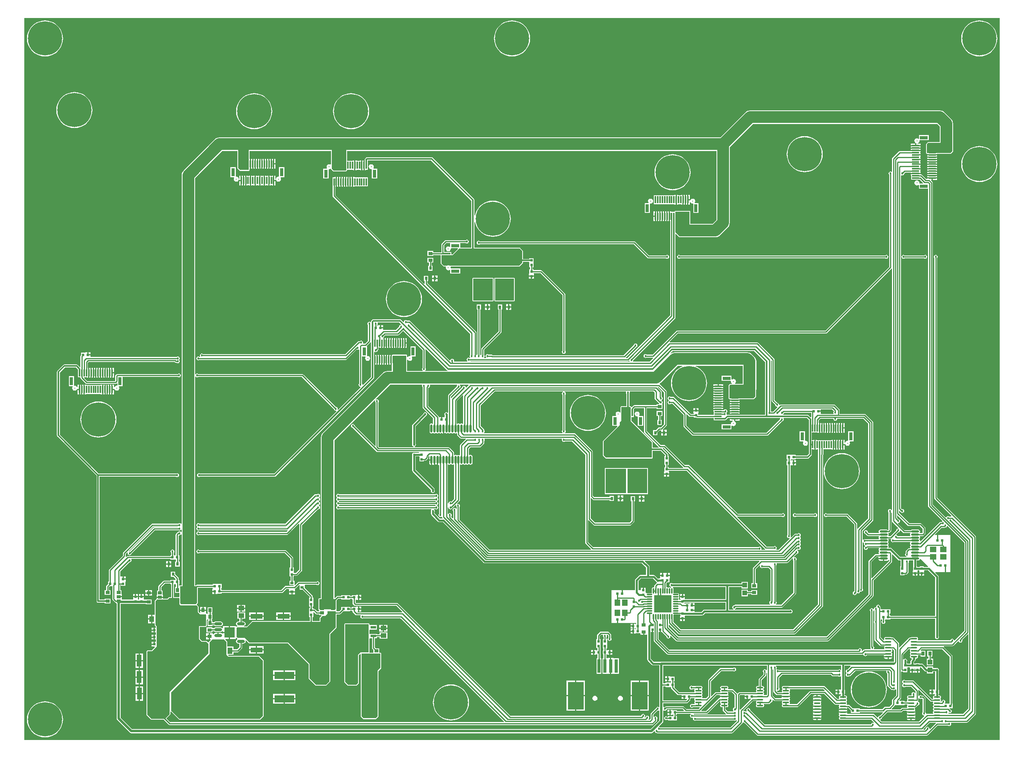
<source format=gtl>
G04 Layer_Physical_Order=1*
G04 Layer_Color=255*
%FSLAX25Y25*%
%MOIN*%
G70*
G01*
G75*
%ADD10R,0.02362X0.01968*%
%ADD11O,0.05512X0.01378*%
%ADD12R,0.02362X0.02362*%
%ADD13R,0.02362X0.02362*%
%ADD14R,0.03937X0.04331*%
%ADD15R,0.03543X0.02756*%
%ADD16R,0.02756X0.03543*%
%ADD17R,0.01968X0.02362*%
%ADD18O,0.01772X0.07087*%
%ADD19R,0.02756X0.11811*%
%ADD20R,0.13386X0.23779*%
G04:AMPARAMS|DCode=21|XSize=10.24mil|YSize=44.49mil|CornerRadius=3.58mil|HoleSize=0mil|Usage=FLASHONLY|Rotation=180.000|XOffset=0mil|YOffset=0mil|HoleType=Round|Shape=RoundedRectangle|*
%AMROUNDEDRECTD21*
21,1,0.01024,0.03732,0,0,180.0*
21,1,0.00307,0.04449,0,0,180.0*
1,1,0.00717,-0.00154,0.01866*
1,1,0.00717,0.00154,0.01866*
1,1,0.00717,0.00154,-0.01866*
1,1,0.00717,-0.00154,-0.01866*
%
%ADD21ROUNDEDRECTD21*%
G04:AMPARAMS|DCode=22|XSize=10.24mil|YSize=44.49mil|CornerRadius=3.58mil|HoleSize=0mil|Usage=FLASHONLY|Rotation=270.000|XOffset=0mil|YOffset=0mil|HoleType=Round|Shape=RoundedRectangle|*
%AMROUNDEDRECTD22*
21,1,0.01024,0.03732,0,0,270.0*
21,1,0.00307,0.04449,0,0,270.0*
1,1,0.00717,-0.01866,-0.00154*
1,1,0.00717,-0.01866,0.00154*
1,1,0.00717,0.01866,0.00154*
1,1,0.00717,0.01866,-0.00154*
%
%ADD22ROUNDEDRECTD22*%
%ADD23R,0.14567X0.14567*%
%ADD24R,0.04528X0.05512*%
%ADD25R,0.03543X0.02559*%
%ADD26R,0.04724X0.02362*%
%ADD27R,0.05118X0.03937*%
%ADD28R,0.05118X0.22047*%
%ADD29R,0.10236X0.04331*%
%ADD30R,0.09016X0.09016*%
%ADD31O,0.06693X0.02362*%
%ADD32R,0.04331X0.05512*%
%ADD33R,0.16900X0.06300*%
%ADD34R,0.36600X0.43600*%
%ADD35R,0.14173X0.07087*%
%ADD36R,0.03543X0.03150*%
%ADD37R,0.03150X0.03543*%
%ADD38R,0.03937X0.05118*%
%ADD39R,0.04331X0.10236*%
%ADD40R,0.02559X0.03543*%
%ADD41R,0.02362X0.02953*%
%ADD42R,0.01181X0.06299*%
%ADD43R,0.03150X0.07087*%
%ADD44R,0.07087X0.03150*%
%ADD45R,0.06299X0.01181*%
%ADD46R,0.12992X0.06299*%
%ADD47R,0.02953X0.02362*%
%ADD48O,0.07087X0.01772*%
%ADD49R,0.05512X0.04528*%
%ADD50C,0.01000*%
%ADD51C,0.10000*%
%ADD52C,0.01180*%
%ADD53C,0.01500*%
%ADD54C,0.02000*%
%ADD55R,0.17000X0.21000*%
%ADD56R,0.17500X0.21000*%
%ADD57R,0.16000X0.18500*%
%ADD58R,0.16500X0.18500*%
%ADD59R,0.14000X0.09000*%
%ADD60R,0.11600X0.17500*%
%ADD61C,0.29134*%
%ADD62C,0.00394*%
%ADD63C,0.06693*%
%ADD64C,0.01181*%
%ADD65C,0.01800*%
G36*
X930000Y100000D02*
X100000D01*
Y715000D01*
X930000D01*
Y100000D01*
D02*
G37*
%LPC*%
G36*
X176087Y416823D02*
X174996D01*
Y413173D01*
X176087D01*
Y416823D01*
D02*
G37*
G36*
Y412173D02*
X174996D01*
Y408524D01*
X176087D01*
Y412173D01*
D02*
G37*
G36*
X156150Y430181D02*
X154469D01*
Y428500D01*
X156150D01*
Y430181D01*
D02*
G37*
G36*
X153469D02*
X151787D01*
Y429881D01*
X148150D01*
Y427849D01*
X148040Y427739D01*
X147775Y427342D01*
X147682Y426874D01*
Y417831D01*
X147220Y417640D01*
X145430Y419430D01*
X145003Y419715D01*
X144500Y419815D01*
X144500Y419815D01*
X134000D01*
X134000Y419815D01*
X133497Y419715D01*
X133070Y419430D01*
X133070Y419430D01*
X128070Y414430D01*
X127785Y414003D01*
X127685Y413500D01*
X127685Y413500D01*
Y359500D01*
X127685Y359500D01*
X127785Y358997D01*
X128070Y358570D01*
X161425Y325215D01*
Y218260D01*
X161525Y217757D01*
X161810Y217330D01*
X162237Y217045D01*
X162740Y216945D01*
X168304D01*
Y216280D01*
X173247D01*
Y220239D01*
X168304D01*
Y219575D01*
X164055D01*
Y324445D01*
X228781D01*
X228847Y324346D01*
X229376Y323993D01*
X230000Y323869D01*
X230624Y323993D01*
X231153Y324346D01*
X231507Y324876D01*
X231631Y325500D01*
X231507Y326124D01*
X231153Y326654D01*
X230624Y327007D01*
X230000Y327131D01*
X229717Y327075D01*
X163285D01*
X130315Y360045D01*
Y412955D01*
X134545Y417185D01*
X143955D01*
X145622Y415518D01*
Y412673D01*
X145647Y412549D01*
Y408824D01*
X147682D01*
Y408595D01*
X147775Y408126D01*
X148040Y407729D01*
X152135Y403635D01*
X152532Y403370D01*
X153000Y403276D01*
X177500D01*
X177968Y403370D01*
X178365Y403635D01*
X178649Y403919D01*
X179111Y403727D01*
Y402098D01*
X178725Y401781D01*
X178630Y401800D01*
X177819Y401639D01*
X177132Y401179D01*
X176672Y400492D01*
X176587Y400060D01*
X176087Y400109D01*
Y402650D01*
X174996D01*
Y399000D01*
X176087D01*
Y399253D01*
X176587Y399302D01*
X176672Y398870D01*
X177132Y398183D01*
X177819Y397724D01*
X178630Y397562D01*
X179441Y397724D01*
X180128Y398183D01*
X180587Y398870D01*
X180749Y399681D01*
X180587Y400492D01*
X180352Y400843D01*
X180620Y401343D01*
X183661D01*
Y409276D01*
X230451D01*
X230876Y408993D01*
X231500Y408869D01*
X232124Y408993D01*
X232653Y409346D01*
X233007Y409876D01*
X233131Y410500D01*
X233007Y411124D01*
X232653Y411654D01*
X232124Y412007D01*
X231500Y412131D01*
X230876Y412007D01*
X230451Y411724D01*
X179000D01*
X178532Y411630D01*
X178135Y411365D01*
X177635Y410865D01*
X177370Y410468D01*
X177277Y410000D01*
Y406007D01*
X176993Y405723D01*
X153507D01*
X150869Y408362D01*
X151060Y408824D01*
X153220D01*
Y408524D01*
X154311D01*
Y412673D01*
Y416823D01*
X154066D01*
Y421336D01*
X154807Y422077D01*
X227693D01*
X228135Y421635D01*
X228532Y421370D01*
X229000Y421277D01*
X229451D01*
X229876Y420993D01*
X230500Y420869D01*
X231124Y420993D01*
X231653Y421347D01*
X232007Y421876D01*
X232131Y422500D01*
X232007Y423124D01*
X231842Y423371D01*
X231692Y423750D01*
X231842Y424129D01*
X232007Y424376D01*
X232131Y425000D01*
X232007Y425624D01*
X231653Y426154D01*
X231124Y426507D01*
X230500Y426631D01*
X229876Y426507D01*
X229451Y426224D01*
X156150D01*
Y427500D01*
X153969D01*
Y428000D01*
X153469D01*
Y430181D01*
D02*
G37*
G36*
X172028Y416823D02*
X171059D01*
Y412673D01*
Y408524D01*
X172028D01*
Y412673D01*
Y416823D01*
D02*
G37*
G36*
X170059D02*
X169091D01*
Y412673D01*
Y408524D01*
X170059D01*
Y412673D01*
Y416823D01*
D02*
G37*
G36*
X168091D02*
X167122D01*
Y412673D01*
Y408524D01*
X168091D01*
Y412673D01*
Y416823D01*
D02*
G37*
G36*
X173996D02*
X173028D01*
Y412673D01*
Y408524D01*
X173996D01*
Y412673D01*
Y416823D01*
D02*
G37*
G36*
X876650Y584063D02*
X872500D01*
X868350D01*
Y583094D01*
X872500D01*
X876650D01*
Y584063D01*
D02*
G37*
G36*
Y582094D02*
X872500D01*
X868350D01*
Y581126D01*
X872500D01*
X876650D01*
Y582094D01*
D02*
G37*
G36*
Y586031D02*
X872500D01*
X868350D01*
Y585063D01*
X872500D01*
X876650D01*
Y586031D01*
D02*
G37*
G36*
X764000Y614314D02*
X761604Y614126D01*
X759268Y613565D01*
X757048Y612645D01*
X754999Y611389D01*
X753171Y609829D01*
X751611Y608001D01*
X750355Y605953D01*
X749435Y603732D01*
X748874Y601396D01*
X748686Y599000D01*
X748874Y596604D01*
X749435Y594268D01*
X750355Y592048D01*
X751611Y589999D01*
X753171Y588171D01*
X754999Y586611D01*
X757048Y585355D01*
X759268Y584435D01*
X761604Y583874D01*
X764000Y583686D01*
X766396Y583874D01*
X768732Y584435D01*
X770953Y585355D01*
X773001Y586611D01*
X774829Y588171D01*
X776389Y589999D01*
X777645Y592048D01*
X778565Y594268D01*
X779126Y596604D01*
X779314Y599000D01*
X779126Y601396D01*
X778565Y603732D01*
X777645Y605953D01*
X776389Y608001D01*
X774829Y609829D01*
X773001Y611389D01*
X770953Y612645D01*
X768732Y613565D01*
X766396Y614126D01*
X764000Y614314D01*
D02*
G37*
G36*
X876650Y580126D02*
X872500D01*
X868350D01*
Y579157D01*
X872500D01*
X876650D01*
Y580126D01*
D02*
G37*
G36*
X866500Y513131D02*
X865876Y513007D01*
X865451Y512723D01*
X849049D01*
X848624Y513007D01*
X848000Y513131D01*
X847376Y513007D01*
X846846Y512653D01*
X846493Y512124D01*
X846369Y511500D01*
X846493Y510876D01*
X846846Y510347D01*
X847376Y509993D01*
X848000Y509869D01*
X848624Y509993D01*
X849049Y510277D01*
X865451D01*
X865876Y509993D01*
X866500Y509869D01*
X867124Y509993D01*
X867653Y510347D01*
X868007Y510876D01*
X868131Y511500D01*
X868007Y512124D01*
X867653Y512653D01*
X867124Y513007D01*
X866500Y513131D01*
D02*
G37*
G36*
X833500D02*
X832876Y513007D01*
X832451Y512723D01*
X658049D01*
X657624Y513007D01*
X657000Y513131D01*
X656376Y513007D01*
X655847Y512653D01*
X655493Y512124D01*
X655369Y511500D01*
X655493Y510876D01*
X655847Y510347D01*
X656376Y509993D01*
X657000Y509869D01*
X657624Y509993D01*
X658049Y510277D01*
X832451D01*
X832876Y509993D01*
X833500Y509869D01*
X834124Y509993D01*
X834653Y510347D01*
X835007Y510876D01*
X835131Y511500D01*
X835007Y512124D01*
X834653Y512653D01*
X834124Y513007D01*
X833500Y513131D01*
D02*
G37*
G36*
X876650Y578157D02*
X873000D01*
Y577067D01*
X876650D01*
Y578157D01*
D02*
G37*
G36*
X912500Y605814D02*
X910104Y605626D01*
X907768Y605065D01*
X905548Y604145D01*
X903499Y602889D01*
X901671Y601329D01*
X900111Y599501D01*
X898855Y597452D01*
X897935Y595232D01*
X897374Y592896D01*
X897186Y590500D01*
X897374Y588104D01*
X897935Y585768D01*
X898855Y583547D01*
X900111Y581499D01*
X901671Y579671D01*
X903499Y578111D01*
X905548Y576855D01*
X907768Y575935D01*
X910104Y575374D01*
X912500Y575186D01*
X914896Y575374D01*
X917232Y575935D01*
X919452Y576855D01*
X921501Y578111D01*
X923329Y579671D01*
X924889Y581499D01*
X926145Y583547D01*
X927065Y585768D01*
X927626Y588104D01*
X927814Y590500D01*
X927626Y592896D01*
X927065Y595232D01*
X926145Y597452D01*
X924889Y599501D01*
X923329Y601329D01*
X921501Y602889D01*
X919452Y604145D01*
X917232Y605065D01*
X914896Y605626D01*
X912500Y605814D01*
D02*
G37*
G36*
X170059Y402650D02*
X169091D01*
Y398500D01*
Y394350D01*
X170059D01*
Y398500D01*
Y402650D01*
D02*
G37*
G36*
X168091D02*
X167122D01*
Y398500D01*
Y394350D01*
X168091D01*
Y398500D01*
Y402650D01*
D02*
G37*
G36*
X173996D02*
X173028D01*
Y398500D01*
Y394350D01*
X173996D01*
Y398500D01*
Y402650D01*
D02*
G37*
G36*
X172028D02*
X171059D01*
Y398500D01*
Y394350D01*
X172028D01*
Y398500D01*
Y402650D01*
D02*
G37*
G36*
X146437Y398000D02*
X145346D01*
Y394350D01*
X146437D01*
Y398000D01*
D02*
G37*
G36*
X163000Y388314D02*
X160604Y388126D01*
X158268Y387565D01*
X156047Y386645D01*
X153999Y385389D01*
X152171Y383829D01*
X150611Y382001D01*
X149355Y379953D01*
X148435Y377732D01*
X147874Y375396D01*
X147686Y373000D01*
X147874Y370604D01*
X148435Y368268D01*
X149355Y366048D01*
X150611Y363999D01*
X152171Y362171D01*
X153999Y360611D01*
X156047Y359355D01*
X158268Y358435D01*
X160604Y357874D01*
X163000Y357686D01*
X165396Y357874D01*
X167732Y358435D01*
X169952Y359355D01*
X172001Y360611D01*
X173829Y362171D01*
X175389Y363999D01*
X176645Y366048D01*
X177565Y368268D01*
X178126Y370604D01*
X178314Y373000D01*
X178126Y375396D01*
X177565Y377732D01*
X176645Y379953D01*
X175389Y382001D01*
X173829Y383829D01*
X172001Y385389D01*
X169952Y386645D01*
X167732Y387565D01*
X165396Y388126D01*
X163000Y388314D01*
D02*
G37*
G36*
X150374Y402650D02*
X149406D01*
Y398500D01*
Y394350D01*
X150374D01*
Y398500D01*
Y402650D01*
D02*
G37*
G36*
X148406D02*
X147437D01*
Y398500D01*
Y394350D01*
X148406D01*
Y398500D01*
Y402650D01*
D02*
G37*
G36*
X176087Y398000D02*
X174996D01*
Y394350D01*
X176087D01*
Y398000D01*
D02*
G37*
G36*
X162185Y416823D02*
X161216D01*
Y412673D01*
Y408524D01*
X162185D01*
Y412673D01*
Y416823D01*
D02*
G37*
G36*
X160216D02*
X159248D01*
Y412673D01*
Y408524D01*
X160216D01*
Y412673D01*
Y416823D01*
D02*
G37*
G36*
X166122D02*
X165154D01*
Y412673D01*
Y408524D01*
X166122D01*
Y412673D01*
Y416823D01*
D02*
G37*
G36*
X164154D02*
X163185D01*
Y412673D01*
Y408524D01*
X164154D01*
Y412673D01*
Y416823D01*
D02*
G37*
G36*
X166122Y402650D02*
X165032D01*
Y402350D01*
X152465D01*
Y402650D01*
X151374D01*
Y398500D01*
Y394350D01*
X152465D01*
Y394650D01*
X165032D01*
Y394350D01*
X166122D01*
Y398500D01*
Y402650D01*
D02*
G37*
G36*
X142322Y409830D02*
X137772D01*
Y401343D01*
X140813D01*
X141081Y400843D01*
X140846Y400492D01*
X140684Y399681D01*
X140846Y398870D01*
X141305Y398183D01*
X141992Y397724D01*
X142803Y397562D01*
X143614Y397724D01*
X144301Y398183D01*
X144761Y398870D01*
X144846Y399302D01*
X145346Y399253D01*
Y399000D01*
X146437D01*
Y402650D01*
X145346D01*
Y400109D01*
X144846Y400060D01*
X144761Y400492D01*
X144301Y401179D01*
X143614Y401639D01*
X142803Y401800D01*
X142709Y401781D01*
X142322Y402098D01*
Y409830D01*
D02*
G37*
G36*
X158248Y416823D02*
X157280D01*
Y412673D01*
Y408524D01*
X158248D01*
Y412673D01*
Y416823D01*
D02*
G37*
G36*
X156280D02*
X155311D01*
Y412673D01*
Y408524D01*
X156280D01*
Y412673D01*
Y416823D01*
D02*
G37*
G36*
X912500Y712814D02*
X910104Y712626D01*
X907768Y712065D01*
X905548Y711145D01*
X903499Y709889D01*
X901671Y708329D01*
X900111Y706501D01*
X898855Y704453D01*
X897935Y702232D01*
X897374Y699896D01*
X897186Y697500D01*
X897374Y695104D01*
X897935Y692768D01*
X898855Y690548D01*
X900111Y688499D01*
X901671Y686671D01*
X903499Y685111D01*
X905548Y683855D01*
X907768Y682935D01*
X910104Y682374D01*
X912500Y682186D01*
X914896Y682374D01*
X917232Y682935D01*
X919452Y683855D01*
X921501Y685111D01*
X923329Y686671D01*
X924889Y688499D01*
X926145Y690548D01*
X927065Y692768D01*
X927626Y695104D01*
X927814Y697500D01*
X927626Y699896D01*
X927065Y702232D01*
X926145Y704453D01*
X924889Y706501D01*
X923329Y708329D01*
X921501Y709889D01*
X919452Y711145D01*
X917232Y712065D01*
X914896Y712626D01*
X912500Y712814D01*
D02*
G37*
G36*
X378000Y650814D02*
X375604Y650626D01*
X373268Y650065D01*
X371047Y649145D01*
X368999Y647889D01*
X367171Y646329D01*
X365611Y644501D01*
X364355Y642452D01*
X363435Y640232D01*
X362874Y637896D01*
X362686Y635500D01*
X362874Y633104D01*
X363435Y630768D01*
X364355Y628547D01*
X365611Y626499D01*
X367171Y624671D01*
X368999Y623111D01*
X371047Y621855D01*
X373268Y620935D01*
X375604Y620374D01*
X378000Y620186D01*
X380396Y620374D01*
X382732Y620935D01*
X384952Y621855D01*
X387001Y623111D01*
X388829Y624671D01*
X390389Y626499D01*
X391645Y628547D01*
X392565Y630768D01*
X393126Y633104D01*
X393314Y635500D01*
X393126Y637896D01*
X392565Y640232D01*
X391645Y642452D01*
X390389Y644501D01*
X388829Y646329D01*
X387001Y647889D01*
X384952Y649145D01*
X382732Y650065D01*
X380396Y650626D01*
X378000Y650814D01*
D02*
G37*
G36*
X295500D02*
X293104Y650626D01*
X290768Y650065D01*
X288547Y649145D01*
X286499Y647889D01*
X284671Y646329D01*
X283111Y644501D01*
X281855Y642452D01*
X280935Y640232D01*
X280374Y637896D01*
X280186Y635500D01*
X280374Y633104D01*
X280935Y630768D01*
X281855Y628547D01*
X283111Y626499D01*
X284671Y624671D01*
X286499Y623111D01*
X288547Y621855D01*
X290768Y620935D01*
X293104Y620374D01*
X295500Y620186D01*
X297896Y620374D01*
X300232Y620935D01*
X302452Y621855D01*
X304501Y623111D01*
X306329Y624671D01*
X307889Y626499D01*
X309145Y628547D01*
X310065Y630768D01*
X310626Y633104D01*
X310814Y635500D01*
X310626Y637896D01*
X310065Y640232D01*
X309145Y642452D01*
X307889Y644501D01*
X306329Y646329D01*
X304501Y647889D01*
X302452Y649145D01*
X300232Y650065D01*
X297896Y650626D01*
X295500Y650814D01*
D02*
G37*
G36*
X857827Y607807D02*
X854177D01*
Y606716D01*
X857827D01*
Y607807D01*
D02*
G37*
G36*
X869657Y615381D02*
X861170D01*
Y612340D01*
X860670Y612073D01*
X860319Y612308D01*
X859508Y612469D01*
X858697Y612308D01*
X858010Y611848D01*
X857551Y611161D01*
X857389Y610350D01*
X857551Y609540D01*
X858010Y608852D01*
X858697Y608393D01*
X859129Y608307D01*
X859080Y607807D01*
X858827D01*
Y606716D01*
X862476D01*
Y607807D01*
X859936D01*
X859887Y608307D01*
X860319Y608393D01*
X861006Y608852D01*
X861465Y609540D01*
X861627Y610350D01*
X861608Y610445D01*
X861925Y610831D01*
X869657D01*
Y615381D01*
D02*
G37*
G36*
X117500Y712814D02*
X115104Y712626D01*
X112768Y712065D01*
X110547Y711145D01*
X108499Y709889D01*
X106671Y708329D01*
X105111Y706501D01*
X103855Y704453D01*
X102935Y702232D01*
X102374Y699896D01*
X102186Y697500D01*
X102374Y695104D01*
X102935Y692768D01*
X103855Y690548D01*
X105111Y688499D01*
X106671Y686671D01*
X108499Y685111D01*
X110547Y683855D01*
X112768Y682935D01*
X115104Y682374D01*
X117500Y682186D01*
X119896Y682374D01*
X122232Y682935D01*
X124452Y683855D01*
X126501Y685111D01*
X128329Y686671D01*
X129889Y688499D01*
X131145Y690548D01*
X132065Y692768D01*
X132626Y695104D01*
X132814Y697500D01*
X132626Y699896D01*
X132065Y702232D01*
X131145Y704453D01*
X129889Y706501D01*
X128329Y708329D01*
X126501Y709889D01*
X124452Y711145D01*
X122232Y712065D01*
X119896Y712626D01*
X117500Y712814D01*
D02*
G37*
G36*
X515000D02*
X512604Y712626D01*
X510268Y712065D01*
X508047Y711145D01*
X505999Y709889D01*
X504171Y708329D01*
X502611Y706501D01*
X501355Y704453D01*
X500435Y702232D01*
X499874Y699896D01*
X499686Y697500D01*
X499874Y695104D01*
X500435Y692768D01*
X501355Y690548D01*
X502611Y688499D01*
X504171Y686671D01*
X505999Y685111D01*
X508047Y683855D01*
X510268Y682935D01*
X512604Y682374D01*
X515000Y682186D01*
X517396Y682374D01*
X519732Y682935D01*
X521952Y683855D01*
X524001Y685111D01*
X525829Y686671D01*
X527389Y688499D01*
X528645Y690548D01*
X529565Y692768D01*
X530126Y695104D01*
X530314Y697500D01*
X530126Y699896D01*
X529565Y702232D01*
X528645Y704453D01*
X527389Y706501D01*
X525829Y708329D01*
X524001Y709889D01*
X521952Y711145D01*
X519732Y712065D01*
X517396Y712626D01*
X515000Y712814D01*
D02*
G37*
G36*
X142500Y651814D02*
X140104Y651626D01*
X137768Y651065D01*
X135547Y650145D01*
X133499Y648889D01*
X131671Y647329D01*
X130111Y645501D01*
X128855Y643453D01*
X127935Y641232D01*
X127374Y638896D01*
X127186Y636500D01*
X127374Y634104D01*
X127935Y631768D01*
X128855Y629548D01*
X130111Y627499D01*
X131671Y625671D01*
X133499Y624111D01*
X135547Y622855D01*
X137768Y621935D01*
X140104Y621374D01*
X142500Y621186D01*
X144896Y621374D01*
X147232Y621935D01*
X149452Y622855D01*
X151501Y624111D01*
X153329Y625671D01*
X154889Y627499D01*
X156145Y629548D01*
X157065Y631768D01*
X157626Y634104D01*
X157814Y636500D01*
X157626Y638896D01*
X157065Y641232D01*
X156145Y643453D01*
X154889Y645501D01*
X153329Y647329D01*
X151501Y648889D01*
X149452Y650145D01*
X147232Y651065D01*
X144896Y651626D01*
X142500Y651814D01*
D02*
G37*
G36*
X876650Y595874D02*
X872500D01*
X868350D01*
Y594906D01*
X872500D01*
X876650D01*
Y595874D01*
D02*
G37*
G36*
X862476Y603748D02*
X858327D01*
X854177D01*
Y602779D01*
X858327D01*
X862476D01*
Y603748D01*
D02*
G37*
G36*
X117500Y132814D02*
X115104Y132626D01*
X112768Y132065D01*
X110547Y131145D01*
X108499Y129889D01*
X106671Y128329D01*
X105111Y126501D01*
X103855Y124452D01*
X102935Y122232D01*
X102374Y119896D01*
X102186Y117500D01*
X102374Y115104D01*
X102935Y112768D01*
X103855Y110547D01*
X105111Y108499D01*
X106671Y106671D01*
X108499Y105111D01*
X110547Y103855D01*
X112768Y102935D01*
X115104Y102374D01*
X117500Y102186D01*
X119896Y102374D01*
X122232Y102935D01*
X124452Y103855D01*
X126501Y105111D01*
X128329Y106671D01*
X129889Y108499D01*
X131145Y110547D01*
X132065Y112768D01*
X132626Y115104D01*
X132814Y117500D01*
X132626Y119896D01*
X132065Y122232D01*
X131145Y124452D01*
X129889Y126501D01*
X128329Y128329D01*
X126501Y129889D01*
X124452Y131145D01*
X122232Y132065D01*
X119896Y132626D01*
X117500Y132814D01*
D02*
G37*
G36*
X879000Y636249D02*
X717500D01*
X716012Y636053D01*
X714625Y635479D01*
X713435Y634565D01*
X692119Y613249D01*
X266000D01*
X264512Y613053D01*
X263125Y612479D01*
X261935Y611565D01*
X235435Y585065D01*
X234521Y583875D01*
X233947Y582488D01*
X233751Y581000D01*
Y284160D01*
X233251Y284008D01*
X233154Y284154D01*
X232624Y284507D01*
X232000Y284631D01*
X231376Y284507D01*
X230951Y284224D01*
X209000D01*
X208532Y284130D01*
X208135Y283865D01*
X184135Y259865D01*
X183870Y259468D01*
X183776Y259000D01*
Y257007D01*
X172166Y245397D01*
X171901Y245000D01*
X171808Y244531D01*
Y234881D01*
X171150D01*
Y232849D01*
X169910Y231609D01*
X169645Y231212D01*
X169552Y230744D01*
Y227720D01*
X168304D01*
Y223761D01*
X173247D01*
Y227720D01*
X171999D01*
Y230237D01*
X172881Y231119D01*
X174776D01*
Y220000D01*
X174870Y219532D01*
X175135Y219135D01*
X176875Y217395D01*
X177272Y217129D01*
X177740Y217036D01*
X177753D01*
Y216280D01*
X178491D01*
Y118276D01*
X178623Y117612D01*
X178999Y117050D01*
X189774Y106274D01*
X190337Y105899D01*
X191000Y105767D01*
X191000Y105767D01*
X633500D01*
X634163Y105899D01*
X634726Y106274D01*
X635884Y107433D01*
X636417Y107258D01*
X636493Y106876D01*
X636846Y106346D01*
X637376Y105993D01*
X638000Y105869D01*
X638026Y105874D01*
X638032Y105870D01*
X638500Y105777D01*
X702000D01*
X702468Y105870D01*
X702865Y106135D01*
X710865Y114135D01*
X711130Y114532D01*
X711205Y114907D01*
X711459Y115014D01*
X711724Y115031D01*
X711846Y114847D01*
X712376Y114493D01*
X712877Y114393D01*
X723135Y104135D01*
X723532Y103870D01*
X724000Y103777D01*
X868000D01*
X868468Y103870D01*
X868865Y104135D01*
X877007Y112276D01*
X885951D01*
X886376Y111993D01*
X887000Y111869D01*
X887624Y111993D01*
X888153Y112346D01*
X888507Y112876D01*
X888631Y113500D01*
X888507Y114124D01*
X888406Y114277D01*
X888673Y114777D01*
X902000D01*
X902468Y114870D01*
X902865Y115135D01*
X909365Y121635D01*
X909630Y122032D01*
X909723Y122500D01*
Y273000D01*
X909630Y273468D01*
X909365Y273865D01*
X876723Y306507D01*
Y510451D01*
X877007Y510876D01*
X877131Y511500D01*
X877007Y512124D01*
X876653Y512653D01*
X876124Y513007D01*
X875500Y513131D01*
X874876Y513007D01*
X874347Y512653D01*
X873993Y512124D01*
X873869Y511500D01*
X873993Y510876D01*
X874277Y510451D01*
Y306000D01*
X874370Y305532D01*
X874635Y305135D01*
X888946Y290824D01*
X888739Y290323D01*
X886899D01*
X886624Y290507D01*
X886000Y290631D01*
X885376Y290507D01*
X884846Y290154D01*
X884583Y289759D01*
X884020Y289615D01*
X873080Y300554D01*
Y574547D01*
X872987Y575016D01*
X872722Y575413D01*
X871529Y576605D01*
X871721Y577067D01*
X872000D01*
Y578157D01*
X868350D01*
Y577923D01*
X867307D01*
X863739Y581491D01*
X863342Y581756D01*
X862874Y581849D01*
X862476D01*
Y582094D01*
X858327D01*
X854177D01*
Y581004D01*
X854477D01*
Y577367D01*
X861903D01*
X864727Y574543D01*
X864520Y574043D01*
X861925D01*
X861608Y574429D01*
X861627Y574524D01*
X861465Y575334D01*
X861006Y576022D01*
X860319Y576481D01*
X859508Y576642D01*
X858697Y576481D01*
X858010Y576022D01*
X857551Y575334D01*
X857389Y574524D01*
X857551Y573713D01*
X858010Y573026D01*
X858697Y572566D01*
X859508Y572405D01*
X860319Y572566D01*
X860670Y572801D01*
X861170Y572534D01*
Y569493D01*
X868933D01*
Y299343D01*
X869026Y298875D01*
X869291Y298478D01*
X881190Y286579D01*
X881026Y286037D01*
X880876Y286007D01*
X880451Y285723D01*
X879500D01*
X879032Y285630D01*
X878635Y285365D01*
X862561Y269291D01*
X862100Y269538D01*
X862160Y269839D01*
X862037Y270457D01*
X861839Y270755D01*
X861728Y271118D01*
X861839Y271482D01*
X862037Y271779D01*
X862160Y272398D01*
X862037Y273016D01*
X861892Y273233D01*
X862160Y273733D01*
X864457D01*
X864925Y273826D01*
X865322Y274092D01*
X866365Y275135D01*
X866630Y275532D01*
X866724Y276000D01*
Y280500D01*
X866630Y280968D01*
X866365Y281365D01*
X863365Y284365D01*
X862968Y284630D01*
X862500Y284723D01*
X853007D01*
X844123Y293607D01*
Y294993D01*
X844585Y295184D01*
X845635Y294135D01*
X845669Y294112D01*
X845846Y293847D01*
X846376Y293493D01*
X847000Y293369D01*
X847624Y293493D01*
X848153Y293847D01*
X848507Y294376D01*
X848631Y295000D01*
X848507Y295624D01*
X848153Y296153D01*
X847624Y296507D01*
X847000Y296631D01*
X846665Y296565D01*
X845823Y297407D01*
Y580760D01*
X846323Y581028D01*
X846376Y580993D01*
X847000Y580869D01*
X847624Y580993D01*
X848153Y581347D01*
X848507Y581876D01*
X848607Y582376D01*
X849570Y583339D01*
X854177D01*
Y583095D01*
X858327D01*
X862476D01*
Y584185D01*
X862176D01*
Y584941D01*
X862476D01*
Y586031D01*
X858327D01*
Y587032D01*
X862476D01*
Y588122D01*
X862176D01*
Y588878D01*
X862476D01*
Y589968D01*
X858327D01*
Y590969D01*
X862476D01*
Y592059D01*
X862176D01*
Y592815D01*
X862476D01*
Y593905D01*
X858327D01*
Y594906D01*
X862476D01*
Y595996D01*
X862176D01*
Y596752D01*
X862476D01*
Y597843D01*
X858327D01*
Y598842D01*
X862476D01*
Y599933D01*
X862176D01*
Y600689D01*
X862476D01*
Y601780D01*
X858327D01*
X854177D01*
Y601535D01*
X844811D01*
X844343Y601441D01*
X843946Y601176D01*
X838635Y595865D01*
X838370Y595468D01*
X838276Y595000D01*
Y584173D01*
X837776Y583906D01*
X837624Y584007D01*
X837000Y584131D01*
X836376Y584007D01*
X835847Y583653D01*
X835493Y583124D01*
X835369Y582500D01*
X835493Y581876D01*
X835777Y581451D01*
Y503007D01*
X781493Y448724D01*
X655500D01*
X655032Y448630D01*
X654635Y448365D01*
X634493Y428224D01*
X629549D01*
X629124Y428507D01*
X628500Y428631D01*
X627876Y428507D01*
X627347Y428154D01*
X626993Y427624D01*
X626869Y427000D01*
X626993Y426376D01*
X627347Y425846D01*
X627876Y425493D01*
X628500Y425369D01*
X629124Y425493D01*
X629549Y425776D01*
X634839D01*
X635054Y425357D01*
X635063Y425293D01*
X631993Y422224D01*
X618173D01*
X617906Y422723D01*
X618007Y422876D01*
X618075Y423214D01*
X653619Y458759D01*
X653619Y458759D01*
X653904Y459186D01*
X654004Y459689D01*
Y530833D01*
X654466Y531025D01*
X656995Y528495D01*
X657227Y528341D01*
X657500Y528286D01*
X661231D01*
X661500Y528251D01*
X688000D01*
X689488Y528447D01*
X690875Y529021D01*
X692065Y529935D01*
X698565Y536435D01*
X699479Y537625D01*
X700053Y539012D01*
X700249Y540500D01*
Y605119D01*
X719881Y624751D01*
X876619D01*
X878751Y622619D01*
Y609214D01*
X869000D01*
X868727Y609159D01*
X868495Y609005D01*
X867495Y608005D01*
X867341Y607773D01*
X867286Y607500D01*
Y600000D01*
X867341Y599727D01*
X867495Y599495D01*
X867727Y599341D01*
X868000Y599286D01*
X868350D01*
Y598842D01*
X872500D01*
X876650D01*
Y599286D01*
X888000D01*
X888273Y599341D01*
X888505Y599495D01*
X890005Y600995D01*
X890159Y601227D01*
X890214Y601500D01*
Y605730D01*
X890249Y606000D01*
Y625000D01*
X890053Y626488D01*
X889479Y627875D01*
X888565Y629065D01*
X883065Y634565D01*
X881875Y635479D01*
X880488Y636053D01*
X879000Y636249D01*
D02*
G37*
G36*
X876650Y591937D02*
X872500D01*
X868350D01*
Y590969D01*
X872500D01*
X876650D01*
Y591937D01*
D02*
G37*
G36*
Y589968D02*
X872500D01*
X868350D01*
Y589000D01*
X872500D01*
X876650D01*
Y589968D01*
D02*
G37*
G36*
Y588000D02*
X872500D01*
X868350D01*
Y587031D01*
X872500D01*
X876650D01*
Y588000D01*
D02*
G37*
G36*
Y597843D02*
X872500D01*
X868350D01*
Y596874D01*
X872500D01*
X876650D01*
Y597843D01*
D02*
G37*
G36*
Y593905D02*
X872500D01*
X868350D01*
Y592937D01*
X872500D01*
X876650D01*
Y593905D01*
D02*
G37*
G36*
X862476Y605717D02*
X858327D01*
X854177D01*
Y604748D01*
X858327D01*
X862476D01*
Y605717D01*
D02*
G37*
%LPD*%
G36*
X463661Y334463D02*
X464280Y334340D01*
X464898Y334463D01*
X465115Y334608D01*
X465615Y334341D01*
Y305345D01*
X463216Y302946D01*
X463124Y303007D01*
X462500Y303131D01*
X461876Y303007D01*
X461346Y302654D01*
X460993Y302124D01*
X460885Y301582D01*
X460385Y301631D01*
Y334341D01*
X460885Y334608D01*
X461102Y334463D01*
X461721Y334340D01*
X462339Y334463D01*
X462864Y334813D01*
X463136D01*
X463661Y334463D01*
D02*
G37*
G36*
X722000Y392500D02*
X720500Y391000D01*
X700000D01*
Y402000D01*
X700500Y402500D01*
X722000D01*
Y392500D01*
D02*
G37*
G36*
X823277Y210252D02*
Y201549D01*
X822993Y201124D01*
X822869Y200500D01*
X822993Y199876D01*
X823277Y199451D01*
Y185500D01*
X823370Y185032D01*
X823635Y184635D01*
X828076Y180194D01*
X828473Y179929D01*
X828941Y179835D01*
X831576D01*
X831577Y179834D01*
X831797Y179335D01*
X831601Y179042D01*
X831493Y178500D01*
X831601Y177958D01*
X831797Y177664D01*
X831577Y177166D01*
X831576Y177164D01*
X823133D01*
X822866Y177664D01*
X823007Y177876D01*
X823131Y178500D01*
X823007Y179124D01*
X822653Y179654D01*
X822223Y179941D01*
Y209451D01*
X822507Y209876D01*
X822570Y210191D01*
X823118Y210384D01*
X823277Y210252D01*
D02*
G37*
G36*
X615969Y383051D02*
X615961Y382696D01*
X615961D01*
Y374997D01*
X616000D01*
Y371500D01*
X634000Y353500D01*
Y340500D01*
X595000D01*
X593000Y342500D01*
Y354500D01*
X606500Y368000D01*
Y370500D01*
X608000Y372000D01*
Y383500D01*
X615602D01*
X615969Y383051D01*
D02*
G37*
G36*
X347875Y207395D02*
X348272Y207130D01*
X348740Y207036D01*
X350804D01*
Y206280D01*
X352564D01*
X352771Y205780D01*
X351495Y204505D01*
X351341Y204273D01*
X351286Y204000D01*
Y201214D01*
X345223D01*
Y204682D01*
X345881D01*
Y208444D01*
X345881D01*
Y208619D01*
X346286Y208849D01*
X346381Y208889D01*
X347875Y207395D01*
D02*
G37*
G36*
X557594Y356276D02*
X557493Y356124D01*
X557369Y355500D01*
X557493Y354876D01*
X557846Y354346D01*
X558376Y353993D01*
X559000Y353869D01*
X559624Y353993D01*
X560049Y354276D01*
X565993D01*
X577277Y342993D01*
Y268000D01*
X577370Y267532D01*
X577635Y267135D01*
X582246Y262524D01*
X582039Y262023D01*
X495919D01*
X470224Y287719D01*
Y298451D01*
X470507Y298876D01*
X470631Y299500D01*
X470507Y300124D01*
X470154Y300654D01*
X469624Y301007D01*
X469000Y301131D01*
X468462Y301024D01*
X468257Y301252D01*
X468167Y301437D01*
X470263Y303533D01*
X470528Y303929D01*
X470621Y304398D01*
Y334341D01*
X471121Y334608D01*
X471338Y334463D01*
X471957Y334340D01*
X472576Y334463D01*
X473100Y334813D01*
X473373D01*
X473897Y334463D01*
X474516Y334340D01*
X475135Y334463D01*
X475432Y334661D01*
X475795Y334772D01*
X476159Y334661D01*
X476456Y334463D01*
X477075Y334340D01*
X477694Y334463D01*
X478218Y334813D01*
X478491D01*
X479015Y334463D01*
X479634Y334340D01*
X480253Y334463D01*
X480777Y334813D01*
X481128Y335338D01*
X481251Y335957D01*
Y341272D01*
X481128Y341890D01*
X480777Y342415D01*
X480253Y342765D01*
X479634Y342888D01*
X479015Y342765D01*
X478798Y342621D01*
X478298Y342888D01*
Y348068D01*
X479507Y349276D01*
X487500D01*
X487968Y349370D01*
X488365Y349635D01*
X490865Y352135D01*
X491130Y352532D01*
X491223Y353000D01*
Y354451D01*
X491507Y354876D01*
X491631Y355500D01*
X491507Y356124D01*
X491405Y356276D01*
X491673Y356776D01*
X557327D01*
X557594Y356276D01*
D02*
G37*
G36*
X378650Y219619D02*
X379308D01*
Y216469D01*
X379401Y216000D01*
X379666Y215603D01*
X380635Y214635D01*
X381032Y214370D01*
X381500Y214277D01*
X416493D01*
X421563Y209207D01*
X421555Y209143D01*
X421339Y208723D01*
X383359D01*
X383295Y208819D01*
X383563Y209319D01*
X383968D01*
Y211500D01*
Y213681D01*
X382287D01*
Y213381D01*
X378650D01*
Y212723D01*
X377350D01*
Y213381D01*
X373587D01*
Y213381D01*
X373413D01*
Y213381D01*
X369650D01*
Y211349D01*
X367785Y209483D01*
X365714D01*
Y209500D01*
X365659Y209773D01*
X365505Y210005D01*
Y210495D01*
X365659Y210727D01*
X365714Y211000D01*
Y218983D01*
X367007Y220276D01*
X369650D01*
Y219619D01*
X373413D01*
Y219619D01*
X373587D01*
Y219619D01*
X377350D01*
Y220276D01*
X378650D01*
Y219619D01*
D02*
G37*
G36*
X365000Y196000D02*
X359500Y190500D01*
Y150000D01*
X356500Y147000D01*
X348000D01*
X342500Y152500D01*
Y165000D01*
X324500Y183000D01*
X291500D01*
X287500Y187000D01*
X281500D01*
X280500Y188000D01*
Y195500D01*
X281000Y196000D01*
X289500D01*
X294000Y200500D01*
X352000D01*
Y204000D01*
X353500Y205500D01*
X356000D01*
X358000Y207500D01*
Y209500D01*
X365000D01*
Y196000D01*
D02*
G37*
G36*
X449086Y306361D02*
X448974Y306224D01*
X368574D01*
X368414Y306639D01*
X368526Y306776D01*
X448926D01*
X449086Y306361D01*
D02*
G37*
G36*
X247000Y217000D02*
X245500Y215500D01*
X233500D01*
X232714Y216286D01*
Y220500D01*
X232659Y220773D01*
X232505Y221005D01*
X232500Y221009D01*
Y231000D01*
X247000D01*
Y217000D01*
D02*
G37*
G36*
X753748Y254743D02*
X753976Y254538D01*
X753869Y254000D01*
X753993Y253376D01*
X754277Y252951D01*
Y225507D01*
X743993Y215224D01*
X739621D01*
X739469Y215723D01*
X739653Y215846D01*
X740007Y216376D01*
X740131Y217000D01*
X740007Y217624D01*
X739723Y218049D01*
Y248451D01*
X740007Y248876D01*
X740131Y249500D01*
X740007Y250124D01*
X739906Y250276D01*
X740173Y250777D01*
X749000D01*
X749468Y250870D01*
X749865Y251135D01*
X753563Y254833D01*
X753748Y254743D01*
D02*
G37*
G36*
X660578Y332192D02*
X660540Y331957D01*
X660398Y331692D01*
X648381D01*
Y332350D01*
X647723D01*
Y334182D01*
X648381D01*
Y337944D01*
X648381D01*
Y338119D01*
X648381D01*
Y341881D01*
X647815D01*
Y343000D01*
X647715Y343503D01*
X647430Y343930D01*
X643084Y348276D01*
X643291Y348777D01*
X643993D01*
X660578Y332192D01*
D02*
G37*
G36*
X696522Y219978D02*
X661984D01*
Y221500D01*
X660000D01*
X658016D01*
Y219819D01*
X658316D01*
Y219129D01*
X657504D01*
X657132Y219629D01*
X657150Y219721D01*
Y220028D01*
X657068Y220441D01*
X656834Y220791D01*
Y220926D01*
X657068Y221276D01*
X657150Y221689D01*
Y221996D01*
X657068Y222409D01*
X656834Y222759D01*
Y222895D01*
X657068Y223245D01*
X657150Y223657D01*
Y223965D01*
X657068Y224377D01*
X656834Y224728D01*
X656484Y224961D01*
X656071Y225044D01*
X652693D01*
X652311Y225146D01*
X652209Y225528D01*
Y228906D01*
X652127Y229318D01*
X651893Y229668D01*
X651878Y230279D01*
X651946Y230368D01*
X696522D01*
Y219978D01*
D02*
G37*
G36*
X903176Y189793D02*
Y126907D01*
X898596Y122326D01*
X886585D01*
X886250Y122826D01*
X886257Y122843D01*
X886822Y123029D01*
X886876Y122993D01*
X887500Y122869D01*
X888124Y122993D01*
X888653Y123346D01*
X889007Y123876D01*
X889131Y124500D01*
X889007Y125124D01*
X888653Y125654D01*
X888124Y126007D01*
X887624Y126107D01*
X887111Y126619D01*
X887319Y127119D01*
X889850D01*
Y130881D01*
X889723D01*
Y171500D01*
X889630Y171968D01*
X889365Y172365D01*
X882395Y179335D01*
X882405Y179462D01*
X882561Y179835D01*
X889559D01*
X890027Y179929D01*
X890424Y180194D01*
X894421Y184190D01*
X894963Y184026D01*
X894993Y183876D01*
X895347Y183346D01*
X895876Y182993D01*
X896500Y182869D01*
X897124Y182993D01*
X897653Y183346D01*
X898007Y183876D01*
X898131Y184500D01*
X898007Y185124D01*
X897946Y185216D01*
X902715Y189984D01*
X903176Y189793D01*
D02*
G37*
G36*
X665603Y375666D02*
X666000Y375401D01*
X666468Y375308D01*
X669619D01*
Y374650D01*
X671713D01*
X671922Y374511D01*
X672390Y374418D01*
X686497D01*
Y372383D01*
X690222D01*
X690346Y372358D01*
X696173D01*
X696173Y372358D01*
X696676Y372458D01*
X697103Y372743D01*
X698687Y374326D01*
X700370D01*
Y374173D01*
X704520D01*
X708669D01*
Y374326D01*
X742861D01*
X743128Y373826D01*
X742993Y373624D01*
X742893Y373124D01*
X731493Y361723D01*
X669507D01*
X663224Y368007D01*
Y377339D01*
X663643Y377554D01*
X663707Y377563D01*
X665603Y375666D01*
D02*
G37*
G36*
X635000Y191850D02*
X635461D01*
Y184816D01*
X635554Y184347D01*
X635819Y183951D01*
X646635Y173135D01*
X647032Y172870D01*
X647500Y172776D01*
X813000D01*
X813468Y172870D01*
X813950Y172590D01*
X813993Y172376D01*
X814347Y171846D01*
X814876Y171493D01*
X815500Y171369D01*
X816124Y171493D01*
X816654Y171846D01*
X816862Y172158D01*
X831169D01*
X831436Y171658D01*
X831318Y171482D01*
X831287Y171323D01*
X834976D01*
X838666D01*
X838634Y171482D01*
X838261Y172040D01*
X838232Y172661D01*
X838352Y172840D01*
X838459Y173382D01*
X838352Y173924D01*
X838045Y174383D01*
X838003Y174411D01*
Y174911D01*
X838045Y174940D01*
X838352Y175399D01*
X838459Y175941D01*
X838352Y176483D01*
X838155Y176777D01*
X838375Y177275D01*
X838377Y177277D01*
X838993D01*
X840077Y176193D01*
Y167219D01*
X840000Y166733D01*
X642000D01*
X641337Y166601D01*
X641153Y166478D01*
X635612D01*
X632978Y169112D01*
Y191850D01*
X634000D01*
Y194032D01*
X635000D01*
Y191850D01*
D02*
G37*
G36*
X558724Y396576D02*
X558376Y396507D01*
X557846Y396153D01*
X557493Y395624D01*
X557369Y395000D01*
X557493Y394376D01*
X557776Y393951D01*
Y364049D01*
X557493Y363624D01*
X557369Y363000D01*
X557493Y362376D01*
X557846Y361846D01*
X558031Y361723D01*
X557879Y361224D01*
X491121D01*
X490970Y361723D01*
X491153Y361846D01*
X491507Y362376D01*
X491631Y363000D01*
X491507Y363624D01*
X491210Y364070D01*
X491130Y364468D01*
X490865Y364865D01*
X488224Y367507D01*
Y384993D01*
X500307Y397077D01*
X558675D01*
X558724Y396576D01*
D02*
G37*
G36*
X394937Y438590D02*
Y438000D01*
Y423827D01*
Y409297D01*
X388109Y402469D01*
X388047Y402473D01*
X387598Y402666D01*
X387507Y403124D01*
X387224Y403549D01*
Y426670D01*
X390128D01*
X390396Y426170D01*
X390161Y425819D01*
X390000Y425008D01*
X390161Y424197D01*
X390620Y423510D01*
X391307Y423050D01*
X392118Y422889D01*
X392929Y423050D01*
X393616Y423510D01*
X394075Y424197D01*
X394237Y425008D01*
X394075Y425819D01*
X393616Y426506D01*
X392929Y426965D01*
X392118Y427127D01*
X392023Y427108D01*
X391637Y427425D01*
Y435157D01*
X391568D01*
X391553Y435176D01*
X391387Y435657D01*
X394365Y438635D01*
X394437Y438742D01*
X394937Y438590D01*
D02*
G37*
G36*
X614690Y423031D02*
X614835Y422984D01*
X614969Y422665D01*
X614700Y422224D01*
X479688D01*
X479437Y422723D01*
X479476Y422777D01*
X613500D01*
X613968Y422870D01*
X614334Y423114D01*
X614690Y423031D01*
D02*
G37*
G36*
X887276Y170993D02*
Y130881D01*
X886087D01*
X886087Y130881D01*
X885913D01*
Y130881D01*
X885587Y130881D01*
X883357D01*
X883217Y131202D01*
X883177Y131381D01*
X883507Y131876D01*
X883631Y132500D01*
X883507Y133124D01*
X883154Y133653D01*
X882624Y134007D01*
X882000Y134131D01*
X881376Y134007D01*
X880847Y133653D01*
X880493Y133124D01*
X880393Y132624D01*
X880348Y132618D01*
X879936Y132663D01*
X879734Y133109D01*
X879899Y133356D01*
X880007Y133898D01*
X879899Y134440D01*
X879592Y134899D01*
X879550Y134927D01*
Y135427D01*
X879592Y135455D01*
X879899Y135915D01*
X880007Y136457D01*
X879899Y136999D01*
X879592Y137458D01*
X879132Y137765D01*
X878591Y137873D01*
X878002D01*
Y139316D01*
X878318D01*
Y142684D01*
X878002D01*
Y158986D01*
X878031Y159029D01*
X878155Y159653D01*
X878031Y160278D01*
X877677Y160807D01*
X877148Y161161D01*
X876524Y161285D01*
X875899Y161161D01*
X875856Y161132D01*
X873168D01*
Y162519D01*
X867832D01*
Y161850D01*
X867370Y161658D01*
X864514Y164514D01*
X864034Y164834D01*
X863468Y164947D01*
X861684D01*
Y165350D01*
X858316D01*
Y164947D01*
X857184D01*
Y165350D01*
X856978D01*
Y166388D01*
X858069Y167478D01*
X858389Y167958D01*
X858502Y168524D01*
Y169407D01*
X859091D01*
X859632Y169515D01*
X860092Y169821D01*
X860399Y170281D01*
X860507Y170823D01*
X860399Y171365D01*
X860203Y171658D01*
X860423Y172157D01*
X860424Y172158D01*
X862469D01*
Y171028D01*
X866625D01*
Y175972D01*
X862909D01*
X862702Y176472D01*
X863507Y177277D01*
X880993D01*
X887276Y170993D01*
D02*
G37*
G36*
X688751Y542881D02*
X685619Y539749D01*
X666714D01*
Y550000D01*
X666659Y550273D01*
X666505Y550505D01*
X666273Y550659D01*
X666000Y550714D01*
X654000D01*
X653727Y550659D01*
X653495Y550505D01*
X653341Y550273D01*
X653286Y550000D01*
Y549850D01*
X650343D01*
Y550150D01*
X649252D01*
Y546000D01*
Y541850D01*
X649497D01*
Y461727D01*
X612993Y425223D01*
X611646D01*
X611541Y425378D01*
X611454Y425724D01*
X620123Y434393D01*
X620624Y434493D01*
X621153Y434846D01*
X621507Y435376D01*
X621631Y436000D01*
X621507Y436624D01*
X621153Y437153D01*
X620624Y437507D01*
X620000Y437631D01*
X619376Y437507D01*
X618847Y437153D01*
X618493Y436624D01*
X618393Y436124D01*
X609993Y427724D01*
X498507D01*
X498365Y427865D01*
X497968Y428130D01*
X497500Y428224D01*
X495049D01*
X494624Y428507D01*
X494000Y428631D01*
X493376Y428507D01*
X492846Y428154D01*
X492493Y427624D01*
X492369Y427000D01*
X492493Y426376D01*
X492846Y425846D01*
X493031Y425724D01*
X492879Y425223D01*
X491121D01*
X490970Y425724D01*
X491153Y425846D01*
X491507Y426376D01*
X491631Y427000D01*
X491507Y427624D01*
X491223Y428049D01*
Y432493D01*
X505593Y446863D01*
X505859Y447260D01*
X505952Y447728D01*
Y466493D01*
X506609D01*
Y470846D01*
X502847D01*
Y466493D01*
X503505D01*
Y448235D01*
X489135Y433865D01*
X488870Y433468D01*
X488776Y433000D01*
Y428122D01*
X488604Y428046D01*
X488220Y428038D01*
X487952Y428321D01*
Y466493D01*
X488609D01*
Y470846D01*
X484847D01*
Y466493D01*
X485505D01*
Y428285D01*
X485046Y428100D01*
X484982Y428107D01*
X484724Y428377D01*
Y447000D01*
X484630Y447468D01*
X484365Y447865D01*
X442983Y489247D01*
Y490993D01*
X443641D01*
Y495346D01*
X439879D01*
Y490993D01*
X440536D01*
Y488901D01*
X440117Y488686D01*
X440053Y488677D01*
X364664Y564066D01*
Y571177D01*
X364909D01*
Y575327D01*
Y579476D01*
X363819D01*
Y579176D01*
X362150D01*
Y571477D01*
X362217D01*
Y563559D01*
X362311Y563091D01*
X362576Y562694D01*
X479277Y445993D01*
Y428049D01*
X478993Y427624D01*
X478869Y427000D01*
X478993Y426376D01*
X479290Y425931D01*
X479226Y425566D01*
X479145Y425380D01*
X478905Y425319D01*
X478624Y425507D01*
X478000Y425631D01*
X477376Y425507D01*
X476847Y425153D01*
X476493Y424624D01*
X476369Y424000D01*
X476493Y423376D01*
X476847Y422847D01*
X477031Y422723D01*
X476879Y422224D01*
X465961D01*
X465576Y422723D01*
X465631Y423000D01*
X465507Y423624D01*
X465154Y424154D01*
X464624Y424507D01*
X464000Y424631D01*
X463376Y424507D01*
X462847Y424154D01*
X462493Y423624D01*
X462463Y423474D01*
X461920Y423310D01*
X428365Y456865D01*
X427968Y457130D01*
X427500Y457224D01*
X425549D01*
X425124Y457507D01*
X424500Y457631D01*
X423876Y457507D01*
X423347Y457154D01*
X422993Y456624D01*
X422902Y456166D01*
X422453Y455973D01*
X422391Y455969D01*
X420430Y457930D01*
X420003Y458215D01*
X419500Y458315D01*
X419500Y458315D01*
X397000D01*
X396497Y458215D01*
X396070Y457930D01*
X395322Y457182D01*
X395037Y456755D01*
X394937Y456252D01*
X394937Y456252D01*
Y456061D01*
X394437Y455798D01*
X394124Y456007D01*
X393500Y456131D01*
X392876Y456007D01*
X392347Y455653D01*
X391993Y455124D01*
X391869Y454500D01*
X391993Y453876D01*
X392277Y453451D01*
Y440007D01*
X389893Y437624D01*
X388394D01*
X388056Y438124D01*
X388131Y438500D01*
X388007Y439124D01*
X387653Y439653D01*
X387124Y440007D01*
X386500Y440131D01*
X385876Y440007D01*
X385451Y439723D01*
X384596D01*
X384128Y439630D01*
X383731Y439365D01*
X373089Y428723D01*
X252049D01*
X251624Y429007D01*
X251000Y429131D01*
X250376Y429007D01*
X249847Y428653D01*
X249493Y428124D01*
X249369Y427500D01*
X249484Y426918D01*
X249452Y426803D01*
X249231Y426411D01*
X248874Y426340D01*
X248624Y426507D01*
X248000Y426631D01*
X247376Y426507D01*
X246847Y426154D01*
X246493Y425624D01*
X246369Y425000D01*
X246493Y424376D01*
X246847Y423846D01*
X247376Y423493D01*
X248000Y423369D01*
X248624Y423493D01*
X249049Y423776D01*
X373500D01*
X373968Y423870D01*
X374365Y424135D01*
X382784Y432554D01*
X382876Y432493D01*
X383500Y432369D01*
X384124Y432493D01*
X384277Y432594D01*
X384776Y432327D01*
Y403549D01*
X384493Y403124D01*
X384369Y402500D01*
X384493Y401876D01*
X384846Y401346D01*
X385376Y400993D01*
X385834Y400902D01*
X386027Y400453D01*
X386031Y400391D01*
X367017Y381377D01*
X366557Y381624D01*
X366631Y382000D01*
X366507Y382624D01*
X366154Y383154D01*
X365624Y383507D01*
X365124Y383607D01*
X337365Y411365D01*
X336968Y411630D01*
X336500Y411724D01*
X248049D01*
X247624Y412007D01*
X247000Y412131D01*
X246376Y412007D01*
X245847Y411654D01*
X245749Y411508D01*
X245249Y411660D01*
Y578619D01*
X268381Y601751D01*
X281286D01*
Y587000D01*
X281341Y586727D01*
X281495Y586495D01*
X282995Y584995D01*
X283227Y584841D01*
X283500Y584786D01*
X291000D01*
X291273Y584841D01*
X291505Y584995D01*
X291659Y585227D01*
X291714Y585500D01*
Y586524D01*
X291874D01*
Y590673D01*
Y594823D01*
X291714D01*
Y601751D01*
X360786D01*
Y590360D01*
X360345Y590124D01*
X360118Y590276D01*
X359307Y590438D01*
X358496Y590276D01*
X357809Y589817D01*
X357350Y589130D01*
X357188Y588319D01*
X357350Y587508D01*
X357585Y587157D01*
X357317Y586657D01*
X354276D01*
Y578170D01*
X358826D01*
Y585902D01*
X359212Y586219D01*
X359307Y586200D01*
X360118Y586362D01*
X360314Y586492D01*
X360838Y586241D01*
X360841Y586227D01*
X360995Y585995D01*
X362495Y584495D01*
X362727Y584341D01*
X363000Y584286D01*
X373500D01*
X373773Y584341D01*
X374005Y584495D01*
X374246Y584737D01*
X374304Y584823D01*
X374370Y584903D01*
X374590Y585312D01*
X374601Y585347D01*
X374621Y585377D01*
X374641Y585479D01*
X374672Y585579D01*
X375167Y585650D01*
X379567D01*
Y585350D01*
X380658D01*
Y589500D01*
Y593650D01*
X379567D01*
Y593350D01*
X374714D01*
Y601751D01*
X688751D01*
Y542881D01*
D02*
G37*
G36*
X875459Y114622D02*
X875546Y114277D01*
X870609Y109339D01*
X870319Y109437D01*
X870120Y109557D01*
X870007Y110124D01*
X869654Y110653D01*
X869124Y111007D01*
X868500Y111131D01*
X867876Y111007D01*
X867346Y110653D01*
X866993Y110124D01*
X866893Y109624D01*
X865993Y108723D01*
X865107D01*
X864916Y109185D01*
X870507Y114777D01*
X875354D01*
X875459Y114622D01*
D02*
G37*
G36*
X843470Y253439D02*
X843950Y253118D01*
X844516Y253006D01*
X845522D01*
Y247850D01*
X845119D01*
Y244087D01*
X845119D01*
Y243913D01*
X845119D01*
Y240150D01*
X848881D01*
Y240808D01*
X850031D01*
X850500Y240901D01*
X850897Y241166D01*
X851865Y242135D01*
X852130Y242532D01*
X852223Y243000D01*
Y250951D01*
X852507Y251376D01*
X852631Y252000D01*
X852531Y252506D01*
X852808Y253006D01*
X854587D01*
X854610Y252990D01*
X855228Y252867D01*
X856407D01*
Y247850D01*
X856316D01*
Y244213D01*
X856016D01*
Y242531D01*
X859984D01*
Y244213D01*
X860369Y244490D01*
X861131D01*
X861516Y244213D01*
Y242531D01*
X865484D01*
Y244213D01*
X865869Y244490D01*
X868919D01*
X875022Y238388D01*
Y205724D01*
X836850D01*
Y206381D01*
X836192D01*
Y207619D01*
X836850D01*
Y211381D01*
X833087D01*
Y211381D01*
X832913D01*
Y211381D01*
X829150D01*
Y211381D01*
X828724Y211558D01*
Y212500D01*
X828630Y212968D01*
X828365Y213365D01*
X828107Y213623D01*
X828007Y214124D01*
X827654Y214653D01*
X827124Y215007D01*
X826500Y215131D01*
X825876Y215007D01*
X825346Y214653D01*
X824993Y214124D01*
X824882Y213565D01*
X824788Y213397D01*
X824603Y213212D01*
X824435Y213118D01*
X823876Y213007D01*
X823347Y212653D01*
X822993Y212124D01*
X822869Y211500D01*
X822873Y211476D01*
X822402Y211281D01*
X822153Y211653D01*
X821624Y212007D01*
X821000Y212131D01*
X820376Y212007D01*
X819847Y211653D01*
X819493Y211124D01*
X819369Y210500D01*
X819493Y209876D01*
X819777Y209451D01*
Y179000D01*
X819870Y178532D01*
X819874Y178526D01*
X819869Y178500D01*
X819993Y177876D01*
X820134Y177664D01*
X819867Y177164D01*
X814941D01*
X814473Y177071D01*
X814076Y176806D01*
X812937Y175667D01*
X812752Y175757D01*
X812524Y175962D01*
X812631Y176500D01*
X812507Y177124D01*
X812154Y177654D01*
X811624Y178007D01*
X811000Y178131D01*
X810376Y178007D01*
X809846Y177654D01*
X809493Y177124D01*
X809453Y176924D01*
X648711D01*
X639608Y186027D01*
Y191850D01*
X640500D01*
Y194032D01*
X641500D01*
Y191850D01*
X642419D01*
X646393Y187876D01*
X646493Y187376D01*
X646846Y186846D01*
X647376Y186493D01*
X648000Y186369D01*
X648624Y186493D01*
X649154Y186846D01*
X649507Y187376D01*
X649631Y188000D01*
X649507Y188624D01*
X649453Y188706D01*
X649841Y189024D01*
X654431Y184435D01*
X654828Y184170D01*
X655296Y184076D01*
X783704D01*
X784172Y184170D01*
X784569Y184435D01*
X822065Y221931D01*
X822330Y222328D01*
X822423Y222796D01*
Y235693D01*
X837865Y251135D01*
X838130Y251532D01*
X838223Y252000D01*
Y258032D01*
X838685Y258224D01*
X843470Y253439D01*
D02*
G37*
G36*
X459570Y415070D02*
X459570Y415070D01*
X459997Y414785D01*
X460176Y414749D01*
X460127Y414249D01*
X441160D01*
X441008Y414749D01*
X441153Y414847D01*
X441507Y415376D01*
X441631Y416000D01*
X441507Y416624D01*
X441223Y417049D01*
Y432500D01*
X441172Y432761D01*
X441632Y433008D01*
X459570Y415070D01*
D02*
G37*
G36*
X422376Y448393D02*
X438776Y431993D01*
Y417049D01*
X438493Y416624D01*
X438369Y416000D01*
X438493Y415376D01*
X438846Y414847D01*
X438992Y414749D01*
X438840Y414249D01*
X425714D01*
Y423707D01*
X426214Y423859D01*
X426447Y423510D01*
X427134Y423050D01*
X427945Y422889D01*
X428756Y423050D01*
X429443Y423510D01*
X429902Y424197D01*
X430064Y425008D01*
X429902Y425819D01*
X429668Y426170D01*
X429935Y426670D01*
X432976D01*
Y435157D01*
X428426D01*
Y427425D01*
X428040Y427108D01*
X427945Y427127D01*
X427134Y426965D01*
X426447Y426506D01*
X426214Y426157D01*
X425714Y426309D01*
Y427500D01*
X425659Y427773D01*
X425505Y428005D01*
X425273Y428159D01*
X425000Y428214D01*
X413400D01*
X413127Y428159D01*
X412895Y428005D01*
X412876Y427976D01*
X412500D01*
Y423827D01*
Y419677D01*
X412686D01*
Y414249D01*
X409000D01*
X407512Y414053D01*
X406125Y413479D01*
X404935Y412565D01*
X353935Y361565D01*
X353021Y360375D01*
X352447Y358988D01*
X352251Y357500D01*
Y220714D01*
X351000D01*
X350727Y220659D01*
X350495Y220505D01*
X350341Y220273D01*
X350286Y220000D01*
Y211000D01*
X350341Y210727D01*
X350495Y210495D01*
X350727Y210341D01*
X350804Y210325D01*
Y209483D01*
X349247D01*
X347365Y211365D01*
X346968Y211630D01*
X346500Y211723D01*
X345881D01*
Y212381D01*
X345223D01*
Y213619D01*
X345881D01*
Y217056D01*
X345881Y217381D01*
X345881Y217881D01*
Y221318D01*
X345223D01*
Y222331D01*
X345130Y222799D01*
X344865Y223196D01*
X338507Y229554D01*
Y231776D01*
X338507Y231881D01*
X338760Y232277D01*
X348451D01*
X348876Y231993D01*
X349500Y231869D01*
X350124Y231993D01*
X350654Y232347D01*
X351007Y232876D01*
X351131Y233500D01*
X351007Y234124D01*
X350654Y234653D01*
X350124Y235007D01*
X349500Y235131D01*
X348876Y235007D01*
X348451Y234723D01*
X333500D01*
X333032Y234630D01*
X332635Y234365D01*
X330346Y232076D01*
X329846Y232283D01*
Y235621D01*
X328893D01*
Y239150D01*
X329381D01*
Y239808D01*
X331532D01*
X332000Y239901D01*
X332397Y240166D01*
X335865Y243635D01*
X336130Y244032D01*
X336224Y244500D01*
Y282993D01*
X349665Y296435D01*
X350000Y296369D01*
X350624Y296493D01*
X351153Y296847D01*
X351507Y297376D01*
X351631Y298000D01*
X351507Y298624D01*
X351153Y299153D01*
X350652Y299489D01*
X350624Y299702D01*
Y299798D01*
X350652Y300011D01*
X351153Y300346D01*
X351507Y300876D01*
X351631Y301500D01*
X351507Y302124D01*
X351153Y302654D01*
X350652Y302989D01*
X350624Y303202D01*
Y303298D01*
X350652Y303511D01*
X351153Y303847D01*
X351507Y304376D01*
X351631Y305000D01*
X351507Y305624D01*
X351153Y306153D01*
X351009Y306250D01*
Y306750D01*
X351153Y306846D01*
X351507Y307376D01*
X351631Y308000D01*
X351507Y308624D01*
X351153Y309154D01*
X350624Y309507D01*
X350000Y309631D01*
X349376Y309507D01*
X348951Y309224D01*
X347500D01*
X347032Y309130D01*
X346635Y308865D01*
X321993Y284224D01*
X249049D01*
X248624Y284507D01*
X248000Y284631D01*
X247376Y284507D01*
X246847Y284154D01*
X246493Y283624D01*
X246369Y283000D01*
X246493Y282376D01*
X246847Y281846D01*
X246991Y281750D01*
Y281250D01*
X246847Y281153D01*
X246493Y280624D01*
X246369Y280000D01*
X246493Y279376D01*
X246847Y278847D01*
X247376Y278493D01*
X248000Y278369D01*
X248624Y278493D01*
X249049Y278777D01*
X323500D01*
X323923Y278861D01*
X323952Y278838D01*
X324061Y278291D01*
X322993Y277223D01*
X249049D01*
X248624Y277507D01*
X248000Y277631D01*
X247376Y277507D01*
X246847Y277153D01*
X246493Y276624D01*
X246369Y276000D01*
X246493Y275376D01*
X246847Y274847D01*
X247376Y274493D01*
X248000Y274369D01*
X248624Y274493D01*
X249049Y274777D01*
X323500D01*
X323968Y274870D01*
X324365Y275135D01*
X333291Y284061D01*
X333838Y283952D01*
X333861Y283923D01*
X333776Y283500D01*
Y245007D01*
X331025Y242255D01*
X329735D01*
X329381Y242609D01*
Y242913D01*
X329381Y243413D01*
Y246850D01*
X328724D01*
Y255000D01*
X328630Y255468D01*
X328365Y255865D01*
X322865Y261365D01*
X322468Y261630D01*
X322000Y261723D01*
X249049D01*
X248624Y262007D01*
X248000Y262131D01*
X247376Y262007D01*
X246847Y261653D01*
X246493Y261124D01*
X246369Y260500D01*
X246493Y259876D01*
X246847Y259347D01*
X247376Y258993D01*
X248000Y258869D01*
X248624Y258993D01*
X249049Y259277D01*
X321493D01*
X326276Y254493D01*
Y246850D01*
X325619D01*
Y243413D01*
X325619Y243087D01*
X325619Y242587D01*
Y239150D01*
X326446D01*
Y235621D01*
X325493D01*
Y231859D01*
X328967D01*
X329234Y231359D01*
X329144Y231224D01*
X322500D01*
X322032Y231130D01*
X321635Y230865D01*
X318493Y227724D01*
X267850D01*
Y228381D01*
X267192D01*
Y229119D01*
X267850D01*
Y232881D01*
X264413D01*
X264087Y232881D01*
X263587Y232881D01*
X260150D01*
Y232224D01*
X247000D01*
X246532Y232130D01*
X246135Y231865D01*
X245983Y231714D01*
X245249D01*
Y409340D01*
X245749Y409492D01*
X245847Y409346D01*
X246376Y408993D01*
X247000Y408869D01*
X247624Y408993D01*
X248049Y409276D01*
X335993D01*
X363393Y381876D01*
X363493Y381376D01*
X363846Y380847D01*
X364376Y380493D01*
X365000Y380369D01*
X365376Y380444D01*
X365623Y379983D01*
X312455Y326815D01*
X249412D01*
X249124Y327007D01*
X248500Y327131D01*
X247876Y327007D01*
X247346Y326654D01*
X246993Y326124D01*
X246869Y325500D01*
X246993Y324876D01*
X247346Y324346D01*
X247876Y323993D01*
X248500Y323869D01*
X249124Y323993D01*
X249412Y324185D01*
X313000D01*
X313000Y324185D01*
X313503Y324285D01*
X313930Y324570D01*
X397182Y407822D01*
X397182Y407822D01*
X397467Y408249D01*
X397567Y408752D01*
X397567Y408752D01*
Y419677D01*
X397721D01*
Y423827D01*
Y427976D01*
X397567D01*
Y430433D01*
X398067Y430699D01*
X398376Y430493D01*
X399000Y430369D01*
X399624Y430493D01*
X400153Y430847D01*
X400507Y431376D01*
X400607Y431877D01*
X401054Y432324D01*
X401319Y432721D01*
X401412Y433189D01*
Y434150D01*
X402535D01*
Y433850D01*
X403626D01*
Y438000D01*
X404626D01*
Y433850D01*
X405594D01*
Y438000D01*
Y442150D01*
X405511D01*
X405359Y442650D01*
X405653Y442846D01*
X406007Y443376D01*
X406107Y443877D01*
X407007Y444776D01*
X418000D01*
X418468Y444870D01*
X418865Y445135D01*
X422165Y448435D01*
X422376Y448393D01*
D02*
G37*
G36*
X853516Y161713D02*
Y160031D01*
X857484D01*
Y161218D01*
X857750Y161372D01*
X858016Y161218D01*
Y160031D01*
X861984D01*
Y161713D01*
X862369Y161990D01*
X862856D01*
X866238Y158608D01*
X866718Y158288D01*
X867284Y158175D01*
X867832D01*
Y156788D01*
X873168D01*
Y158175D01*
X875045D01*
Y143312D01*
X874681Y142984D01*
X873000D01*
Y141000D01*
Y139016D01*
X874681D01*
X875045Y138688D01*
Y137873D01*
X874457D01*
X873915Y137765D01*
X873455Y137458D01*
X873148Y136999D01*
X873040Y136457D01*
X873148Y135915D01*
X873345Y135621D01*
X873125Y135123D01*
X873123Y135121D01*
X872109D01*
X856865Y150365D01*
X856468Y150630D01*
X856000Y150724D01*
X849549D01*
X849124Y151007D01*
X848500Y151131D01*
X847876Y151007D01*
X847346Y150654D01*
X846993Y150124D01*
X846869Y149500D01*
X846993Y148876D01*
X847346Y148346D01*
X847491Y148250D01*
Y147750D01*
X847346Y147653D01*
X846993Y147124D01*
X846869Y146500D01*
X846993Y145876D01*
X847346Y145346D01*
X847876Y144993D01*
X848500Y144869D01*
X849124Y144993D01*
X849549Y145276D01*
X854493D01*
X858276Y141493D01*
Y140121D01*
X857777Y139970D01*
X857654Y140154D01*
X857124Y140507D01*
X856500Y140631D01*
X855876Y140507D01*
X855346Y140154D01*
X854993Y139624D01*
X854869Y139000D01*
X854993Y138376D01*
X854995Y138373D01*
X854727Y137873D01*
X852409D01*
X851867Y137765D01*
X851408Y137458D01*
X851101Y136999D01*
X850993Y136457D01*
X851101Y135915D01*
X851408Y135455D01*
X851450Y135427D01*
Y134927D01*
X851408Y134899D01*
X851101Y134440D01*
X850993Y133898D01*
X851101Y133356D01*
X851189Y133223D01*
X850922Y132723D01*
X848850D01*
Y133381D01*
X845087D01*
Y133381D01*
X844913D01*
X844656Y133775D01*
X844611Y133881D01*
X845665Y134935D01*
X845930Y135332D01*
X846023Y135800D01*
Y158118D01*
X846496Y158398D01*
X846523Y158396D01*
X846968Y158308D01*
X847619D01*
Y157650D01*
X851381D01*
Y161413D01*
X851381D01*
Y161490D01*
X851616Y161990D01*
X853131D01*
X853516Y161713D01*
D02*
G37*
G36*
X731777Y159621D02*
X731277Y159469D01*
X731153Y159653D01*
X730624Y160007D01*
X730000Y160131D01*
X729376Y160007D01*
X728847Y159653D01*
X728493Y159124D01*
X728369Y158500D01*
X728493Y157876D01*
X728777Y157451D01*
Y156007D01*
X725111Y152341D01*
X724846Y151945D01*
X724753Y151476D01*
Y146093D01*
X723910D01*
X723368Y145985D01*
X722908Y145679D01*
X722601Y145219D01*
X722493Y144677D01*
X722601Y144135D01*
X722908Y143676D01*
X722950Y143648D01*
Y143148D01*
X722908Y143120D01*
X722601Y142660D01*
X722493Y142118D01*
X722601Y141576D01*
X722797Y141283D01*
X722577Y140784D01*
X722576Y140783D01*
X708559D01*
X708091Y140689D01*
X707694Y140424D01*
X707034Y139764D01*
X706390Y139828D01*
X706365Y139865D01*
X703247Y142983D01*
X702850Y143248D01*
X702382Y143342D01*
X698924D01*
X698923Y143343D01*
X698703Y143842D01*
X698899Y144135D01*
X699007Y144677D01*
X698899Y145219D01*
X698592Y145679D01*
X698133Y145985D01*
X697590Y146093D01*
X693457D01*
X692915Y145985D01*
X692455Y145679D01*
X692148Y145219D01*
X692040Y144677D01*
X692148Y144135D01*
X692455Y143676D01*
X692497Y143648D01*
Y143148D01*
X692455Y143120D01*
X692148Y142660D01*
X692040Y142118D01*
X692148Y141576D01*
X692345Y141283D01*
X692125Y140784D01*
X692123Y140783D01*
X688559D01*
X688091Y140689D01*
X687694Y140424D01*
X684724Y137454D01*
X684224Y137661D01*
Y149993D01*
X693007Y158776D01*
X702951D01*
X703376Y158493D01*
X704000Y158369D01*
X704624Y158493D01*
X705154Y158846D01*
X705507Y159376D01*
X705631Y160000D01*
X705507Y160624D01*
X705154Y161153D01*
X704624Y161507D01*
X704000Y161631D01*
X703376Y161507D01*
X702951Y161223D01*
X692500D01*
X692032Y161130D01*
X691635Y160865D01*
X682135Y151365D01*
X681870Y150968D01*
X681777Y150500D01*
Y137507D01*
X679934Y135664D01*
X676877D01*
X676875Y135666D01*
X676655Y136164D01*
X676852Y136458D01*
X676960Y137000D01*
X676852Y137542D01*
X676545Y138001D01*
X676503Y138030D01*
Y138530D01*
X676545Y138558D01*
X676852Y139017D01*
X676960Y139559D01*
X676852Y140101D01*
X676545Y140560D01*
X676503Y140589D01*
Y141089D01*
X676545Y141117D01*
X676852Y141576D01*
X676960Y142118D01*
X676852Y142660D01*
X676545Y143120D01*
X676503Y143148D01*
Y143648D01*
X676545Y143676D01*
X676852Y144135D01*
X676960Y144677D01*
X676852Y145219D01*
X676545Y145679D01*
X676085Y145985D01*
X675543Y146093D01*
X671410D01*
X670867Y145985D01*
X670741Y145901D01*
X668284D01*
X668124Y146007D01*
X667500Y146131D01*
X666876Y146007D01*
X666347Y145653D01*
X665993Y145124D01*
X665869Y144500D01*
X665993Y143876D01*
X666347Y143347D01*
X666876Y142993D01*
X667500Y142869D01*
X668124Y142993D01*
X668653Y143347D01*
X668725Y143454D01*
X670076D01*
X670077Y143452D01*
X670297Y142954D01*
X670101Y142660D01*
X669993Y142118D01*
X670101Y141576D01*
X670297Y141283D01*
X670077Y140784D01*
X670076Y140783D01*
X656948D01*
X653111Y144619D01*
X653319Y145119D01*
X653350D01*
Y148881D01*
X652692D01*
Y150119D01*
X653350D01*
Y153881D01*
X649713D01*
Y154181D01*
X648032D01*
Y152000D01*
Y149819D01*
X649713D01*
Y150119D01*
X650245D01*
Y148881D01*
X649587D01*
Y148881D01*
X649413D01*
Y148881D01*
X645650D01*
Y148223D01*
X643733D01*
Y163267D01*
X731777D01*
Y159621D01*
D02*
G37*
G36*
X420531Y454109D02*
X420527Y454047D01*
X420334Y453598D01*
X419876Y453507D01*
X419347Y453154D01*
X418993Y452624D01*
X418893Y452123D01*
X415993Y449224D01*
X405500D01*
X405150Y449511D01*
Y450500D01*
X402969D01*
Y451000D01*
X402468D01*
Y453181D01*
X400787D01*
Y452881D01*
X400255D01*
Y453498D01*
X400507Y453876D01*
X400631Y454500D01*
X400507Y455124D01*
X400467Y455185D01*
X400734Y455685D01*
X418955D01*
X420531Y454109D01*
D02*
G37*
G36*
X378650Y209619D02*
X379308D01*
Y209469D01*
X379401Y209000D01*
X379666Y208603D01*
X381635Y206635D01*
X382032Y206370D01*
X382500Y206276D01*
X385827D01*
X386094Y205777D01*
X385993Y205624D01*
X385869Y205000D01*
X385993Y204376D01*
X386347Y203847D01*
X386876Y203493D01*
X387500Y203369D01*
X388124Y203493D01*
X388549Y203777D01*
X419993D01*
X508084Y115685D01*
X507893Y115224D01*
X224007D01*
X220870Y118360D01*
X224005Y121495D01*
X224159Y121727D01*
X224214Y122000D01*
Y124070D01*
X224714Y124277D01*
X231495Y117495D01*
X231727Y117341D01*
X232000Y117286D01*
X300500D01*
X300773Y117341D01*
X301005Y117495D01*
X303505Y119995D01*
X303659Y120227D01*
X303714Y120500D01*
Y167500D01*
X303659Y167773D01*
X303505Y168005D01*
X300005Y171505D01*
X299773Y171659D01*
X299500Y171714D01*
X273796D01*
X273427Y172082D01*
X273619Y172544D01*
X277865D01*
Y174776D01*
X281500D01*
X281968Y174870D01*
X282365Y175135D01*
X285011Y177780D01*
X285276Y178177D01*
X285369Y178646D01*
Y182082D01*
X286311D01*
X287045Y182228D01*
X287667Y182644D01*
X288083Y183266D01*
X288229Y184000D01*
X288091Y184692D01*
X288114Y184721D01*
X288654Y184836D01*
X290995Y182495D01*
X291227Y182341D01*
X291500Y182286D01*
X324204D01*
X341786Y164704D01*
Y152500D01*
X341841Y152227D01*
X341995Y151995D01*
X347495Y146495D01*
X347727Y146341D01*
X348000Y146286D01*
X356500D01*
X356773Y146341D01*
X357005Y146495D01*
X360005Y149495D01*
X360159Y149727D01*
X360214Y150000D01*
Y190204D01*
X365505Y195495D01*
X365659Y195727D01*
X365714Y196000D01*
Y207036D01*
X368291D01*
X368760Y207130D01*
X369157Y207395D01*
X371381Y209619D01*
X373413D01*
Y209619D01*
X373587D01*
Y209619D01*
X377350D01*
Y210277D01*
X378650D01*
Y209619D01*
D02*
G37*
G36*
X795045Y159947D02*
X794925Y159857D01*
X794545Y159726D01*
X794124Y160007D01*
X793500Y160131D01*
X792876Y160007D01*
X792451Y159723D01*
X742049D01*
X741624Y160007D01*
X741000Y160131D01*
X740418Y160016D01*
X740303Y160048D01*
X739911Y160269D01*
X739840Y160626D01*
X740007Y160876D01*
X740131Y161500D01*
X740007Y162124D01*
X739653Y162654D01*
X739484Y162767D01*
X739636Y163267D01*
X795045D01*
Y159947D01*
D02*
G37*
G36*
X696522Y210978D02*
X678500D01*
X677934Y210866D01*
X677455Y210545D01*
X675888Y208978D01*
X670150D01*
Y210000D01*
X667969D01*
Y211000D01*
X670150D01*
Y212484D01*
X670150D01*
Y212516D01*
X670150D01*
Y214000D01*
X667969D01*
Y214500D01*
X667469D01*
Y216484D01*
X665787D01*
Y216184D01*
X662183D01*
X662150Y216184D01*
X661684Y216266D01*
Y217022D01*
X696522D01*
Y210978D01*
D02*
G37*
G36*
X853625Y177275D02*
X853845Y176777D01*
X853648Y176483D01*
X853541Y175941D01*
X853648Y175399D01*
X853955Y174940D01*
X853997Y174911D01*
Y174411D01*
X853955Y174383D01*
X853648Y173924D01*
X853541Y173382D01*
X853648Y172840D01*
X853955Y172380D01*
X853997Y172352D01*
Y171852D01*
X853955Y171824D01*
X853648Y171365D01*
X853541Y170823D01*
X853648Y170281D01*
X853955Y169821D01*
X854415Y169515D01*
X854957Y169407D01*
X855109D01*
X855316Y168907D01*
X854455Y168045D01*
X854134Y167566D01*
X854022Y167000D01*
Y165350D01*
X853816D01*
Y164947D01*
X851381D01*
Y165350D01*
X850978D01*
Y166833D01*
X851007Y166876D01*
X851131Y167500D01*
X851007Y168124D01*
X850653Y168654D01*
X850124Y169007D01*
X849500Y169131D01*
X848876Y169007D01*
X848347Y168654D01*
X848223Y168470D01*
X847723Y168621D01*
Y172493D01*
X852507Y177277D01*
X853623D01*
X853625Y177275D01*
D02*
G37*
G36*
X627277Y362500D02*
X627370Y362032D01*
X627635Y361635D01*
X639954Y349315D01*
X639747Y348815D01*
X634714D01*
Y353500D01*
X634659Y353773D01*
X634505Y354005D01*
X616714Y371796D01*
Y374997D01*
X618543D01*
Y381812D01*
X619460Y382729D01*
X627277D01*
Y362500D01*
D02*
G37*
G36*
X398555Y389217D02*
X398493Y389124D01*
X398369Y388500D01*
X398493Y387876D01*
X398777Y387451D01*
Y350607D01*
X398315Y350416D01*
X381107Y367623D01*
X381007Y368124D01*
X380654Y368653D01*
X380124Y369007D01*
X379500Y369131D01*
X378876Y369007D01*
X378346Y368653D01*
X377993Y368124D01*
X377869Y367500D01*
X377993Y366876D01*
X378346Y366347D01*
X378876Y365993D01*
X379377Y365893D01*
X399635Y345635D01*
X400032Y345370D01*
X400500Y345276D01*
X435708D01*
X435980Y344792D01*
X435914Y344648D01*
X435742Y344478D01*
X432167D01*
X432124Y344507D01*
X431500Y344631D01*
X430876Y344507D01*
X430346Y344153D01*
X429993Y343624D01*
X429869Y343000D01*
X429993Y342376D01*
X430022Y342333D01*
Y329500D01*
X430134Y328934D01*
X430455Y328455D01*
X446022Y312888D01*
Y312667D01*
X445993Y312624D01*
X445869Y312000D01*
X445993Y311376D01*
X446347Y310846D01*
X446876Y310493D01*
X447500Y310369D01*
X448124Y310493D01*
X448654Y310846D01*
X449007Y311376D01*
X449131Y312000D01*
X449007Y312624D01*
X448978Y312667D01*
Y313500D01*
X448866Y314066D01*
X448545Y314545D01*
X432978Y330112D01*
Y341522D01*
X435765D01*
X436119Y341168D01*
X436119Y340587D01*
Y337150D01*
X439881D01*
Y337808D01*
X441032D01*
X441500Y337901D01*
X441897Y338166D01*
X443365Y339635D01*
X443630Y340032D01*
X443723Y340500D01*
Y341469D01*
X444064Y341741D01*
X444492Y341518D01*
X444443Y341272D01*
Y339114D01*
X446366D01*
Y338614D01*
X446866D01*
Y334133D01*
X447102Y334180D01*
X447646Y334544D01*
X448189Y334180D01*
X448425Y334133D01*
Y338614D01*
X449425D01*
Y334133D01*
X449661Y334180D01*
X450205Y334544D01*
X450748Y334180D01*
X450984Y334133D01*
Y338614D01*
X451984D01*
Y334133D01*
X452220Y334180D01*
X452379Y334286D01*
X452820Y334051D01*
Y292614D01*
X452493Y292124D01*
X452369Y291500D01*
X452493Y290876D01*
X452846Y290347D01*
X453376Y289993D01*
X454000Y289869D01*
X454624Y289993D01*
X454879Y290163D01*
X455379Y289898D01*
X455472Y289429D01*
X455737Y289033D01*
X455829Y288940D01*
X455638Y288478D01*
X453612D01*
X448978Y293112D01*
Y294333D01*
X449007Y294376D01*
X449131Y295000D01*
X449007Y295624D01*
X448654Y296153D01*
X448469Y296276D01*
X448621Y296777D01*
X449451D01*
X449876Y296493D01*
X450500Y296369D01*
X451124Y296493D01*
X451653Y296847D01*
X452007Y297376D01*
X452131Y298000D01*
X452007Y298624D01*
X451653Y299153D01*
X451152Y299489D01*
X451124Y299702D01*
Y299798D01*
X451152Y300011D01*
X451653Y300346D01*
X452007Y300876D01*
X452131Y301500D01*
X452007Y302124D01*
X451653Y302654D01*
X451152Y302989D01*
X451124Y303202D01*
Y303298D01*
X451152Y303511D01*
X451653Y303847D01*
X452007Y304376D01*
X452131Y305000D01*
X452007Y305624D01*
X451653Y306153D01*
X451509Y306250D01*
Y306750D01*
X451653Y306846D01*
X452007Y307376D01*
X452131Y308000D01*
X452007Y308624D01*
X451653Y309154D01*
X451124Y309507D01*
X450500Y309631D01*
X449876Y309507D01*
X449451Y309224D01*
X368049D01*
X367624Y309507D01*
X367000Y309631D01*
X366376Y309507D01*
X365846Y309154D01*
X365493Y308624D01*
X365369Y308000D01*
X365493Y307376D01*
X365846Y306846D01*
X365991Y306750D01*
Y306250D01*
X365846Y306153D01*
X365493Y305624D01*
X365369Y305000D01*
X365493Y304376D01*
X365846Y303847D01*
X366348Y303511D01*
X366376Y303298D01*
Y303202D01*
X366348Y302989D01*
X365846Y302654D01*
X365493Y302124D01*
X365369Y301500D01*
X365493Y300876D01*
X365846Y300346D01*
X366348Y300011D01*
X366376Y299798D01*
Y299702D01*
X366348Y299489D01*
X365846Y299153D01*
X365493Y298624D01*
X365369Y298000D01*
X365493Y297376D01*
X365846Y296847D01*
X366376Y296493D01*
X367000Y296369D01*
X367624Y296493D01*
X368049Y296777D01*
X446379D01*
X446530Y296276D01*
X446347Y296153D01*
X445993Y295624D01*
X445869Y295000D01*
X445993Y294376D01*
X446022Y294333D01*
Y292500D01*
X446134Y291934D01*
X446455Y291455D01*
X451955Y285955D01*
X452434Y285634D01*
X453000Y285522D01*
X456130D01*
X490647Y251005D01*
X491126Y250684D01*
X491692Y250572D01*
X625338D01*
X629022Y246888D01*
Y240478D01*
X624000D01*
X623434Y240366D01*
X622955Y240045D01*
X619955Y237045D01*
X619634Y236566D01*
X619522Y236000D01*
Y227500D01*
X599500D01*
Y199500D01*
X620745D01*
Y198684D01*
X620181D01*
Y198984D01*
X618500D01*
Y197000D01*
Y195016D01*
X620181D01*
Y195316D01*
X620745D01*
Y194184D01*
X620213D01*
Y194484D01*
X618532D01*
Y192500D01*
Y190516D01*
X620213D01*
Y190816D01*
X623728D01*
X623850Y190816D01*
X624228Y190523D01*
Y189669D01*
X626500D01*
Y192047D01*
X627500D01*
Y189669D01*
X629522D01*
X629772Y189669D01*
X630022Y189273D01*
Y168500D01*
X630134Y167934D01*
X630455Y167455D01*
X633955Y163955D01*
X634434Y163634D01*
X635000Y163522D01*
X640267D01*
Y147000D01*
Y132500D01*
Y128179D01*
X639767Y127912D01*
X639624Y128007D01*
X639000Y128131D01*
X638376Y128007D01*
X637847Y127654D01*
X637669Y127388D01*
X637635Y127365D01*
X633135Y122865D01*
X632870Y122468D01*
X632776Y122000D01*
Y118007D01*
X631993Y117224D01*
X631121D01*
X630969Y117724D01*
X631153Y117847D01*
X631507Y118376D01*
X631631Y119000D01*
X631507Y119624D01*
X631153Y120153D01*
X630624Y120507D01*
X630000Y120631D01*
X629376Y120507D01*
X628847Y120153D01*
X628493Y119624D01*
X628393Y119123D01*
X628361Y119091D01*
X628066Y119109D01*
X627831Y119591D01*
X627830Y119611D01*
X628007Y119876D01*
X628131Y120500D01*
X628007Y121124D01*
X627654Y121653D01*
X627124Y122007D01*
X626500Y122131D01*
X625876Y122007D01*
X625347Y121653D01*
X624993Y121124D01*
X624893Y120624D01*
X624893Y120624D01*
X513607D01*
X417865Y216365D01*
X417468Y216630D01*
X417000Y216723D01*
X382007D01*
X381755Y216975D01*
Y219619D01*
X382287D01*
Y219319D01*
X383968D01*
Y221500D01*
Y223681D01*
X382287D01*
Y223381D01*
X378650D01*
Y222724D01*
X377350D01*
Y223381D01*
X373587D01*
Y223381D01*
X373413D01*
Y223381D01*
X369650D01*
Y222724D01*
X366500D01*
X366032Y222630D01*
X365635Y222365D01*
X364249Y220979D01*
X363749Y221187D01*
Y355119D01*
X398167Y389536D01*
X398555Y389217D01*
D02*
G37*
G36*
X272000Y183500D02*
Y172500D01*
X273500Y171000D01*
X299500D01*
X303000Y167500D01*
Y120500D01*
X300500Y118000D01*
X232000D01*
X225000Y125000D01*
Y140500D01*
X257500Y173000D01*
Y183000D01*
X260000Y185500D01*
X270000D01*
X272000Y183500D01*
D02*
G37*
G36*
X735777Y423061D02*
Y389000D01*
X735870Y388532D01*
X736135Y388135D01*
X738893Y385377D01*
X738993Y384876D01*
X739347Y384347D01*
X739876Y383993D01*
X740443Y383880D01*
X740563Y383681D01*
X740660Y383391D01*
X736993Y379724D01*
X735223D01*
Y422813D01*
X735723Y423093D01*
X735777Y423061D01*
D02*
G37*
G36*
X869053Y247947D02*
X868846Y247447D01*
X865184D01*
Y247850D01*
X861816D01*
Y247447D01*
X859684D01*
Y247850D01*
X859364D01*
Y252867D01*
X860543D01*
X861162Y252990D01*
X861687Y253341D01*
X862037Y253866D01*
X862064Y254000D01*
X863000D01*
X869053Y247947D01*
D02*
G37*
G36*
X478059Y402289D02*
X476080Y400310D01*
X475537Y400474D01*
X475507Y400624D01*
X475153Y401154D01*
X474624Y401507D01*
X474000Y401631D01*
X473376Y401507D01*
X472847Y401154D01*
X472493Y400624D01*
X472393Y400124D01*
X463444Y391174D01*
X463318Y391185D01*
X462944Y391341D01*
Y392714D01*
X469624Y399393D01*
X470124Y399493D01*
X470653Y399847D01*
X471007Y400376D01*
X471131Y401000D01*
X471007Y401624D01*
X470653Y402153D01*
X470508Y402251D01*
X470660Y402751D01*
X477867D01*
X478059Y402289D01*
D02*
G37*
G36*
X468492Y402251D02*
X468347Y402153D01*
X467993Y401624D01*
X467893Y401124D01*
X460855Y394086D01*
X460590Y393689D01*
X460497Y393220D01*
Y378971D01*
X459997Y378758D01*
X459624Y379007D01*
X459000Y379131D01*
X458376Y379007D01*
X457846Y378654D01*
X457493Y378124D01*
X457369Y377500D01*
X457493Y376876D01*
X457683Y376591D01*
Y375056D01*
X457213Y374984D01*
Y374984D01*
X455532D01*
Y373000D01*
X454531D01*
Y374984D01*
X452850D01*
X452633Y375394D01*
X452615Y375484D01*
X452349Y375881D01*
X443723Y384507D01*
Y399913D01*
X444124Y399993D01*
X444654Y400347D01*
X445007Y400876D01*
X445131Y401500D01*
X445007Y402124D01*
X444923Y402251D01*
X445190Y402751D01*
X468340D01*
X468492Y402251D01*
D02*
G37*
G36*
X611961Y396710D02*
X611983Y396576D01*
X611869Y396000D01*
X611993Y395376D01*
X612185Y395089D01*
Y384214D01*
X608000D01*
X607727Y384159D01*
X607495Y384005D01*
X607341Y383773D01*
X607286Y383500D01*
Y379249D01*
X606786Y379098D01*
X606742Y379164D01*
X606055Y379623D01*
X605244Y379784D01*
X604433Y379623D01*
X603746Y379164D01*
X603287Y378476D01*
X603125Y377665D01*
X603287Y376855D01*
X603521Y376503D01*
X603254Y376003D01*
X600213D01*
Y367516D01*
X604300D01*
X604507Y367017D01*
X592495Y355005D01*
X592341Y354773D01*
X592286Y354500D01*
Y342500D01*
X592341Y342227D01*
X592495Y341995D01*
X594495Y339995D01*
X594727Y339841D01*
X595000Y339786D01*
X634000D01*
X634273Y339841D01*
X634505Y339995D01*
X634659Y340227D01*
X634714Y340500D01*
Y346185D01*
X641455D01*
X645185Y342455D01*
Y341881D01*
X644619D01*
Y338119D01*
X644619D01*
Y337944D01*
X644619D01*
Y334182D01*
X645276D01*
Y332350D01*
X644619D01*
Y328713D01*
X644319D01*
Y327031D01*
X646500D01*
X648681D01*
Y328713D01*
X648381D01*
Y329245D01*
X663525D01*
X730135Y262635D01*
X730302Y262524D01*
X730292Y262312D01*
X730150Y262023D01*
X727327D01*
X727037Y262524D01*
X727131Y263000D01*
X727007Y263624D01*
X726653Y264154D01*
X726124Y264507D01*
X725500Y264631D01*
X724876Y264507D01*
X724451Y264224D01*
X584007D01*
X579724Y268507D01*
Y286839D01*
X580224Y287046D01*
X584135Y283135D01*
X584532Y282870D01*
X585000Y282776D01*
X615500D01*
X615968Y282870D01*
X616365Y283135D01*
X618625Y285395D01*
X618890Y285792D01*
X618983Y286260D01*
Y303324D01*
X619641D01*
Y307676D01*
X615879D01*
Y303324D01*
X616536D01*
Y286767D01*
X614993Y285224D01*
X585507D01*
X581819Y288911D01*
Y305797D01*
X582281Y305988D01*
X583465Y304804D01*
X583862Y304539D01*
X584331Y304446D01*
X597879D01*
Y303493D01*
X601641D01*
Y307846D01*
X597879D01*
Y306893D01*
X584837D01*
X583723Y308007D01*
Y345500D01*
X583630Y345968D01*
X583365Y346365D01*
X568865Y360865D01*
X568468Y361130D01*
X568000Y361224D01*
X560121D01*
X559970Y361723D01*
X560153Y361846D01*
X560507Y362376D01*
X560631Y363000D01*
X560507Y363624D01*
X560223Y364049D01*
Y393951D01*
X560507Y394376D01*
X560631Y395000D01*
X560507Y395624D01*
X560153Y396153D01*
X559624Y396507D01*
X559276Y396576D01*
X559325Y397077D01*
X611765D01*
X611961Y396710D01*
D02*
G37*
G36*
X473354Y393467D02*
X473376Y393439D01*
X473292Y393016D01*
Y369659D01*
X472792Y369392D01*
X472576Y369537D01*
X471957Y369660D01*
X471338Y369537D01*
X471041Y369338D01*
X470677Y369228D01*
X470314Y369338D01*
X470016Y369537D01*
X469398Y369660D01*
X468779Y369537D01*
X468562Y369392D01*
X468062Y369659D01*
Y388832D01*
X472807Y393577D01*
X473354Y393467D01*
D02*
G37*
G36*
X789296Y130473D02*
X789693Y130208D01*
X790161Y130115D01*
X793123D01*
X793125Y130113D01*
X793344Y129615D01*
X793148Y129322D01*
X793041Y128779D01*
X793148Y128238D01*
X793268Y128059D01*
X793239Y127438D01*
X792866Y126880D01*
X792834Y126720D01*
X796524D01*
X800213D01*
X800181Y126880D01*
X800064Y127056D01*
X800283Y127466D01*
X800791Y127511D01*
X803150Y125151D01*
Y123119D01*
X806913D01*
Y123119D01*
X807087D01*
Y123119D01*
X810850D01*
Y123776D01*
X830339D01*
X830554Y123357D01*
X830563Y123293D01*
X827876Y120607D01*
X827376Y120507D01*
X826847Y120153D01*
X826493Y119624D01*
X826463Y119474D01*
X825920Y119310D01*
X823263Y121967D01*
X822866Y122233D01*
X822398Y122326D01*
X800331D01*
X800064Y122826D01*
X800181Y123002D01*
X800213Y123161D01*
X796524D01*
X792834D01*
X792866Y123002D01*
X793239Y122444D01*
X793268Y121823D01*
X793148Y121644D01*
X793041Y121102D01*
X793148Y120560D01*
X793455Y120101D01*
X793497Y120073D01*
Y119573D01*
X793455Y119545D01*
X793148Y119085D01*
X793041Y118543D01*
X793148Y118001D01*
X793455Y117542D01*
X793915Y117235D01*
X794457Y117127D01*
X798591D01*
X799132Y117235D01*
X799260Y117320D01*
X820450D01*
X822833Y114937D01*
X822743Y114752D01*
X822538Y114524D01*
X822000Y114631D01*
X821376Y114507D01*
X820846Y114154D01*
X820493Y113624D01*
X820413Y113224D01*
X730007D01*
X717607Y125624D01*
X717507Y126124D01*
X717154Y126654D01*
X716624Y127007D01*
X716000Y127131D01*
X715376Y127007D01*
X714847Y126654D01*
X714493Y126124D01*
X714369Y125500D01*
X714493Y124876D01*
X714708Y124554D01*
X714603Y124368D01*
X714377Y124148D01*
X714000Y124223D01*
X713549D01*
X713124Y124507D01*
X712500Y124631D01*
X711962Y124524D01*
X711757Y124752D01*
X711667Y124937D01*
X719948Y133217D01*
X722576D01*
X722577Y133216D01*
X722797Y132717D01*
X722601Y132424D01*
X722493Y131882D01*
X722601Y131340D01*
X722908Y130880D01*
X722950Y130852D01*
Y130352D01*
X722908Y130324D01*
X722601Y129865D01*
X722493Y129323D01*
X722601Y128781D01*
X722908Y128322D01*
X723368Y128015D01*
X723910Y127907D01*
X728043D01*
X728585Y128015D01*
X729045Y128322D01*
X729352Y128781D01*
X729459Y129323D01*
X729352Y129865D01*
X729155Y130158D01*
X729375Y130657D01*
X729377Y130658D01*
X733382D01*
X733850Y130752D01*
X734247Y131017D01*
X735123Y131893D01*
X735624Y131993D01*
X736154Y132346D01*
X736507Y132876D01*
X736631Y133500D01*
X736524Y134038D01*
X736752Y134243D01*
X736937Y134333D01*
X737694Y133576D01*
X738091Y133311D01*
X738559Y133217D01*
X744623D01*
X744625Y133216D01*
X744844Y132717D01*
X744648Y132424D01*
X744541Y131882D01*
X744648Y131340D01*
X744955Y130880D01*
X744997Y130852D01*
Y130352D01*
X744955Y130324D01*
X744648Y129865D01*
X744541Y129323D01*
X744648Y128781D01*
X744955Y128322D01*
X745415Y128015D01*
X745957Y127907D01*
X750091D01*
X750632Y128015D01*
X750760Y128099D01*
X757823D01*
X758291Y128192D01*
X758688Y128458D01*
X769507Y139277D01*
X780493D01*
X789296Y130473D01*
D02*
G37*
G36*
X438577Y402251D02*
X438493Y402124D01*
X438369Y401500D01*
X438493Y400876D01*
X438776Y400451D01*
Y383500D01*
X438870Y383032D01*
X439135Y382635D01*
X447702Y374068D01*
Y369659D01*
X447202Y369392D01*
X446985Y369537D01*
X446366Y369660D01*
X445747Y369537D01*
X445223Y369187D01*
X444872Y368662D01*
X444749Y368043D01*
Y362728D01*
X444872Y362110D01*
X445223Y361585D01*
X445747Y361234D01*
X446366Y361111D01*
X446985Y361234D01*
X447282Y361433D01*
X447646Y361544D01*
X448009Y361433D01*
X448306Y361234D01*
X448925Y361111D01*
X449544Y361234D01*
X449841Y361433D01*
X450205Y361544D01*
X450568Y361433D01*
X450866Y361234D01*
X451484Y361111D01*
X452103Y361234D01*
X452400Y361433D01*
X452764Y361544D01*
X453127Y361433D01*
X453425Y361234D01*
X454043Y361111D01*
X454662Y361234D01*
X455126Y361544D01*
X455243Y361369D01*
X455867Y360952D01*
X456102Y360905D01*
Y365386D01*
X457102D01*
Y360905D01*
X457338Y360952D01*
X457962Y361369D01*
X458079Y361544D01*
X458543Y361234D01*
X459161Y361111D01*
X459780Y361234D01*
X460077Y361433D01*
X460441Y361544D01*
X460805Y361433D01*
X461102Y361234D01*
X461721Y361111D01*
X462339Y361234D01*
X462636Y361433D01*
X463000Y361544D01*
X463364Y361433D01*
X463661Y361234D01*
X464280Y361111D01*
X464898Y361234D01*
X465195Y361433D01*
X465559Y361544D01*
X465923Y361433D01*
X466220Y361234D01*
X466839Y361111D01*
X467457Y361234D01*
X467674Y361379D01*
X468174Y361112D01*
Y360102D01*
X468267Y359634D01*
X468533Y359237D01*
X470635Y357135D01*
X471032Y356870D01*
X471500Y356776D01*
X475354D01*
X475459Y356622D01*
X475546Y356276D01*
X471092Y351822D01*
X470826Y351425D01*
X470733Y350957D01*
Y342888D01*
X470233Y342621D01*
X470016Y342765D01*
X469398Y342888D01*
X468779Y342765D01*
X468482Y342567D01*
X468118Y342456D01*
X467755Y342567D01*
X467457Y342765D01*
X466839Y342888D01*
X466220Y342765D01*
X466003Y342621D01*
X465503Y342888D01*
Y344721D01*
X465410Y345189D01*
X465145Y345586D01*
X461665Y349065D01*
X461268Y349330D01*
X460800Y349424D01*
X431825D01*
X431776Y349923D01*
X432124Y349993D01*
X432654Y350346D01*
X433007Y350876D01*
X433131Y351500D01*
X433007Y352124D01*
X432978Y352167D01*
Y367388D01*
X441573Y375983D01*
X441624Y375993D01*
X442154Y376346D01*
X442507Y376876D01*
X442631Y377500D01*
X442507Y378124D01*
X442154Y378654D01*
X441624Y379007D01*
X441000Y379131D01*
X440376Y379007D01*
X439847Y378654D01*
X439493Y378124D01*
X439483Y378074D01*
X430455Y369045D01*
X430134Y368566D01*
X430022Y368000D01*
Y352167D01*
X429993Y352124D01*
X429869Y351500D01*
X429993Y350876D01*
X430346Y350346D01*
X430876Y349993D01*
X431224Y349923D01*
X431175Y349424D01*
X401807D01*
X401224Y350007D01*
Y387451D01*
X401507Y387876D01*
X401631Y388500D01*
X401507Y389124D01*
X401154Y389653D01*
X400624Y390007D01*
X400000Y390131D01*
X399376Y390007D01*
X399283Y389945D01*
X398964Y390333D01*
X411381Y402751D01*
X438310D01*
X438577Y402251D01*
D02*
G37*
G36*
X712850Y137500D02*
X715031D01*
Y137000D01*
X715531D01*
Y135016D01*
X717213D01*
Y135316D01*
X717878D01*
X718085Y134816D01*
X709224Y125954D01*
X708878Y126040D01*
X708723Y126146D01*
Y137993D01*
X709066Y138336D01*
X712850D01*
Y137500D01*
D02*
G37*
G36*
X802929Y163153D02*
X803036Y162767D01*
X800377Y160107D01*
X799876Y160007D01*
X799346Y159653D01*
X798993Y159124D01*
X798869Y158500D01*
X798993Y157876D01*
X799346Y157346D01*
X799491Y157250D01*
Y156750D01*
X799346Y156653D01*
X798993Y156124D01*
X798869Y155500D01*
X798993Y154876D01*
X799346Y154347D01*
X799876Y153993D01*
X800500Y153869D01*
X801124Y153993D01*
X801549Y154277D01*
X802000D01*
X802468Y154370D01*
X802865Y154635D01*
X807107Y158877D01*
X833106D01*
X833444Y158377D01*
X833369Y158000D01*
X833493Y157376D01*
X833846Y156846D01*
X834276Y156559D01*
Y146500D01*
X834370Y146032D01*
X834635Y145635D01*
X837135Y143135D01*
X837532Y142870D01*
X838000Y142777D01*
X838951D01*
X839376Y142493D01*
X840000Y142369D01*
X840624Y142493D01*
X841154Y142847D01*
X841276Y143031D01*
X841776Y142879D01*
Y138007D01*
X838760Y134990D01*
X838495Y134593D01*
X838402Y134125D01*
Y130632D01*
X835993Y128224D01*
X832500D01*
X832032Y128130D01*
X831635Y127865D01*
X829993Y126224D01*
X810850D01*
Y126881D01*
X807087D01*
Y126881D01*
X806913D01*
Y126881D01*
X804881D01*
X802117Y129645D01*
X801720Y129910D01*
X801252Y130003D01*
X799924D01*
X799923Y130005D01*
X799703Y130503D01*
X799899Y130797D01*
X800007Y131339D01*
X799899Y131880D01*
X799592Y132340D01*
X799550Y132368D01*
Y132868D01*
X799592Y132896D01*
X799899Y133356D01*
X800007Y133898D01*
X799899Y134440D01*
X799592Y134899D01*
X799550Y134927D01*
Y135427D01*
X799592Y135455D01*
X799899Y135915D01*
X800007Y136457D01*
X799899Y136999D01*
X799592Y137458D01*
X799132Y137765D01*
X798591Y137873D01*
X798002D01*
Y139316D01*
X798350D01*
Y142684D01*
X798002D01*
Y163267D01*
X802848D01*
X802929Y163153D01*
D02*
G37*
G36*
X818077Y369289D02*
Y288807D01*
X809124Y279854D01*
X808778Y279941D01*
X808624Y280046D01*
Y284100D01*
X808530Y284568D01*
X808265Y284965D01*
X800865Y292365D01*
X800468Y292630D01*
X800000Y292723D01*
X783049D01*
X782624Y293007D01*
X782000Y293131D01*
X781376Y293007D01*
X780847Y292653D01*
X780493Y292124D01*
X780369Y291500D01*
X780493Y290876D01*
X780847Y290347D01*
X781376Y289993D01*
X782000Y289869D01*
X782624Y289993D01*
X783049Y290277D01*
X799493D01*
X806176Y283593D01*
Y226567D01*
X805876Y226507D01*
X805346Y226153D01*
X804993Y225624D01*
X804869Y225000D01*
X804993Y224376D01*
X805346Y223847D01*
X805876Y223493D01*
X806500Y223369D01*
X807124Y223493D01*
X807654Y223847D01*
X808007Y224376D01*
X808107Y224876D01*
X808265Y225035D01*
X808434Y225288D01*
X808876Y224993D01*
X809500Y224869D01*
X810124Y224993D01*
X810653Y225346D01*
X811007Y225876D01*
X811053Y226107D01*
X811361Y226475D01*
X811592Y226450D01*
X812000Y226369D01*
X812624Y226493D01*
X813153Y226847D01*
X813507Y227376D01*
X813631Y228000D01*
X813507Y228624D01*
X813223Y229049D01*
Y268379D01*
X813723Y268531D01*
X813846Y268347D01*
X814376Y267993D01*
X814461Y267466D01*
X814369Y267000D01*
X814493Y266376D01*
X814847Y265846D01*
X815348Y265511D01*
X815376Y265298D01*
Y265202D01*
X815348Y264989D01*
X814847Y264653D01*
X814493Y264124D01*
X814369Y263500D01*
X814493Y262876D01*
X814847Y262347D01*
X815376Y261993D01*
X816000Y261869D01*
X816624Y261993D01*
X817153Y262347D01*
X817507Y262876D01*
X817607Y263376D01*
X817727Y263497D01*
X826840D01*
X827108Y262997D01*
X826963Y262780D01*
X826840Y262161D01*
X826963Y261543D01*
X827161Y261245D01*
X827272Y260882D01*
X827161Y260518D01*
X826963Y260221D01*
X826840Y259602D01*
X826963Y258984D01*
X827108Y258767D01*
X826840Y258267D01*
X824543D01*
X824075Y258174D01*
X823678Y257909D01*
X818635Y252865D01*
X818370Y252468D01*
X818277Y252000D01*
Y224007D01*
X782493Y188224D01*
X656507D01*
X648263Y196467D01*
Y197949D01*
X648725Y198141D01*
X656431Y190435D01*
X656828Y190170D01*
X657296Y190076D01*
X755204D01*
X755672Y190170D01*
X756069Y190435D01*
X779191Y213557D01*
X779456Y213954D01*
X779550Y214422D01*
Y342538D01*
X779725Y342800D01*
X779818Y343268D01*
Y347650D01*
X786846D01*
Y347350D01*
X787937D01*
Y351500D01*
Y355650D01*
X786846D01*
Y355350D01*
X774280D01*
Y355650D01*
X773189D01*
Y351500D01*
Y347350D01*
X774280D01*
Y347650D01*
X775402D01*
Y215633D01*
X753993Y194223D01*
X658507D01*
X652200Y200530D01*
Y202923D01*
X652209Y202969D01*
Y206346D01*
X652311Y206728D01*
X652693Y206831D01*
X656071D01*
X656116Y206839D01*
X658316D01*
Y205713D01*
X658016D01*
Y204031D01*
X661984D01*
Y205713D01*
X662356Y206022D01*
X676500D01*
X677066Y206134D01*
X677545Y206455D01*
X679112Y208022D01*
X751333D01*
X751376Y207993D01*
X752000Y207869D01*
X752624Y207993D01*
X753154Y208347D01*
X753507Y208876D01*
X753631Y209500D01*
X753507Y210124D01*
X753154Y210653D01*
X752624Y211007D01*
X752000Y211131D01*
X751376Y211007D01*
X751333Y210978D01*
X704601D01*
X704552Y211478D01*
X704624Y211493D01*
X705154Y211846D01*
X705507Y212376D01*
X705587Y212776D01*
X744500D01*
X744968Y212870D01*
X745365Y213135D01*
X756365Y224135D01*
X756630Y224532D01*
X756723Y225000D01*
Y252951D01*
X757007Y253376D01*
X757131Y254000D01*
X757007Y254624D01*
X756653Y255153D01*
X756124Y255507D01*
X755500Y255631D01*
X754962Y255524D01*
X754757Y255752D01*
X754667Y255937D01*
X757124Y258393D01*
X757624Y258493D01*
X758153Y258846D01*
X758507Y259376D01*
X758631Y260000D01*
X758507Y260624D01*
X758153Y261154D01*
X757688Y261465D01*
X757575Y261820D01*
X757542Y262021D01*
X757746Y262277D01*
X757951D01*
X758376Y261993D01*
X759000Y261869D01*
X759624Y261993D01*
X760153Y262347D01*
X760507Y262876D01*
X760631Y263500D01*
X760507Y264124D01*
X760153Y264653D01*
X760009Y264750D01*
Y265250D01*
X760153Y265347D01*
X760507Y265876D01*
X760631Y266500D01*
X760507Y267124D01*
X760342Y267371D01*
X760192Y267750D01*
X760342Y268129D01*
X760507Y268376D01*
X760631Y269000D01*
X760507Y269624D01*
X760153Y270153D01*
X760009Y270250D01*
Y270750D01*
X760153Y270847D01*
X760507Y271376D01*
X760631Y272000D01*
X760507Y272624D01*
X760342Y272871D01*
X760192Y273250D01*
X760342Y273629D01*
X760507Y273876D01*
X760631Y274500D01*
X760507Y275124D01*
X760153Y275654D01*
X759624Y276007D01*
X759000Y276131D01*
X758376Y276007D01*
X757951Y275724D01*
X756000D01*
X755532Y275630D01*
X755135Y275365D01*
X752437Y272667D01*
X752252Y272757D01*
X752024Y272962D01*
X752131Y273500D01*
X752007Y274124D01*
X751755Y274502D01*
Y334119D01*
X752287D01*
Y333819D01*
X753968D01*
Y336000D01*
Y338181D01*
X752287D01*
Y337881D01*
X751755D01*
Y338765D01*
X752109Y339119D01*
X752413D01*
X752913Y339119D01*
X756350D01*
Y339685D01*
X766500D01*
X766500Y339685D01*
X767003Y339785D01*
X767430Y340070D01*
X769682Y342322D01*
X769967Y342749D01*
X770067Y343252D01*
X770067Y343252D01*
Y347650D01*
X771099D01*
Y347350D01*
X772189D01*
Y351500D01*
Y355650D01*
X771099D01*
Y355350D01*
X770067D01*
Y361824D01*
X775035D01*
Y361524D01*
X776126D01*
Y365673D01*
Y369823D01*
X775881D01*
Y372151D01*
X777307Y373576D01*
X788306D01*
X788369Y373500D01*
X788493Y372876D01*
X788846Y372346D01*
X789376Y371993D01*
X790000Y371869D01*
X790624Y371993D01*
X791153Y372346D01*
X791507Y372876D01*
X791631Y373500D01*
X791694Y373576D01*
X813789D01*
X818077Y369289D01*
D02*
G37*
G36*
X788754Y380015D02*
X788493Y379624D01*
X788369Y379000D01*
X788493Y378376D01*
X788594Y378223D01*
X788327Y377724D01*
X778110D01*
X777650Y377819D01*
Y379500D01*
X775468D01*
Y380500D01*
X777650D01*
Y381576D01*
X787193D01*
X788754Y380015D01*
D02*
G37*
G36*
X637483Y234927D02*
X637493Y234876D01*
X637847Y234347D01*
X638127Y234159D01*
X638032Y233630D01*
X637635Y233365D01*
X636332Y232062D01*
X636066Y231665D01*
X635973Y231197D01*
Y230339D01*
X635473Y229966D01*
X635382Y229984D01*
X635075D01*
X634662Y229902D01*
X634312Y229668D01*
X634078Y229318D01*
X633996Y228906D01*
Y225528D01*
X633893Y225146D01*
X633512Y225044D01*
X630134D01*
X629721Y224961D01*
X629612Y224888D01*
X628484Y226016D01*
Y229650D01*
X624516D01*
Y227500D01*
X622478D01*
Y235388D01*
X624612Y237522D01*
X634888D01*
X637483Y234927D01*
D02*
G37*
G36*
X826786Y255379D02*
X826680Y255220D01*
X826633Y254984D01*
X831114D01*
Y254484D01*
X831614D01*
Y252561D01*
X833772D01*
X834507Y252708D01*
X835131Y253125D01*
X835277Y253342D01*
X835777Y253190D01*
Y252507D01*
X821185Y237916D01*
X820724Y238107D01*
Y251493D01*
X825050Y255820D01*
X826551D01*
X826786Y255379D01*
D02*
G37*
G36*
X691882Y132925D02*
X692130Y132458D01*
X692137Y132368D01*
X692040Y131882D01*
X692148Y131340D01*
X692455Y130880D01*
X692497Y130852D01*
Y130352D01*
X692455Y130324D01*
X692148Y129865D01*
X692040Y129323D01*
X692148Y128781D01*
X692455Y128322D01*
X692915Y128015D01*
X693457Y127907D01*
X694300D01*
Y125476D01*
X694393Y125008D01*
X694659Y124611D01*
X697046Y122223D01*
X696959Y121878D01*
X696854Y121723D01*
X669476D01*
X669437Y121776D01*
X669688Y122276D01*
X680500D01*
X680968Y122370D01*
X681365Y122635D01*
X691691Y132960D01*
X691882Y132925D01*
D02*
G37*
G36*
X229036Y230196D02*
X228280D01*
Y225253D01*
X231786D01*
Y222167D01*
X231500Y221714D01*
X227255D01*
Y232619D01*
X227913D01*
Y232619D01*
X228087D01*
Y232619D01*
X229036D01*
Y230196D01*
D02*
G37*
G36*
X374000Y593350D02*
X373961D01*
Y585650D01*
X373742Y585242D01*
X373500Y585000D01*
X363000D01*
X361500Y586500D01*
Y605500D01*
X374000D01*
Y593350D01*
D02*
G37*
G36*
X282500Y603000D02*
X291000D01*
Y585500D01*
X283500D01*
X282000Y587000D01*
Y602847D01*
X282462Y603038D01*
X282500Y603000D01*
D02*
G37*
G36*
X861347Y135346D02*
X861876Y134993D01*
X862500Y134869D01*
X863124Y134993D01*
X863549Y135276D01*
X863993D01*
X864277Y134993D01*
Y123549D01*
X863993Y123124D01*
X863869Y122500D01*
X863993Y121876D01*
X864347Y121346D01*
X864876Y120993D01*
X865443Y120880D01*
X865563Y120680D01*
X865660Y120391D01*
X860993Y115724D01*
X829507D01*
X828310Y116920D01*
X828474Y117463D01*
X828624Y117493D01*
X829154Y117847D01*
X829507Y118376D01*
X829607Y118877D01*
X834307Y123576D01*
X845800D01*
X846268Y123670D01*
X846665Y123935D01*
X847727Y124997D01*
X850669D01*
X850936Y124497D01*
X850819Y124320D01*
X850787Y124161D01*
X854476D01*
X858166D01*
X858134Y124320D01*
X857761Y124879D01*
X857732Y125500D01*
X857852Y125679D01*
X857959Y126221D01*
X857852Y126762D01*
X857656Y127056D01*
X857721Y127320D01*
X857841Y127546D01*
X857866Y127573D01*
X858248Y127649D01*
X858645Y127914D01*
X860124Y129393D01*
X860624Y129493D01*
X861154Y129847D01*
X861507Y130376D01*
X861631Y131000D01*
X861507Y131624D01*
X861154Y132153D01*
X860624Y132507D01*
X860433Y132545D01*
X860322Y132863D01*
X860310Y133080D01*
X860365Y133135D01*
X860630Y133532D01*
X860723Y134000D01*
Y135379D01*
X861224Y135530D01*
X861347Y135346D01*
D02*
G37*
G36*
X769497Y375016D02*
X769035Y374825D01*
X767288Y376572D01*
X766862Y376857D01*
X766358Y376957D01*
X766358Y376957D01*
X745949D01*
X745862Y377071D01*
X745727Y377457D01*
X746007Y377876D01*
X746107Y378377D01*
X746507Y378777D01*
X769497D01*
Y375016D01*
D02*
G37*
G36*
X661084Y125185D02*
X660893Y124723D01*
X655350D01*
Y125381D01*
X651713D01*
Y125681D01*
X650032D01*
Y123500D01*
Y121319D01*
X651713D01*
Y121619D01*
X652277D01*
Y120735D01*
X651923Y120381D01*
X651619D01*
X651119Y120381D01*
X647682D01*
Y119723D01*
X647049D01*
X646624Y120007D01*
X646000Y120131D01*
X645376Y120007D01*
X644846Y119653D01*
X644493Y119124D01*
X644369Y118500D01*
X644493Y117876D01*
X644846Y117347D01*
X645376Y116993D01*
X646000Y116869D01*
X646624Y116993D01*
X647049Y117277D01*
X647682D01*
Y116619D01*
X651119D01*
X651444Y116619D01*
X651944Y116619D01*
X655381D01*
Y120381D01*
X654724D01*
Y121619D01*
X655350D01*
Y122276D01*
X666879D01*
X667030Y121776D01*
X666847Y121653D01*
X666493Y121124D01*
X666369Y120500D01*
X666493Y119876D01*
X666847Y119346D01*
X667376Y118993D01*
X668000Y118869D01*
X668624Y118993D01*
X668649Y119009D01*
X669009Y118649D01*
X668993Y118624D01*
X668869Y118000D01*
X668993Y117376D01*
X669347Y116847D01*
X669876Y116493D01*
X670500Y116369D01*
X671124Y116493D01*
X671549Y116777D01*
X703451D01*
X703876Y116493D01*
X704500Y116369D01*
X705124Y116493D01*
X705610Y116817D01*
X705848Y116775D01*
X706136Y116669D01*
X706174Y116404D01*
X700493Y110723D01*
X641049D01*
X640624Y111007D01*
X640242Y111083D01*
X640067Y111616D01*
X643226Y114774D01*
X643226Y114774D01*
X643601Y115337D01*
X643733Y116000D01*
X643733Y116000D01*
Y124821D01*
X644233Y125088D01*
X644376Y124993D01*
X645000Y124869D01*
X645624Y124993D01*
X646153Y125347D01*
X646507Y125876D01*
X646587Y126277D01*
X659993D01*
X661084Y125185D01*
D02*
G37*
G36*
X870737Y133033D02*
X871134Y132767D01*
X871602Y132674D01*
X873123D01*
X873125Y132673D01*
X873345Y132174D01*
X873148Y131880D01*
X873040Y131339D01*
X873148Y130797D01*
X873455Y130337D01*
X873497Y130309D01*
Y129809D01*
X873455Y129781D01*
X873148Y129322D01*
X873040Y128779D01*
X873148Y128238D01*
X873455Y127778D01*
X873497Y127750D01*
Y127250D01*
X873455Y127222D01*
X873148Y126762D01*
X873040Y126221D01*
X873148Y125679D01*
X873455Y125219D01*
X873497Y125191D01*
Y124691D01*
X873455Y124663D01*
X873148Y124203D01*
X873040Y123661D01*
X873148Y123119D01*
X873345Y122826D01*
X873125Y122327D01*
X873123Y122326D01*
X868102D01*
X867634Y122233D01*
X867581Y122197D01*
X867131Y122498D01*
X867131Y122500D01*
X867007Y123124D01*
X866724Y123549D01*
Y135500D01*
X866630Y135968D01*
X866365Y136365D01*
X865365Y137365D01*
X864968Y137630D01*
X864500Y137724D01*
X863549D01*
X863124Y138007D01*
X862500Y138131D01*
X861876Y138007D01*
X861347Y137654D01*
X861224Y137469D01*
X860723Y137621D01*
Y142000D01*
X860639Y142423D01*
X860662Y142452D01*
X861209Y142561D01*
X870737Y133033D01*
D02*
G37*
G36*
X725584Y252315D02*
X720135Y246865D01*
X719870Y246468D01*
X719776Y246000D01*
Y233531D01*
X718528D01*
Y229375D01*
X723472D01*
Y233531D01*
X722224D01*
Y245493D01*
X725563Y248833D01*
X725748Y248743D01*
X725976Y248538D01*
X725869Y248000D01*
X725993Y247376D01*
X726346Y246847D01*
X726876Y246493D01*
X727500Y246369D01*
X728124Y246493D01*
X728549Y246777D01*
X732993D01*
X734776Y244993D01*
Y218441D01*
X734346Y218154D01*
X733993Y217624D01*
X733869Y217000D01*
X733993Y216376D01*
X734346Y215846D01*
X734530Y215723D01*
X734379Y215224D01*
X705000D01*
X704532Y215130D01*
X704135Y214865D01*
X703876Y214607D01*
X703376Y214507D01*
X702846Y214154D01*
X702493Y213624D01*
X702369Y213000D01*
X702493Y212376D01*
X702846Y211846D01*
X703376Y211493D01*
X703448Y211478D01*
X703399Y210978D01*
X699478D01*
Y218500D01*
Y230368D01*
X710331D01*
Y228981D01*
X715668D01*
Y234712D01*
X710331D01*
Y233325D01*
X651397D01*
X651124Y233507D01*
X650500Y233631D01*
X649876Y233507D01*
X649346Y233154D01*
X648993Y232624D01*
X648869Y232000D01*
X648993Y231376D01*
X649346Y230847D01*
X649876Y230493D01*
X650306Y230407D01*
X650346Y229928D01*
X649945Y229722D01*
X649602Y229884D01*
X649574Y229902D01*
X649161Y229984D01*
X648854D01*
X648441Y229902D01*
X648413Y229884D01*
X648024Y229700D01*
X647634Y229884D01*
X647606Y229902D01*
X647193Y229984D01*
X646886D01*
X646794Y229966D01*
X646294Y230339D01*
Y233596D01*
X646849Y234150D01*
X648881D01*
Y237787D01*
X649181D01*
Y239469D01*
X647000D01*
Y239968D01*
X646500D01*
Y242150D01*
X644984D01*
Y242150D01*
X643500D01*
Y239968D01*
X643000D01*
Y239469D01*
X641016D01*
Y237787D01*
X640631Y237510D01*
X639532D01*
X639156Y237435D01*
X636545Y240045D01*
X636066Y240366D01*
X635500Y240478D01*
X631978D01*
Y247500D01*
X631866Y248066D01*
X631545Y248545D01*
X627776Y252315D01*
X627968Y252777D01*
X725393D01*
X725584Y252315D01*
D02*
G37*
G36*
X334154Y231717D02*
Y228119D01*
X336481D01*
X342776Y221824D01*
Y221318D01*
X342119D01*
Y217881D01*
X342119Y217556D01*
X342119Y217056D01*
Y213619D01*
X342776D01*
Y212381D01*
X342119D01*
Y208619D01*
X342119D01*
Y208444D01*
X342119D01*
Y204682D01*
X342776D01*
Y201214D01*
X294000D01*
X293727Y201159D01*
X293495Y201005D01*
X289204Y196714D01*
X287022D01*
X286973Y197214D01*
X287045Y197228D01*
X287667Y197644D01*
X288083Y198266D01*
X288229Y199000D01*
X288083Y199734D01*
X287667Y200356D01*
X287045Y200772D01*
X286311Y200918D01*
X285369D01*
Y203182D01*
X287759D01*
Y208519D01*
X281241D01*
Y203182D01*
X282922D01*
Y200918D01*
X281980D01*
X281246Y200772D01*
X280624Y200356D01*
X280208Y199734D01*
X280062Y199000D01*
X280208Y198266D01*
X280624Y197644D01*
X281246Y197228D01*
X281318Y197214D01*
X281269Y196714D01*
X281000D01*
X280727Y196659D01*
X280508Y196513D01*
X280289Y196554D01*
X280008Y196670D01*
Y197008D01*
X275000D01*
Y191500D01*
Y185992D01*
X280008D01*
Y186829D01*
X280470Y187021D01*
X280995Y186495D01*
X281227Y186341D01*
X281385Y186309D01*
Y185800D01*
X281246Y185772D01*
X280624Y185356D01*
X280208Y184734D01*
X280062Y184000D01*
X280208Y183266D01*
X280624Y182644D01*
X281246Y182228D01*
X281980Y182082D01*
X282922D01*
Y179153D01*
X280993Y177224D01*
X277865D01*
Y179456D01*
X272714D01*
Y183500D01*
X272659Y183773D01*
X272505Y184005D01*
X270979Y185530D01*
X271170Y185992D01*
X274000D01*
Y191000D01*
X268992D01*
Y190805D01*
X268492Y190639D01*
X267871Y191054D01*
X267020Y191224D01*
X265354D01*
Y189000D01*
X264354D01*
Y191224D01*
X262689D01*
X261838Y191054D01*
X261117Y190573D01*
X260772Y190056D01*
X260272Y190208D01*
Y190819D01*
X258000D01*
Y188244D01*
Y185669D01*
X258507D01*
X258698Y185207D01*
X256995Y183505D01*
X256882Y183335D01*
X256676Y183248D01*
X256315Y183194D01*
X255505Y184005D01*
X255273Y184159D01*
X255000Y184214D01*
X251296D01*
X249214Y186296D01*
Y196286D01*
X254000D01*
X254273Y196341D01*
X254505Y196495D01*
X255005Y196995D01*
X255159Y197227D01*
X255214Y197500D01*
Y202139D01*
X255481Y202528D01*
X255714Y202528D01*
X256729D01*
Y201972D01*
X255875D01*
Y197028D01*
X260031D01*
Y197776D01*
X261244D01*
X261333Y197644D01*
X261955Y197228D01*
X262689Y197082D01*
X267020D01*
X267754Y197228D01*
X268376Y197644D01*
X268792Y198266D01*
X268938Y199000D01*
X268792Y199734D01*
X268376Y200356D01*
X267754Y200772D01*
X267020Y200918D01*
X262689D01*
X261955Y200772D01*
X261333Y200356D01*
X261244Y200223D01*
X260031D01*
Y201972D01*
X259176D01*
Y202528D01*
X260031D01*
Y207472D01*
X259176D01*
Y208028D01*
X260031D01*
Y212972D01*
X255875D01*
Y208028D01*
X256729D01*
Y207472D01*
X255591D01*
X255481Y207472D01*
X255005Y207505D01*
X254773Y207659D01*
X254773Y207659D01*
X254500Y207714D01*
X254425Y207728D01*
Y210000D01*
X252047D01*
X249669D01*
Y208493D01*
X249207Y208302D01*
X248214Y209296D01*
Y213500D01*
X248159Y213773D01*
X248005Y214005D01*
X247005Y215005D01*
X246835Y215118D01*
X246748Y215324D01*
X246694Y215685D01*
X247505Y216495D01*
X247659Y216727D01*
X247714Y217000D01*
Y229777D01*
X260150D01*
Y229181D01*
X260150Y229119D01*
X260000Y228681D01*
X259850D01*
Y227000D01*
X262032D01*
Y226500D01*
X262531D01*
Y224319D01*
X264213D01*
Y224619D01*
X267850D01*
Y225276D01*
X319000D01*
X319468Y225370D01*
X319865Y225635D01*
X323007Y228777D01*
X324832D01*
X325193Y228441D01*
X325193Y228276D01*
Y226760D01*
X327669D01*
X330146D01*
Y228296D01*
X330146Y228441D01*
X330367Y228849D01*
X330468Y228870D01*
X330865Y229135D01*
X333685Y231954D01*
X334154Y231717D01*
D02*
G37*
G36*
X851408Y129781D02*
X851101Y129322D01*
X850993Y128779D01*
X851101Y128238D01*
X851297Y127944D01*
X851077Y127446D01*
X851076Y127444D01*
X847221D01*
X846752Y127351D01*
X846355Y127086D01*
X845293Y126023D01*
X837961D01*
X837754Y126523D01*
X840490Y129260D01*
X840667Y129525D01*
X841150Y129619D01*
Y129619D01*
X841150Y129619D01*
X844913D01*
Y129619D01*
X845087D01*
Y129619D01*
X848850D01*
Y130277D01*
X851250D01*
X851408Y129781D01*
D02*
G37*
G36*
X449848Y300011D02*
X449876Y299798D01*
Y299702D01*
X449848Y299489D01*
X449451Y299223D01*
X368049D01*
X367652Y299489D01*
X367624Y299702D01*
Y299798D01*
X367652Y300011D01*
X368049Y300276D01*
X449451D01*
X449848Y300011D01*
D02*
G37*
G36*
X704277Y138493D02*
Y127587D01*
X703876Y127507D01*
X703346Y127154D01*
X702993Y126624D01*
X702869Y126000D01*
X702993Y125376D01*
X703346Y124846D01*
X703233Y124423D01*
X703053Y124223D01*
X698507D01*
X696747Y125983D01*
Y127907D01*
X697590D01*
X698133Y128015D01*
X698592Y128322D01*
X698899Y128781D01*
X699007Y129323D01*
X698899Y129865D01*
X698592Y130324D01*
X698550Y130352D01*
Y130852D01*
X698592Y130880D01*
X698899Y131340D01*
X699007Y131882D01*
X698899Y132424D01*
X698592Y132883D01*
X698550Y132911D01*
Y133411D01*
X698592Y133440D01*
X698899Y133899D01*
X699007Y134441D01*
X698899Y134983D01*
X698779Y135162D01*
X698808Y135782D01*
X699182Y136341D01*
X699213Y136500D01*
X695524D01*
X691834D01*
X691866Y136341D01*
X691984Y136164D01*
X691716Y135664D01*
X691441D01*
X690973Y135571D01*
X690576Y135306D01*
X679993Y124723D01*
X676107D01*
X675916Y125185D01*
X689066Y138336D01*
X691716D01*
X691984Y137836D01*
X691866Y137659D01*
X691834Y137500D01*
X695524D01*
X699213D01*
X699182Y137659D01*
X698808Y138218D01*
X698779Y138838D01*
X698899Y139017D01*
X699007Y139559D01*
X698899Y140101D01*
X698703Y140395D01*
X698923Y140893D01*
X698924Y140895D01*
X701875D01*
X704277Y138493D01*
D02*
G37*
G36*
X731777Y156812D02*
Y138507D01*
X731493Y138224D01*
X729377D01*
X729375Y138225D01*
X729155Y138724D01*
X729352Y139017D01*
X729459Y139559D01*
X729352Y140101D01*
X729045Y140560D01*
X729003Y140589D01*
Y141089D01*
X729045Y141117D01*
X729352Y141576D01*
X729459Y142118D01*
X729352Y142660D01*
X729045Y143120D01*
X729003Y143148D01*
Y143648D01*
X729045Y143676D01*
X729352Y144135D01*
X729459Y144677D01*
X729352Y145219D01*
X729045Y145679D01*
X728585Y145985D01*
X728043Y146093D01*
X727200D01*
Y150970D01*
X730865Y154635D01*
X731130Y155032D01*
X731223Y155500D01*
Y157024D01*
X731277Y157063D01*
X731777Y156812D01*
D02*
G37*
G36*
X787135Y154635D02*
X787532Y154370D01*
X788000Y154277D01*
X792451D01*
X792876Y153993D01*
X793500Y153869D01*
X794124Y153993D01*
X794545Y154274D01*
X794925Y154143D01*
X795045Y154053D01*
Y143347D01*
X794713Y142984D01*
X793032D01*
Y141000D01*
Y139016D01*
X794713D01*
X795045Y138654D01*
Y137873D01*
X794457D01*
X793915Y137765D01*
X793455Y137458D01*
X793148Y136999D01*
X793041Y136457D01*
X793148Y135915D01*
X793344Y135621D01*
X793125Y135123D01*
X793123Y135121D01*
X791609D01*
X781188Y145542D01*
X780791Y145808D01*
X780323Y145901D01*
X750760D01*
X750632Y145985D01*
X750091Y146093D01*
X745957D01*
X745415Y145985D01*
X744955Y145679D01*
X744648Y145219D01*
X744541Y144677D01*
X744648Y144135D01*
X744955Y143676D01*
X744997Y143648D01*
Y143148D01*
X744955Y143120D01*
X744648Y142660D01*
X744541Y142118D01*
X744648Y141576D01*
X744844Y141283D01*
X744625Y140784D01*
X744623Y140783D01*
X740948D01*
X740167Y141563D01*
X740257Y141748D01*
X740462Y141976D01*
X741000Y141869D01*
X741624Y141993D01*
X742154Y142347D01*
X742507Y142876D01*
X742631Y143500D01*
X742507Y144124D01*
X742224Y144549D01*
Y152993D01*
X744807Y155577D01*
X786193D01*
X787135Y154635D01*
D02*
G37*
G36*
X838122Y501460D02*
X838276Y501354D01*
Y296121D01*
X837776Y295970D01*
X837654Y296153D01*
X837124Y296507D01*
X836500Y296631D01*
X835876Y296507D01*
X835347Y296153D01*
X834993Y295624D01*
X834869Y295000D01*
X834993Y294376D01*
X835277Y293951D01*
Y279007D01*
X835009Y278739D01*
X834795D01*
X834390Y279010D01*
X833772Y279133D01*
X828457D01*
X827838Y279010D01*
X827313Y278659D01*
X826963Y278134D01*
X826840Y277516D01*
X826963Y276897D01*
X827108Y276680D01*
X826840Y276180D01*
X818550D01*
X817607Y277123D01*
X817507Y277624D01*
X817153Y278153D01*
X816624Y278507D01*
X816000Y278631D01*
X815376Y278507D01*
X814847Y278153D01*
X814493Y277624D01*
X814369Y277000D01*
X814493Y276376D01*
X814847Y275847D01*
X815376Y275493D01*
X815876Y275393D01*
X817178Y274092D01*
X817575Y273826D01*
X818043Y273733D01*
X826840D01*
X827108Y273233D01*
X826963Y273016D01*
X826840Y272398D01*
X826963Y271779D01*
X827108Y271562D01*
X826840Y271062D01*
X815348D01*
X815000Y271131D01*
X814376Y271007D01*
X813846Y270654D01*
X813723Y270469D01*
X813223Y270621D01*
Y277993D01*
X821865Y286635D01*
X822130Y287032D01*
X822223Y287500D01*
Y370500D01*
X822130Y370968D01*
X821865Y371365D01*
X815865Y377365D01*
X815468Y377630D01*
X815000Y377724D01*
X793723D01*
Y381000D01*
X793630Y381468D01*
X793365Y381865D01*
X789865Y385365D01*
X789468Y385630D01*
X789000Y385723D01*
X743500D01*
X743032Y385630D01*
X742635Y385365D01*
X742609Y385339D01*
X742319Y385437D01*
X742120Y385557D01*
X742007Y386124D01*
X741653Y386653D01*
X741124Y387007D01*
X740624Y387107D01*
X738224Y389507D01*
Y424000D01*
X738130Y424468D01*
X737865Y424865D01*
X724365Y438365D01*
X723968Y438630D01*
X723500Y438724D01*
X649161D01*
X648946Y439143D01*
X648937Y439207D01*
X656007Y446277D01*
X782000D01*
X782468Y446370D01*
X782865Y446635D01*
X837776Y501546D01*
X838122Y501460D01*
D02*
G37*
G36*
X467248Y300243D02*
X467476Y300038D01*
X467369Y299500D01*
X467493Y298876D01*
X467776Y298451D01*
Y297121D01*
X467276Y296970D01*
X467154Y297153D01*
X466624Y297507D01*
X466000Y297631D01*
X465376Y297507D01*
X464847Y297153D01*
X464493Y296624D01*
X464369Y296000D01*
X464493Y295376D01*
X464777Y294951D01*
Y289011D01*
X464315Y288820D01*
X463224Y289911D01*
Y290451D01*
X463507Y290876D01*
X463631Y291500D01*
X463507Y292124D01*
X463154Y292653D01*
X462624Y293007D01*
X462000Y293131D01*
X461376Y293007D01*
X460885Y292679D01*
X460692Y292724D01*
X460385Y292863D01*
Y297869D01*
X460885Y297918D01*
X460993Y297376D01*
X461346Y296847D01*
X461876Y296493D01*
X462500Y296369D01*
X463124Y296493D01*
X463654Y296847D01*
X463831Y297112D01*
X463865Y297135D01*
X467063Y300333D01*
X467248Y300243D01*
D02*
G37*
G36*
X636276Y396093D02*
Y391000D01*
X636370Y390532D01*
X636635Y390135D01*
X640135Y386635D01*
X640169Y386612D01*
X640223Y386531D01*
X639988Y386031D01*
X638028D01*
Y385176D01*
X618953D01*
X618484Y385083D01*
X618088Y384818D01*
X616979Y383709D01*
X616923Y383684D01*
X616316Y383754D01*
X616154Y383952D01*
X616126Y383975D01*
X616106Y384005D01*
X616020Y384063D01*
X615939Y384129D01*
X615905Y384139D01*
X615875Y384159D01*
X615772Y384180D01*
X615673Y384210D01*
X615637Y384207D01*
X615602Y384214D01*
X614815D01*
Y395089D01*
X615007Y395376D01*
X615131Y396000D01*
X615017Y396576D01*
X615039Y396710D01*
X615235Y397077D01*
X635293D01*
X636276Y396093D01*
D02*
G37*
G36*
X889500Y601500D02*
X888000Y600000D01*
X868000D01*
Y607500D01*
X869000Y608500D01*
X889500D01*
Y601500D01*
D02*
G37*
G36*
X730185Y421955D02*
Y376957D01*
X708669D01*
Y377110D01*
X704520D01*
X700370D01*
Y376957D01*
X698142D01*
X698029Y376935D01*
X697603Y377360D01*
X697631Y377500D01*
X697507Y378124D01*
X697219Y378556D01*
X697653Y378847D01*
X698007Y379376D01*
X698131Y380000D01*
X698007Y380624D01*
X697653Y381153D01*
X697124Y381507D01*
X696500Y381631D01*
X695876Y381507D01*
X695346Y381153D01*
X695126Y380823D01*
X694496D01*
Y381047D01*
X690346D01*
X686197D01*
Y379957D01*
X686497D01*
Y376865D01*
X673381D01*
Y378287D01*
X673681D01*
Y379969D01*
X669319D01*
Y378287D01*
X669619D01*
Y377755D01*
X666975D01*
X652865Y391865D01*
X652468Y392130D01*
X652000Y392224D01*
X650049D01*
X649624Y392507D01*
X649000Y392631D01*
X648376Y392507D01*
X647847Y392154D01*
X647493Y391624D01*
X647369Y391000D01*
X647493Y390376D01*
X647847Y389846D01*
X648348Y389511D01*
X648376Y389298D01*
Y389202D01*
X648348Y388989D01*
X647847Y388653D01*
X647493Y388124D01*
X647369Y387500D01*
X647493Y386876D01*
X647847Y386347D01*
X648376Y385993D01*
X649000Y385869D01*
X649624Y385993D01*
X650049Y386277D01*
X651493D01*
X660777Y376993D01*
Y367500D01*
X660870Y367032D01*
X661135Y366635D01*
X668135Y359635D01*
X668532Y359370D01*
X669000Y359277D01*
X732000D01*
X732468Y359370D01*
X732865Y359635D01*
X744624Y371393D01*
X745124Y371493D01*
X745653Y371847D01*
X746007Y372376D01*
X746131Y373000D01*
X746007Y373624D01*
X745872Y373826D01*
X746139Y374326D01*
X765813D01*
X767437Y372703D01*
Y365673D01*
Y351500D01*
Y343797D01*
X765955Y342315D01*
X756350D01*
Y342881D01*
X752913D01*
X752587Y342881D01*
X752087Y342881D01*
X748650D01*
Y339119D01*
X749308D01*
Y337881D01*
X748650D01*
Y334119D01*
X749308D01*
Y274596D01*
X748993Y274124D01*
X748869Y273500D01*
X748993Y272876D01*
X749346Y272346D01*
X749876Y271993D01*
X750500Y271869D01*
X751038Y271976D01*
X751243Y271748D01*
X751333Y271563D01*
X741793Y262023D01*
X740002D01*
X739772Y262524D01*
X740007Y262876D01*
X740131Y263500D01*
X740007Y264124D01*
X739653Y264653D01*
X739124Y265007D01*
X738500Y265131D01*
X737876Y265007D01*
X737451Y264723D01*
X731507D01*
X706437Y289793D01*
X706446Y289857D01*
X706661Y290277D01*
X744451D01*
X744876Y289993D01*
X745500Y289869D01*
X746124Y289993D01*
X746654Y290347D01*
X747007Y290876D01*
X747131Y291500D01*
X747007Y292124D01*
X746654Y292653D01*
X746124Y293007D01*
X745500Y293131D01*
X744876Y293007D01*
X744451Y292723D01*
X707007D01*
X665865Y333865D01*
X665468Y334130D01*
X665000Y334224D01*
X662007D01*
X645365Y350865D01*
X644968Y351130D01*
X644500Y351223D01*
X641507D01*
X629724Y363007D01*
Y382729D01*
X638028D01*
Y381875D01*
X642972D01*
Y386031D01*
X642972D01*
X642777Y386531D01*
X643007Y386876D01*
X643131Y387500D01*
X643007Y388124D01*
X642654Y388653D01*
X642152Y388989D01*
X642124Y389202D01*
Y389298D01*
X642152Y389511D01*
X642654Y389846D01*
X643007Y390376D01*
X643131Y391000D01*
X643007Y391624D01*
X642654Y392154D01*
X642224Y392441D01*
Y396500D01*
X642130Y396968D01*
X641865Y397365D01*
X639079Y400151D01*
X639272Y400665D01*
X639569Y400701D01*
X644277Y395993D01*
Y369007D01*
X641493Y366224D01*
X640091D01*
X639622Y366130D01*
X639225Y365865D01*
X637206Y363846D01*
X634879D01*
Y359493D01*
X638641D01*
Y361820D01*
X640597Y363776D01*
X642000D01*
X642059Y363728D01*
Y362169D01*
X643740D01*
Y364146D01*
X643529D01*
X643338Y364608D01*
X646365Y367635D01*
X646630Y368032D01*
X646724Y368500D01*
Y396500D01*
X646630Y396968D01*
X646365Y397365D01*
X640865Y402865D01*
X640569Y403063D01*
X640526Y403165D01*
X640497Y403423D01*
X640517Y403630D01*
X641565Y404435D01*
X655881Y418751D01*
X659911D01*
X660010Y418251D01*
X658547Y417645D01*
X656499Y416389D01*
X654671Y414829D01*
X653111Y413001D01*
X651855Y410953D01*
X650935Y408732D01*
X650374Y406396D01*
X650186Y404000D01*
X650374Y401604D01*
X650935Y399268D01*
X651855Y397047D01*
X653111Y394999D01*
X654671Y393171D01*
X656499Y391611D01*
X658547Y390355D01*
X660768Y389435D01*
X663104Y388874D01*
X665500Y388686D01*
X667896Y388874D01*
X670232Y389435D01*
X672452Y390355D01*
X674501Y391611D01*
X676329Y393171D01*
X677889Y394999D01*
X679145Y397047D01*
X680065Y399268D01*
X680626Y401604D01*
X680814Y404000D01*
X680626Y406396D01*
X680065Y408732D01*
X679145Y410953D01*
X677889Y413001D01*
X676329Y414829D01*
X674501Y416389D01*
X672452Y417645D01*
X670990Y418251D01*
X671089Y418751D01*
X711251D01*
Y403214D01*
X704757D01*
X704606Y403714D01*
X704837Y403868D01*
X705296Y404555D01*
X705457Y405366D01*
X705296Y406177D01*
X704837Y406864D01*
X704149Y407324D01*
X703339Y407485D01*
X702528Y407324D01*
X702176Y407089D01*
X701676Y407356D01*
Y410397D01*
X693190D01*
Y405847D01*
X700922D01*
X701239Y405461D01*
X701220Y405366D01*
X701381Y404555D01*
X701840Y403868D01*
X702071Y403714D01*
X701920Y403214D01*
X700500D01*
X700227Y403159D01*
X699995Y403005D01*
X699495Y402505D01*
X699341Y402273D01*
X699286Y402000D01*
Y391000D01*
X699341Y390727D01*
X699495Y390495D01*
X699727Y390341D01*
X700000Y390286D01*
X700370D01*
Y389921D01*
X704520D01*
X708669D01*
Y390286D01*
X720500D01*
X720773Y390341D01*
X721005Y390495D01*
X722505Y391995D01*
X722659Y392227D01*
X722714Y392500D01*
Y398231D01*
X722749Y398500D01*
Y422500D01*
X722553Y423988D01*
X721979Y425375D01*
X721065Y426565D01*
X719065Y428565D01*
X717875Y429479D01*
X716488Y430053D01*
X715000Y430249D01*
X653500D01*
X652012Y430053D01*
X650625Y429479D01*
X650285Y429217D01*
X649954Y429594D01*
X651545Y431185D01*
X720955D01*
X730185Y421955D01*
D02*
G37*
G36*
X666000Y532000D02*
X663000Y529000D01*
X657500D01*
X654004Y532496D01*
Y546000D01*
X654000Y546021D01*
Y550000D01*
X666000D01*
Y532000D01*
D02*
G37*
G36*
X449848Y303511D02*
X449876Y303298D01*
Y303202D01*
X449848Y302989D01*
X449451Y302724D01*
X368049D01*
X367652Y302989D01*
X367624Y303202D01*
Y303298D01*
X367652Y303511D01*
X368049Y303777D01*
X449451D01*
X449848Y303511D01*
D02*
G37*
G36*
X232000Y220500D02*
Y215500D01*
X233000Y214500D01*
X246500D01*
X247500Y213500D01*
Y209000D01*
X249500Y207000D01*
X254500D01*
Y197500D01*
X254000Y197000D01*
X248500D01*
Y186000D01*
X251000Y183500D01*
X255000D01*
X256500Y182000D01*
Y174000D01*
X223500Y141000D01*
Y122000D01*
X219500Y118000D01*
X208000D01*
X204500Y121500D01*
Y175000D01*
X205000Y175500D01*
X208500D01*
X212500Y179500D01*
Y197000D01*
X211500Y198000D01*
Y218000D01*
X213000Y219500D01*
X222000D01*
X223500Y221000D01*
X231500D01*
X232000Y220500D01*
D02*
G37*
G36*
X230586Y281361D02*
X230474Y281224D01*
X210500D01*
X210032Y281130D01*
X209635Y280865D01*
X189410Y260641D01*
X189061Y260624D01*
X188835Y261105D01*
X209507Y281776D01*
X230426D01*
X230586Y281361D01*
D02*
G37*
G36*
X838276Y293312D02*
Y286500D01*
X838370Y286032D01*
X838635Y285635D01*
X843661Y280609D01*
X843563Y280319D01*
X843443Y280120D01*
X842876Y280007D01*
X842346Y279654D01*
X841993Y279124D01*
X841893Y278624D01*
X836891Y273621D01*
X835388D01*
X835121Y274121D01*
X835266Y274338D01*
X835388Y274957D01*
X835266Y275575D01*
X835121Y275792D01*
X835388Y276292D01*
X835516D01*
X835984Y276385D01*
X836381Y276651D01*
X837365Y277635D01*
X837630Y278032D01*
X837724Y278500D01*
Y293524D01*
X837776Y293563D01*
X838276Y293312D01*
D02*
G37*
G36*
X847619Y276651D02*
X848016Y276385D01*
X848484Y276292D01*
X853612D01*
X853879Y275792D01*
X853734Y275575D01*
X853611Y274957D01*
X853734Y274338D01*
X853879Y274121D01*
X853612Y273621D01*
X843008D01*
X843007Y273624D01*
X842653Y274153D01*
X842124Y274507D01*
X841974Y274537D01*
X841810Y275079D01*
X843624Y276893D01*
X844124Y276993D01*
X844654Y277346D01*
X845007Y277876D01*
X845120Y278443D01*
X845319Y278563D01*
X845609Y278660D01*
X847619Y276651D01*
D02*
G37*
G36*
X670077Y135775D02*
X670297Y135276D01*
X670101Y134983D01*
X669993Y134441D01*
X670101Y133899D01*
X670408Y133440D01*
X670450Y133411D01*
Y132911D01*
X670408Y132883D01*
X670101Y132424D01*
X669993Y131882D01*
X670101Y131340D01*
X670297Y131046D01*
X670077Y130548D01*
X670076Y130546D01*
X668427D01*
X668000Y130631D01*
X667376Y130507D01*
X666847Y130154D01*
X666493Y129624D01*
X666369Y129000D01*
X666493Y128376D01*
X666847Y127847D01*
X667376Y127493D01*
X668000Y127369D01*
X668624Y127493D01*
X669153Y127847D01*
X669322Y128099D01*
X670741D01*
X670867Y128015D01*
X671410Y127907D01*
X674523D01*
X674714Y127445D01*
X673693Y126424D01*
X663307D01*
X661365Y128365D01*
X660968Y128630D01*
X660500Y128724D01*
X646000D01*
X645532Y128630D01*
X645135Y128365D01*
X644876Y128107D01*
X644376Y128007D01*
X644233Y127912D01*
X643733Y128179D01*
Y131277D01*
X663500D01*
X663968Y131370D01*
X664365Y131635D01*
X666334Y133603D01*
X666599Y134000D01*
X666692Y134468D01*
Y135316D01*
X667350D01*
Y135776D01*
X670076D01*
X670077Y135775D01*
D02*
G37*
G36*
X737277Y159974D02*
Y141500D01*
X737370Y141032D01*
X737635Y140635D01*
X739576Y138694D01*
X739973Y138429D01*
X740441Y138336D01*
X744216D01*
X744484Y137836D01*
X744366Y137659D01*
X744334Y137500D01*
X748024D01*
X751713D01*
X751682Y137659D01*
X751308Y138218D01*
X751279Y138838D01*
X751399Y139017D01*
X751507Y139559D01*
X751399Y140101D01*
X751092Y140560D01*
X751050Y140589D01*
Y141089D01*
X751092Y141117D01*
X751399Y141576D01*
X751507Y142118D01*
X751399Y142660D01*
X751203Y142954D01*
X751423Y143452D01*
X751424Y143454D01*
X779816D01*
X781063Y142207D01*
X781054Y142143D01*
X780839Y141724D01*
X769000D01*
X768532Y141630D01*
X768135Y141365D01*
X757316Y130546D01*
X751424D01*
X751423Y130548D01*
X751203Y131046D01*
X751399Y131340D01*
X751507Y131882D01*
X751399Y132424D01*
X751092Y132883D01*
X751050Y132911D01*
Y133411D01*
X751092Y133440D01*
X751399Y133899D01*
X751507Y134441D01*
X751399Y134983D01*
X751279Y135162D01*
X751308Y135782D01*
X751682Y136341D01*
X751713Y136500D01*
X748024D01*
X744334D01*
X744366Y136341D01*
X744484Y136164D01*
X744216Y135664D01*
X739066D01*
X736724Y138007D01*
Y159926D01*
X737139Y160086D01*
X737277Y159974D01*
D02*
G37*
G36*
X837488Y270866D02*
X837538Y270692D01*
X837493Y270624D01*
X837369Y270000D01*
X837493Y269376D01*
X837846Y268847D01*
X838376Y268493D01*
X839000Y268369D01*
X839624Y268493D01*
X839807Y268615D01*
X853612D01*
X853879Y268115D01*
X853734Y267898D01*
X853611Y267280D01*
X853734Y266661D01*
X853933Y266364D01*
X854085Y265864D01*
X853734Y265339D01*
X853611Y264721D01*
X853734Y264102D01*
X853879Y263885D01*
X853612Y263385D01*
X852661D01*
X852193Y263292D01*
X851796Y263027D01*
X850135Y261365D01*
X849870Y260968D01*
X849776Y260500D01*
Y259049D01*
X849493Y258624D01*
X849369Y258000D01*
X849493Y257376D01*
X849846Y256846D01*
X850376Y256493D01*
X850527Y256463D01*
X850478Y255963D01*
X845128D01*
X837884Y263207D01*
X837404Y263527D01*
X836839Y263640D01*
X835487D01*
X835282Y264024D01*
X835273Y264140D01*
X835388Y264721D01*
X835266Y265339D01*
X834915Y265864D01*
X835067Y266364D01*
X835266Y266661D01*
X835388Y267280D01*
X835266Y267898D01*
X835067Y268195D01*
X834956Y268559D01*
X835067Y268923D01*
X835266Y269220D01*
X835388Y269839D01*
X835266Y270457D01*
X835121Y270674D01*
X835388Y271174D01*
X837259D01*
X837488Y270866D01*
D02*
G37*
G36*
X233751Y278840D02*
Y277160D01*
X233251Y277008D01*
X233154Y277153D01*
X232624Y277507D01*
X232000Y277631D01*
X231376Y277507D01*
X230930Y277210D01*
X230532Y277130D01*
X230135Y276865D01*
X229103Y275834D01*
X228838Y275437D01*
X228745Y274969D01*
Y257735D01*
X228391Y257381D01*
X228087D01*
X227609Y257381D01*
X227255Y257735D01*
Y259498D01*
X227507Y259876D01*
X227631Y260500D01*
X227507Y261124D01*
X227153Y261653D01*
X226624Y262007D01*
X226000Y262131D01*
X225376Y262007D01*
X224847Y261653D01*
X224493Y261124D01*
X224369Y260500D01*
X224493Y259876D01*
X224808Y259404D01*
Y257381D01*
X224150D01*
Y256723D01*
X188000D01*
X187532Y256630D01*
X187135Y256365D01*
X186709Y255939D01*
X186162Y256048D01*
X186139Y256077D01*
X186223Y256500D01*
Y258493D01*
X187563Y259833D01*
X187748Y259743D01*
X187976Y259538D01*
X187869Y259000D01*
X187993Y258376D01*
X188347Y257846D01*
X188876Y257493D01*
X189500Y257369D01*
X190124Y257493D01*
X190654Y257846D01*
X191007Y258376D01*
X191107Y258876D01*
X211007Y278777D01*
X230951D01*
X231376Y278493D01*
X232000Y278369D01*
X232624Y278493D01*
X233154Y278847D01*
X233251Y278992D01*
X233751Y278840D01*
D02*
G37*
G36*
X899776Y267993D02*
Y193007D01*
X891580Y184810D01*
X891037Y184974D01*
X891007Y185124D01*
X890654Y185653D01*
X890124Y186007D01*
X889500Y186131D01*
X888876Y186007D01*
X888346Y185653D01*
X887993Y185124D01*
X887937Y184842D01*
X860424D01*
X860423Y184843D01*
X860203Y185342D01*
X860399Y185635D01*
X860507Y186177D01*
X860399Y186719D01*
X860092Y187179D01*
X859632Y187486D01*
X859091Y187593D01*
X854957D01*
X854415Y187486D01*
X854288Y187401D01*
X853677D01*
X853209Y187308D01*
X852812Y187042D01*
X844685Y178916D01*
X844223Y179107D01*
Y182000D01*
X844130Y182468D01*
X843865Y182865D01*
X839688Y187042D01*
X839291Y187308D01*
X838823Y187401D01*
X837712D01*
X837585Y187486D01*
X837043Y187593D01*
X832909D01*
X832368Y187486D01*
X831908Y187179D01*
X831601Y186719D01*
X831493Y186177D01*
X831592Y185684D01*
X831588Y185610D01*
X831339Y185128D01*
X831140Y185090D01*
X828724Y187507D01*
Y202442D01*
X829150Y202619D01*
X829224Y202619D01*
X829808D01*
Y201596D01*
X829493Y201124D01*
X829369Y200500D01*
X829493Y199876D01*
X829846Y199346D01*
X830376Y198993D01*
X831000Y198869D01*
X831624Y198993D01*
X832154Y199346D01*
X832507Y199876D01*
X832631Y200500D01*
X832507Y201124D01*
X832255Y201502D01*
Y202265D01*
X832609Y202619D01*
X832913D01*
X833413Y202619D01*
X836850D01*
Y203276D01*
X875022D01*
Y188167D01*
X874993Y188124D01*
X874869Y187500D01*
X874993Y186876D01*
X875346Y186346D01*
X875876Y185993D01*
X876500Y185869D01*
X877124Y185993D01*
X877654Y186346D01*
X878007Y186876D01*
X878131Y187500D01*
X878007Y188124D01*
X877978Y188167D01*
Y204000D01*
Y239000D01*
X877866Y239566D01*
X877545Y240045D01*
X875053Y242538D01*
X875244Y243000D01*
X888000D01*
Y274500D01*
X874884D01*
X874692Y274962D01*
X880507Y280777D01*
X883000D01*
X883468Y280870D01*
X883474Y280874D01*
X883500Y280869D01*
X884124Y280993D01*
X884653Y281347D01*
X885007Y281876D01*
X885037Y282026D01*
X885579Y282190D01*
X899776Y267993D01*
D02*
G37*
G36*
X322808Y281386D02*
X322686Y281224D01*
X249574D01*
X249414Y281639D01*
X249526Y281776D01*
X322500D01*
X322539Y281784D01*
X322808Y281386D01*
D02*
G37*
G36*
X645650Y145119D02*
X649413D01*
Y145119D01*
X649587D01*
Y145119D01*
X650245D01*
Y144532D01*
X650338Y144063D01*
X650603Y143666D01*
X655576Y138694D01*
X655973Y138429D01*
X656441Y138336D01*
X659350D01*
Y137500D01*
X661531D01*
Y137000D01*
X662032D01*
Y135016D01*
X663578D01*
X663837Y134567D01*
X662993Y133723D01*
X643733D01*
Y145776D01*
X645650D01*
Y145119D01*
D02*
G37*
G36*
X233751Y274840D02*
Y231714D01*
X232500D01*
X232227Y231659D01*
X231995Y231505D01*
X231983Y231487D01*
X231483Y231638D01*
Y232619D01*
X231850D01*
Y236381D01*
X231192D01*
Y237701D01*
X231099Y238169D01*
X230834Y238566D01*
X228381Y241019D01*
Y243346D01*
X224619D01*
Y238993D01*
X226946D01*
X228745Y237194D01*
Y236381D01*
X228087D01*
Y236381D01*
X227913D01*
Y236381D01*
X224150D01*
Y235723D01*
X219000D01*
X218532Y235630D01*
X218135Y235365D01*
X214359Y231590D01*
X214094Y231193D01*
X214001Y230724D01*
Y227220D01*
X212753D01*
Y223780D01*
X212453D01*
Y222000D01*
X215224D01*
X217996D01*
Y223780D01*
X217696D01*
Y227220D01*
X216448D01*
Y230218D01*
X219507Y233277D01*
X224150D01*
Y232619D01*
X224808D01*
Y221714D01*
X223500D01*
X223227Y221659D01*
X222995Y221505D01*
X221704Y220214D01*
X217996D01*
Y221000D01*
X215224D01*
X212453D01*
Y219962D01*
X210995Y218505D01*
X210841Y218273D01*
X210786Y218000D01*
Y206559D01*
X208850D01*
Y203000D01*
Y199441D01*
X210786D01*
Y198000D01*
X210841Y197727D01*
X210995Y197495D01*
X211786Y196704D01*
Y195484D01*
X211032D01*
Y193500D01*
Y191516D01*
X211786D01*
Y189484D01*
X211032D01*
Y187500D01*
Y185516D01*
X211786D01*
Y183484D01*
X211063D01*
Y181500D01*
X210563D01*
Y181000D01*
X208382D01*
Y179516D01*
X210853D01*
X211045Y179054D01*
X208204Y176214D01*
X205000D01*
X204727Y176159D01*
X204495Y176005D01*
X203995Y175505D01*
X203841Y175273D01*
X203786Y175000D01*
Y121500D01*
X203841Y121227D01*
X203995Y120995D01*
X207495Y117495D01*
X207727Y117341D01*
X208000Y117286D01*
X218483D01*
X222635Y113135D01*
X223032Y112870D01*
X223500Y112777D01*
X634500D01*
X634968Y112870D01*
X635365Y113135D01*
X637865Y115635D01*
X638130Y116032D01*
X638224Y116500D01*
Y117451D01*
X638507Y117876D01*
X638631Y118500D01*
X638507Y119124D01*
X638154Y119653D01*
X637624Y120007D01*
X637000Y120131D01*
X636376Y120007D01*
X635847Y119653D01*
X635723Y119469D01*
X635223Y119621D01*
Y121493D01*
X638665Y124935D01*
X639000Y124869D01*
X639624Y124993D01*
X639767Y125088D01*
X640267Y124821D01*
Y116718D01*
X632782Y109233D01*
X191718D01*
X181958Y118994D01*
Y216026D01*
X203304D01*
Y215780D01*
X208247D01*
Y219739D01*
X203304D01*
Y219493D01*
X201862D01*
X201484Y219787D01*
Y221468D01*
X199500D01*
X197516D01*
Y219787D01*
X197138Y219493D01*
X196862D01*
X196484Y219787D01*
Y221468D01*
X194500D01*
X192516D01*
Y219787D01*
X192138Y219493D01*
X183402D01*
X182996Y219721D01*
Y221500D01*
X180224D01*
Y222500D01*
X182996D01*
Y224279D01*
X182696D01*
Y227720D01*
X181448D01*
Y231808D01*
X182119D01*
Y231150D01*
X185881D01*
Y234787D01*
X186181D01*
Y236469D01*
X184000D01*
Y236968D01*
X183500D01*
Y239150D01*
X181819D01*
X181448Y239461D01*
Y243718D01*
X189165Y251435D01*
X189500Y251369D01*
X190124Y251493D01*
X190654Y251847D01*
X191007Y252376D01*
X191131Y253000D01*
X191007Y253624D01*
X190905Y253777D01*
X191173Y254276D01*
X224150D01*
Y253619D01*
X227587D01*
X227913Y253619D01*
X228413Y253619D01*
X229017D01*
Y252007D01*
X228359D01*
Y247654D01*
X232121D01*
Y252007D01*
X231464D01*
Y253619D01*
X231850D01*
Y257381D01*
X231192D01*
Y274058D01*
X231193Y274061D01*
X231692Y274430D01*
X232000Y274369D01*
X232624Y274493D01*
X233154Y274847D01*
X233251Y274992D01*
X233751Y274840D01*
D02*
G37*
G36*
X851635Y282635D02*
X852032Y282370D01*
X852500Y282277D01*
X861993D01*
X864277Y279993D01*
Y276507D01*
X863950Y276180D01*
X862160D01*
X861892Y276680D01*
X862037Y276897D01*
X862160Y277516D01*
X862037Y278134D01*
X861687Y278659D01*
X861162Y279010D01*
X860543Y279133D01*
X855228D01*
X854610Y279010D01*
X854205Y278739D01*
X848991D01*
X843340Y284391D01*
X843437Y284681D01*
X843557Y284880D01*
X844124Y284993D01*
X844654Y285347D01*
X845007Y285876D01*
X845131Y286500D01*
X845007Y287124D01*
X844654Y287653D01*
X844124Y288007D01*
X843624Y288107D01*
X842424Y289307D01*
Y291193D01*
X842885Y291384D01*
X851635Y282635D01*
D02*
G37*
%LPC*%
G36*
X386650Y213681D02*
X384968D01*
Y212000D01*
X386650D01*
Y213681D01*
D02*
G37*
G36*
Y211000D02*
X384968D01*
Y209319D01*
X386650D01*
Y211000D01*
D02*
G37*
G36*
X661984Y224181D02*
X660500D01*
Y222500D01*
X661984D01*
Y224181D01*
D02*
G37*
G36*
X659500D02*
X658016D01*
Y222500D01*
X659500D01*
Y224181D01*
D02*
G37*
G36*
X704020Y373173D02*
X700370D01*
Y372083D01*
X702911D01*
X702960Y371583D01*
X702528Y371497D01*
X701840Y371038D01*
X701381Y370350D01*
X701220Y369539D01*
X701239Y369445D01*
X700922Y369058D01*
X693190D01*
Y364509D01*
X701676D01*
Y367549D01*
X702176Y367817D01*
X702528Y367582D01*
X703339Y367421D01*
X704149Y367582D01*
X704837Y368041D01*
X705296Y368729D01*
X705457Y369539D01*
X705296Y370350D01*
X704837Y371038D01*
X704149Y371497D01*
X703718Y371583D01*
X703767Y372083D01*
X704020D01*
Y373173D01*
D02*
G37*
G36*
X708669D02*
X705020D01*
Y372083D01*
X708669D01*
Y373173D01*
D02*
G37*
G36*
X838666Y170323D02*
X835476D01*
Y169101D01*
X837043D01*
X837702Y169232D01*
X838261Y169605D01*
X838634Y170164D01*
X838666Y170323D01*
D02*
G37*
G36*
X834476D02*
X831287D01*
X831318Y170164D01*
X831692Y169605D01*
X832250Y169232D01*
X832909Y169101D01*
X834476D01*
Y170323D01*
D02*
G37*
G36*
X872531Y175972D02*
X868375D01*
Y171028D01*
X869229D01*
Y169212D01*
X867832D01*
Y163481D01*
X873168D01*
Y169212D01*
X871676D01*
Y171028D01*
X872531D01*
Y175972D01*
D02*
G37*
G36*
X448740Y495646D02*
X447059D01*
Y493669D01*
X448740D01*
Y495646D01*
D02*
G37*
G36*
X533681Y494531D02*
X532000D01*
Y492850D01*
X533681D01*
Y494531D01*
D02*
G37*
G36*
X451421Y495646D02*
X449740D01*
Y493669D01*
X451421D01*
Y495646D01*
D02*
G37*
G36*
X486500Y525131D02*
X485876Y525007D01*
X485347Y524653D01*
X484993Y524124D01*
X484869Y523500D01*
X484993Y522876D01*
X485347Y522346D01*
X485876Y521993D01*
X486500Y521869D01*
X487124Y521993D01*
X487549Y522276D01*
X618493D01*
X630135Y510635D01*
X630532Y510370D01*
X631000Y510277D01*
X645951D01*
X646376Y509993D01*
X647000Y509869D01*
X647624Y509993D01*
X648153Y510347D01*
X648507Y510876D01*
X648631Y511500D01*
X648507Y512124D01*
X648153Y512653D01*
X647624Y513007D01*
X647000Y513131D01*
X646376Y513007D01*
X645951Y512723D01*
X631507D01*
X619865Y524365D01*
X619468Y524630D01*
X619000Y524723D01*
X487549D01*
X487124Y525007D01*
X486500Y525131D01*
D02*
G37*
G36*
X447972Y510625D02*
X443028D01*
Y506469D01*
X444277D01*
Y504007D01*
X443619D01*
Y499654D01*
X447381D01*
Y504007D01*
X446724D01*
Y506469D01*
X447972D01*
Y510625D01*
D02*
G37*
G36*
X516500Y493714D02*
X500500D01*
X500227Y493659D01*
X499995Y493505D01*
X499841Y493273D01*
X499786Y493000D01*
Y474500D01*
X499841Y474227D01*
X499995Y473995D01*
X500227Y473841D01*
X500500Y473786D01*
X516500D01*
X516773Y473841D01*
X517005Y473995D01*
X517159Y474227D01*
X517214Y474500D01*
Y493000D01*
X517159Y493273D01*
X517005Y493505D01*
X516773Y493659D01*
X516500Y493714D01*
D02*
G37*
G36*
X498500D02*
X482000D01*
X481727Y493659D01*
X481495Y493505D01*
X481341Y493273D01*
X481286Y493000D01*
Y474500D01*
X481341Y474227D01*
X481495Y473995D01*
X481727Y473841D01*
X482000Y473786D01*
X498500D01*
X498773Y473841D01*
X499005Y473995D01*
X499159Y474227D01*
X499214Y474500D01*
Y493000D01*
X499159Y493273D01*
X499005Y493505D01*
X498773Y493659D01*
X498500Y493714D01*
D02*
G37*
G36*
X448740Y492669D02*
X447059D01*
Y490693D01*
X448740D01*
Y492669D01*
D02*
G37*
G36*
X531000Y494531D02*
X529319D01*
Y492850D01*
X531000D01*
Y494531D01*
D02*
G37*
G36*
X451421Y492669D02*
X449740D01*
Y490693D01*
X451421D01*
Y492669D01*
D02*
G37*
G36*
X648252Y550150D02*
X647283D01*
Y546000D01*
Y541850D01*
X648252D01*
Y546000D01*
Y550150D01*
D02*
G37*
G36*
X646283D02*
X645315D01*
Y546000D01*
Y541850D01*
X646283D01*
Y546000D01*
Y550150D01*
D02*
G37*
G36*
X636441D02*
X635350D01*
Y546500D01*
X636441D01*
Y550150D01*
D02*
G37*
G36*
X662032Y564323D02*
X661063D01*
Y560173D01*
Y556024D01*
X662032D01*
Y560173D01*
Y564323D01*
D02*
G37*
G36*
X654157D02*
X653067D01*
Y564023D01*
X635650D01*
Y556324D01*
X653067D01*
Y556024D01*
X654157D01*
Y560173D01*
Y564323D01*
D02*
G37*
G36*
X638409Y550150D02*
X637441D01*
Y546000D01*
Y541850D01*
X638409D01*
Y546000D01*
Y550150D01*
D02*
G37*
G36*
X636441Y545500D02*
X635350D01*
Y541850D01*
X636441D01*
Y545500D01*
D02*
G37*
G36*
X640378Y550150D02*
X639409D01*
Y546000D01*
Y541850D01*
X640378D01*
Y546000D01*
Y550150D01*
D02*
G37*
G36*
X644315D02*
X643346D01*
Y546000D01*
Y541850D01*
X644315D01*
Y546000D01*
Y550150D01*
D02*
G37*
G36*
X642346D02*
X641378D01*
Y546000D01*
Y541850D01*
X642346D01*
Y546000D01*
Y550150D01*
D02*
G37*
G36*
X514390Y471146D02*
X512709D01*
Y469169D01*
X514390D01*
Y471146D01*
D02*
G37*
G36*
Y468169D02*
X512709D01*
Y466193D01*
X514390D01*
Y468169D01*
D02*
G37*
G36*
X511709D02*
X510028D01*
Y466193D01*
X511709D01*
Y468169D01*
D02*
G37*
G36*
X493709Y471146D02*
X492028D01*
Y469169D01*
X493709D01*
Y471146D01*
D02*
G37*
G36*
X496390D02*
X494709D01*
Y469169D01*
X496390D01*
Y471146D01*
D02*
G37*
G36*
X511709D02*
X510028D01*
Y469169D01*
X511709D01*
Y471146D01*
D02*
G37*
G36*
X423000Y490814D02*
X420604Y490626D01*
X418268Y490065D01*
X416047Y489145D01*
X413999Y487889D01*
X412171Y486329D01*
X410611Y484501D01*
X409355Y482452D01*
X408435Y480232D01*
X407874Y477896D01*
X407686Y475500D01*
X407874Y473104D01*
X408435Y470768D01*
X409355Y468547D01*
X410611Y466499D01*
X412171Y464671D01*
X413999Y463111D01*
X416047Y461855D01*
X418268Y460935D01*
X420604Y460374D01*
X423000Y460186D01*
X425396Y460374D01*
X427732Y460935D01*
X429952Y461855D01*
X432001Y463111D01*
X433829Y464671D01*
X435389Y466499D01*
X436645Y468547D01*
X437565Y470768D01*
X438126Y473104D01*
X438314Y475500D01*
X438126Y477896D01*
X437565Y480232D01*
X436645Y482452D01*
X435389Y484501D01*
X433829Y486329D01*
X432001Y487889D01*
X429952Y489145D01*
X427732Y490065D01*
X425396Y490626D01*
X423000Y490814D01*
D02*
G37*
G36*
X496390Y468169D02*
X494709D01*
Y466193D01*
X496390D01*
Y468169D01*
D02*
G37*
G36*
X493709D02*
X492028D01*
Y466193D01*
X493709D01*
Y468169D01*
D02*
G37*
G36*
X664000Y564323D02*
X663031D01*
Y560173D01*
Y556024D01*
X664000D01*
Y560173D01*
Y564323D01*
D02*
G37*
G36*
X293843Y594823D02*
X292874D01*
Y590673D01*
Y586524D01*
X293843D01*
Y590673D01*
Y594823D01*
D02*
G37*
G36*
X388531Y593650D02*
X387563D01*
Y589500D01*
Y585350D01*
X388531D01*
Y589500D01*
Y593650D01*
D02*
G37*
G36*
X295811Y594823D02*
X294843D01*
Y590673D01*
Y586524D01*
X295811D01*
Y590673D01*
Y594823D01*
D02*
G37*
G36*
X299748D02*
X298780D01*
Y590673D01*
Y586524D01*
X299748D01*
Y590673D01*
Y594823D01*
D02*
G37*
G36*
X297779D02*
X296811D01*
Y590673D01*
Y586524D01*
X297779D01*
Y590673D01*
Y594823D01*
D02*
G37*
G36*
X299748Y580650D02*
X298657D01*
Y580350D01*
X297902D01*
Y580650D01*
X296811D01*
Y576500D01*
Y572350D01*
X297902D01*
Y572650D01*
X298657D01*
Y572350D01*
X299748D01*
Y576500D01*
Y580650D01*
D02*
G37*
G36*
X295811D02*
X294721D01*
Y580350D01*
X293965D01*
Y580650D01*
X292874D01*
Y576500D01*
Y572350D01*
X293965D01*
Y572650D01*
X294721D01*
Y572350D01*
X295811D01*
Y576500D01*
Y580650D01*
D02*
G37*
G36*
X303685D02*
X302594D01*
Y580350D01*
X301839D01*
Y580650D01*
X300748D01*
Y576500D01*
Y572350D01*
X301839D01*
Y572650D01*
X302594D01*
Y572350D01*
X303685D01*
Y576500D01*
Y580650D01*
D02*
G37*
G36*
X311559D02*
X310469D01*
Y580350D01*
X309713D01*
Y580650D01*
X308622D01*
Y576500D01*
Y572350D01*
X309713D01*
Y572650D01*
X310469D01*
Y572350D01*
X311559D01*
Y576500D01*
Y580650D01*
D02*
G37*
G36*
X307622D02*
X306532D01*
Y580350D01*
X305776D01*
Y580650D01*
X304685D01*
Y576500D01*
Y572350D01*
X305776D01*
Y572650D01*
X306532D01*
Y572350D01*
X307622D01*
Y576500D01*
Y580650D01*
D02*
G37*
G36*
X313650Y590173D02*
X312559D01*
Y586524D01*
X313650D01*
Y590173D01*
D02*
G37*
G36*
X311559Y594823D02*
X310591D01*
Y590673D01*
Y586524D01*
X311559D01*
Y590673D01*
Y594823D01*
D02*
G37*
G36*
X313650D02*
X312559D01*
Y591173D01*
X313650D01*
Y594823D01*
D02*
G37*
G36*
X446500Y596315D02*
X446500Y596315D01*
X391500D01*
X391500Y596315D01*
X390997Y596215D01*
X390570Y595930D01*
X390570Y595930D01*
X390070Y595430D01*
X389785Y595003D01*
X389685Y594500D01*
X389685Y594500D01*
Y593650D01*
X389531D01*
Y589500D01*
Y585350D01*
X390622D01*
Y585650D01*
X392290D01*
Y589376D01*
X392315Y589500D01*
Y593685D01*
X445955D01*
X480185Y559455D01*
Y519214D01*
X470893D01*
Y523277D01*
X475451D01*
X475876Y522993D01*
X476500Y522869D01*
X477124Y522993D01*
X477654Y523347D01*
X478007Y523876D01*
X478131Y524500D01*
X478007Y525124D01*
X477654Y525654D01*
X477124Y526007D01*
X476500Y526131D01*
X475876Y526007D01*
X475451Y525724D01*
X458500D01*
X458032Y525630D01*
X457635Y525365D01*
X455135Y522865D01*
X454870Y522468D01*
X454776Y522000D01*
Y515424D01*
X447972D01*
Y516531D01*
X443028D01*
Y512375D01*
X447972D01*
Y512977D01*
X454286D01*
Y506000D01*
X454341Y505727D01*
X454495Y505495D01*
X456495Y503495D01*
X456727Y503341D01*
X457000Y503286D01*
X458420D01*
X458743Y502786D01*
X458625Y502193D01*
X458787Y501382D01*
X459246Y500695D01*
X459933Y500236D01*
X460744Y500074D01*
X461555Y500236D01*
X461906Y500470D01*
X462406Y500203D01*
Y497162D01*
X470893D01*
Y501712D01*
X463161D01*
X462844Y502098D01*
X462863Y502193D01*
X462745Y502786D01*
X463068Y503286D01*
X521000D01*
X521273Y503341D01*
X521505Y503495D01*
X524005Y505995D01*
X524159Y506227D01*
X524214Y506500D01*
Y507153D01*
X529265D01*
X529619Y506800D01*
Y506587D01*
X529619Y506087D01*
Y502650D01*
X530276D01*
Y500850D01*
X529619D01*
Y497213D01*
X529319D01*
Y495532D01*
X531500D01*
Y495031D01*
D01*
Y495532D01*
X533681D01*
Y497213D01*
X533381D01*
Y497745D01*
X539025D01*
X557776Y478993D01*
Y431549D01*
X557493Y431124D01*
X557369Y430500D01*
X557493Y429876D01*
X557846Y429347D01*
X558376Y428993D01*
X559000Y428869D01*
X559624Y428993D01*
X560153Y429347D01*
X560507Y429876D01*
X560631Y430500D01*
X560507Y431124D01*
X560223Y431549D01*
Y479500D01*
X560130Y479968D01*
X559865Y480365D01*
X540397Y499834D01*
X540000Y500099D01*
X539532Y500192D01*
X533381D01*
Y500850D01*
X532724D01*
Y502650D01*
X533381D01*
Y506087D01*
X533381Y506413D01*
X533381Y506913D01*
Y510350D01*
X529619D01*
Y509784D01*
X524214D01*
Y516500D01*
X524159Y516773D01*
X524005Y517005D01*
X522005Y519005D01*
X521773Y519159D01*
X521500Y519214D01*
X482815D01*
Y542336D01*
X483315Y542356D01*
X483374Y541604D01*
X483935Y539268D01*
X484855Y537047D01*
X486111Y534999D01*
X487671Y533171D01*
X489499Y531611D01*
X491547Y530355D01*
X493768Y529435D01*
X496104Y528874D01*
X498500Y528686D01*
X500896Y528874D01*
X503232Y529435D01*
X505452Y530355D01*
X507501Y531611D01*
X509329Y533171D01*
X510889Y534999D01*
X512145Y537047D01*
X513065Y539268D01*
X513626Y541604D01*
X513814Y544000D01*
X513626Y546396D01*
X513065Y548732D01*
X512145Y550952D01*
X510889Y553001D01*
X509329Y554829D01*
X507501Y556389D01*
X505452Y557645D01*
X503232Y558565D01*
X500896Y559126D01*
X498500Y559314D01*
X496104Y559126D01*
X493768Y558565D01*
X491547Y557645D01*
X489499Y556389D01*
X487671Y554829D01*
X486111Y553001D01*
X484855Y550952D01*
X483935Y548732D01*
X483374Y546396D01*
X483315Y545644D01*
X482815Y545664D01*
Y560000D01*
X482715Y560503D01*
X482430Y560930D01*
X482430Y560930D01*
X447430Y595930D01*
X447003Y596215D01*
X446500Y596315D01*
D02*
G37*
G36*
X386563Y593650D02*
X385472D01*
Y593350D01*
X382748D01*
Y593650D01*
X381658D01*
Y589500D01*
Y585350D01*
X382748D01*
Y585650D01*
X385472D01*
Y585350D01*
X386563D01*
Y589500D01*
Y593650D01*
D02*
G37*
G36*
X303685Y594823D02*
X302716D01*
Y590673D01*
Y586524D01*
X303685D01*
Y590673D01*
Y594823D01*
D02*
G37*
G36*
X301716D02*
X300748D01*
Y590673D01*
Y586524D01*
X301716D01*
Y590673D01*
Y594823D01*
D02*
G37*
G36*
X305654D02*
X304685D01*
Y590673D01*
Y586524D01*
X305654D01*
Y590673D01*
Y594823D01*
D02*
G37*
G36*
X309591D02*
X308622D01*
Y590673D01*
Y586524D01*
X309591D01*
Y590673D01*
Y594823D01*
D02*
G37*
G36*
X307622D02*
X306653D01*
Y590673D01*
Y586524D01*
X307622D01*
Y590673D01*
Y594823D01*
D02*
G37*
G36*
X291874Y580650D02*
X290784D01*
Y580350D01*
X290028D01*
Y580650D01*
X288937D01*
Y576500D01*
Y572350D01*
X290028D01*
Y572650D01*
X290784D01*
Y572350D01*
X291874D01*
Y576500D01*
Y580650D01*
D02*
G37*
G36*
X368846Y579476D02*
X367878D01*
Y575327D01*
Y571177D01*
X368846D01*
Y575327D01*
Y579476D01*
D02*
G37*
G36*
X366878D02*
X365909D01*
Y575327D01*
Y571177D01*
X366878D01*
Y575327D01*
Y579476D01*
D02*
G37*
G36*
X370815D02*
X369846D01*
Y575327D01*
Y571177D01*
X370815D01*
Y575327D01*
Y579476D01*
D02*
G37*
G36*
X374752D02*
X373783D01*
Y575327D01*
Y571177D01*
X374752D01*
Y575327D01*
Y579476D01*
D02*
G37*
G36*
X372783D02*
X371815D01*
Y575327D01*
Y571177D01*
X372783D01*
Y575327D01*
Y579476D01*
D02*
G37*
G36*
X668634Y561111D02*
X667823Y560950D01*
X667136Y560490D01*
X666677Y559803D01*
X666590Y559371D01*
X666090Y559420D01*
Y559673D01*
X665000D01*
Y556024D01*
X666090D01*
Y558564D01*
X666590Y558613D01*
X666677Y558181D01*
X667136Y557494D01*
X667823Y557035D01*
X668634Y556874D01*
X668728Y556892D01*
X669115Y556575D01*
Y548843D01*
X673665D01*
Y557330D01*
X670624D01*
X670356Y557830D01*
X670591Y558181D01*
X670752Y558992D01*
X670591Y559803D01*
X670132Y560490D01*
X669445Y560950D01*
X668634Y561111D01*
D02*
G37*
G36*
X632807D02*
X631996Y560950D01*
X631309Y560490D01*
X630850Y559803D01*
X630688Y558992D01*
X630850Y558181D01*
X631084Y557830D01*
X630817Y557330D01*
X627776D01*
Y548843D01*
X632326D01*
Y556575D01*
X632713Y556892D01*
X632807Y556874D01*
X633618Y557035D01*
X634305Y557494D01*
X634764Y558181D01*
X634926Y558992D01*
X634764Y559803D01*
X634305Y560490D01*
X633618Y560950D01*
X632807Y561111D01*
D02*
G37*
G36*
X666090Y564323D02*
X665000D01*
Y560673D01*
X666090D01*
Y564323D01*
D02*
G37*
G36*
X651500Y598814D02*
X649104Y598626D01*
X646768Y598065D01*
X644548Y597145D01*
X642499Y595889D01*
X640671Y594329D01*
X639111Y592501D01*
X637855Y590452D01*
X636935Y588232D01*
X636374Y585896D01*
X636186Y583500D01*
X636374Y581104D01*
X636935Y578768D01*
X637855Y576547D01*
X639111Y574499D01*
X640671Y572671D01*
X642499Y571111D01*
X644548Y569855D01*
X646768Y568935D01*
X649104Y568374D01*
X651500Y568186D01*
X653896Y568374D01*
X656232Y568935D01*
X658453Y569855D01*
X660501Y571111D01*
X662329Y572671D01*
X663889Y574499D01*
X665145Y576547D01*
X666065Y578768D01*
X666626Y581104D01*
X666814Y583500D01*
X666626Y585896D01*
X666065Y588232D01*
X665145Y590452D01*
X663889Y592501D01*
X662329Y594329D01*
X660501Y595889D01*
X658453Y597145D01*
X656232Y598065D01*
X653896Y598626D01*
X651500Y598814D01*
D02*
G37*
G36*
X660063Y564323D02*
X658972D01*
Y564023D01*
X656248D01*
Y564323D01*
X655158D01*
Y560173D01*
Y556024D01*
X656248D01*
Y556324D01*
X658972D01*
Y556024D01*
X660063D01*
Y560173D01*
Y564323D01*
D02*
G37*
G36*
X313650Y576000D02*
X312559D01*
Y572350D01*
X313650D01*
Y576000D01*
D02*
G37*
G36*
X287937Y580650D02*
X286968D01*
Y576500D01*
Y572350D01*
X287937D01*
Y576500D01*
Y580650D01*
D02*
G37*
G36*
X279885Y587830D02*
X275335D01*
Y579343D01*
X278376D01*
X278644Y578843D01*
X278409Y578492D01*
X278247Y577681D01*
X278409Y576870D01*
X278868Y576183D01*
X279555Y575724D01*
X280366Y575562D01*
X281177Y575724D01*
X281864Y576183D01*
X282324Y576870D01*
X282410Y577302D01*
X282909Y577253D01*
Y577000D01*
X284000D01*
Y580650D01*
X282909D01*
Y578109D01*
X282410Y578060D01*
X282324Y578492D01*
X281864Y579179D01*
X281177Y579638D01*
X280366Y579800D01*
X280272Y579781D01*
X279885Y580098D01*
Y587830D01*
D02*
G37*
G36*
X321224D02*
X316674D01*
Y580098D01*
X316287Y579781D01*
X316193Y579800D01*
X315382Y579638D01*
X314695Y579179D01*
X314235Y578492D01*
X314150Y578060D01*
X313650Y578109D01*
Y580650D01*
X312559D01*
Y577000D01*
X313650D01*
Y577253D01*
X314150Y577302D01*
X314235Y576870D01*
X314695Y576183D01*
X315382Y575724D01*
X316193Y575562D01*
X317004Y575724D01*
X317691Y576183D01*
X318150Y576870D01*
X318312Y577681D01*
X318150Y578492D01*
X317916Y578843D01*
X318183Y579343D01*
X321224D01*
Y587830D01*
D02*
G37*
G36*
X395134Y590438D02*
X394323Y590276D01*
X393636Y589817D01*
X393177Y589130D01*
X393015Y588319D01*
X393177Y587508D01*
X393636Y586821D01*
X394323Y586362D01*
X395134Y586200D01*
X395229Y586219D01*
X395615Y585902D01*
Y578170D01*
X400165D01*
Y586657D01*
X397124D01*
X396856Y587157D01*
X397091Y587508D01*
X397252Y588319D01*
X397091Y589130D01*
X396632Y589817D01*
X395945Y590276D01*
X395134Y590438D01*
D02*
G37*
G36*
X378689Y579476D02*
X377720D01*
Y575327D01*
Y571177D01*
X378689D01*
Y575327D01*
Y579476D01*
D02*
G37*
G36*
X376720D02*
X375752D01*
Y575327D01*
Y571177D01*
X376720D01*
Y575327D01*
Y579476D01*
D02*
G37*
G36*
X380780D02*
X379689D01*
Y575327D01*
Y571177D01*
X380780D01*
Y571477D01*
X392290D01*
Y579176D01*
X380780D01*
Y579476D01*
D02*
G37*
G36*
X285968Y580650D02*
X285000D01*
Y576500D01*
Y572350D01*
X285968D01*
Y576500D01*
Y580650D01*
D02*
G37*
G36*
X284000Y576000D02*
X282909D01*
Y572350D01*
X284000D01*
Y576000D01*
D02*
G37*
%LPD*%
G36*
X523500Y516500D02*
Y506500D01*
X521000Y504000D01*
X461780D01*
X461555Y504150D01*
X460744Y504312D01*
X459933Y504150D01*
X459708Y504000D01*
X457000D01*
X455000Y506000D01*
Y512977D01*
X455713D01*
Y512910D01*
X463413D01*
Y513000D01*
X464500D01*
X470000Y518500D01*
X521500D01*
X523500Y516500D01*
D02*
G37*
G36*
X462406Y520325D02*
X461906Y520057D01*
X461555Y520292D01*
X460744Y520453D01*
X459933Y520292D01*
X459246Y519833D01*
X458787Y519145D01*
X458625Y518335D01*
X458787Y517524D01*
X459246Y516837D01*
X459933Y516377D01*
X460744Y516216D01*
X461555Y516377D01*
X462242Y516837D01*
X462702Y517524D01*
X462863Y518335D01*
X462844Y518429D01*
X463161Y518816D01*
X468653D01*
X468845Y518354D01*
X464204Y513714D01*
X463413D01*
Y515491D01*
X457224D01*
Y521493D01*
X459007Y523277D01*
X462406D01*
Y520325D01*
D02*
G37*
%LPC*%
G36*
X857500Y241531D02*
X856016D01*
Y239850D01*
X857500D01*
Y241531D01*
D02*
G37*
G36*
X859984D02*
X858500D01*
Y239850D01*
X859984D01*
Y241531D01*
D02*
G37*
G36*
X865484D02*
X864000D01*
Y239850D01*
X865484D01*
Y241531D01*
D02*
G37*
G36*
X863000D02*
X861516D01*
Y239850D01*
X863000D01*
Y241531D01*
D02*
G37*
G36*
X419374Y442150D02*
X418406D01*
Y438000D01*
Y433850D01*
X419374D01*
Y438000D01*
Y442150D01*
D02*
G37*
G36*
X417406D02*
X416437D01*
Y438000D01*
Y433850D01*
X417406D01*
Y438000D01*
Y442150D01*
D02*
G37*
G36*
X421343D02*
X420374D01*
Y438000D01*
Y433850D01*
X421343D01*
Y438000D01*
Y442150D01*
D02*
G37*
G36*
X425402Y437500D02*
X424311D01*
Y433850D01*
X425402D01*
Y437500D01*
D02*
G37*
G36*
X423311Y442150D02*
X422343D01*
Y438000D01*
Y433850D01*
X423311D01*
Y438000D01*
Y442150D01*
D02*
G37*
G36*
X409531D02*
X408563D01*
Y438000D01*
Y433850D01*
X409531D01*
Y438000D01*
Y442150D01*
D02*
G37*
G36*
X407563D02*
X406595D01*
Y438000D01*
Y433850D01*
X407563D01*
Y438000D01*
Y442150D01*
D02*
G37*
G36*
X411500D02*
X410532D01*
Y438000D01*
Y433850D01*
X411500D01*
Y438000D01*
Y442150D01*
D02*
G37*
G36*
X415437D02*
X414468D01*
Y438000D01*
Y433850D01*
X415437D01*
Y438000D01*
Y442150D01*
D02*
G37*
G36*
X413469D02*
X412500D01*
Y438000D01*
Y433850D01*
X413469D01*
Y438000D01*
Y442150D01*
D02*
G37*
G36*
X425402D02*
X424311D01*
Y438500D01*
X425402D01*
Y442150D01*
D02*
G37*
G36*
X405594Y427976D02*
X404626D01*
Y423827D01*
Y419677D01*
X405594D01*
Y423827D01*
Y427976D01*
D02*
G37*
G36*
X403626D02*
X402658D01*
Y423827D01*
Y419677D01*
X403626D01*
Y423827D01*
Y427976D01*
D02*
G37*
G36*
X407563D02*
X406595D01*
Y423827D01*
Y419677D01*
X407563D01*
Y423827D01*
Y427976D01*
D02*
G37*
G36*
X411500D02*
X410532D01*
Y423827D01*
Y419677D01*
X411500D01*
Y423827D01*
Y427976D01*
D02*
G37*
G36*
X409531D02*
X408563D01*
Y423827D01*
Y419677D01*
X409531D01*
Y423827D01*
Y427976D01*
D02*
G37*
G36*
X401657D02*
X400689D01*
Y423827D01*
Y419677D01*
X401657D01*
Y423827D01*
Y427976D01*
D02*
G37*
G36*
X399689D02*
X398721D01*
Y423827D01*
Y419677D01*
X399689D01*
Y423827D01*
Y427976D01*
D02*
G37*
G36*
X872000Y142984D02*
X870319D01*
Y141500D01*
X872000D01*
Y142984D01*
D02*
G37*
G36*
Y140500D02*
X870319D01*
Y139016D01*
X872000D01*
Y140500D01*
D02*
G37*
G36*
X857484Y159031D02*
X856000D01*
Y157350D01*
X857484D01*
Y159031D01*
D02*
G37*
G36*
X855000D02*
X853516D01*
Y157350D01*
X855000D01*
Y159031D01*
D02*
G37*
G36*
X859500D02*
X858016D01*
Y157350D01*
X859500D01*
Y159031D01*
D02*
G37*
G36*
X861984D02*
X860500D01*
Y157350D01*
X861984D01*
Y159031D01*
D02*
G37*
G36*
X647031Y151500D02*
X645350D01*
Y149819D01*
X647031D01*
Y151500D01*
D02*
G37*
G36*
Y154181D02*
X645350D01*
Y152500D01*
X647031D01*
Y154181D01*
D02*
G37*
G36*
X405150Y453181D02*
X403469D01*
Y451500D01*
X405150D01*
Y453181D01*
D02*
G37*
G36*
X405000Y198118D02*
X401941D01*
Y195650D01*
X405000D01*
Y198118D01*
D02*
G37*
G36*
X409059D02*
X406000D01*
Y195650D01*
X409059D01*
Y198118D01*
D02*
G37*
G36*
X330533Y139150D02*
X321583D01*
Y135500D01*
X330533D01*
Y139150D01*
D02*
G37*
G36*
X320583D02*
X311633D01*
Y135500D01*
X320583D01*
Y139150D01*
D02*
G37*
G36*
X330533Y134500D02*
X321583D01*
Y130850D01*
X330533D01*
Y134500D01*
D02*
G37*
G36*
X320583D02*
X311633D01*
Y130850D01*
X320583D01*
Y134500D01*
D02*
G37*
G36*
X303618Y176185D02*
X298000D01*
Y173520D01*
X303618D01*
Y176185D01*
D02*
G37*
G36*
Y179850D02*
X298000D01*
Y177185D01*
X303618D01*
Y179850D01*
D02*
G37*
G36*
X297000D02*
X291382D01*
Y177185D01*
X297000D01*
Y179850D01*
D02*
G37*
G36*
X463000Y147314D02*
X460604Y147126D01*
X458268Y146565D01*
X456047Y145645D01*
X453999Y144389D01*
X452171Y142829D01*
X450611Y141001D01*
X449355Y138953D01*
X448435Y136732D01*
X447874Y134396D01*
X447686Y132000D01*
X447874Y129604D01*
X448435Y127268D01*
X449355Y125048D01*
X450611Y122999D01*
X452171Y121171D01*
X453999Y119611D01*
X456047Y118355D01*
X458268Y117435D01*
X460604Y116874D01*
X463000Y116686D01*
X465396Y116874D01*
X467732Y117435D01*
X469952Y118355D01*
X472001Y119611D01*
X473829Y121171D01*
X475389Y122999D01*
X476645Y125048D01*
X477565Y127268D01*
X478126Y129604D01*
X478314Y132000D01*
X478126Y134396D01*
X477565Y136732D01*
X476645Y138953D01*
X475389Y141001D01*
X473829Y142829D01*
X472001Y144389D01*
X469952Y145645D01*
X467732Y146565D01*
X465396Y147126D01*
X463000Y147314D01*
D02*
G37*
G36*
X297000Y176185D02*
X291382D01*
Y173520D01*
X297000D01*
Y176185D01*
D02*
G37*
G36*
X409059Y194650D02*
X406000D01*
Y192181D01*
X409059D01*
Y194650D01*
D02*
G37*
G36*
X405000D02*
X401941D01*
Y192181D01*
X405000D01*
Y194650D01*
D02*
G37*
G36*
X393000Y199214D02*
X373000D01*
X372727Y199159D01*
X372495Y199005D01*
X372341Y198773D01*
X372286Y198500D01*
Y149500D01*
X372341Y149227D01*
X372495Y148995D01*
X374995Y146495D01*
X375227Y146341D01*
X375500Y146286D01*
X382500D01*
X382773Y146341D01*
X383005Y146495D01*
X384505Y147995D01*
X384659Y148227D01*
X384714Y148500D01*
Y172204D01*
X385786Y173277D01*
X386286Y173070D01*
Y120000D01*
X386341Y119727D01*
X386495Y119495D01*
X387995Y117995D01*
X388227Y117841D01*
X388500Y117786D01*
X399000D01*
X399273Y117841D01*
X399505Y117995D01*
X401005Y119495D01*
X401159Y119727D01*
X401214Y120000D01*
Y158704D01*
X403505Y160995D01*
X403659Y161227D01*
X403714Y161500D01*
Y173500D01*
X403659Y173773D01*
X403505Y174005D01*
X403273Y174159D01*
X403000Y174214D01*
X401921D01*
Y177960D01*
X399200D01*
X398223Y178936D01*
Y186619D01*
X400062D01*
Y187627D01*
X402241D01*
Y186182D01*
X408759D01*
Y191519D01*
X402241D01*
Y190074D01*
X400062D01*
Y190381D01*
X393938D01*
X393714Y190788D01*
Y193692D01*
X393938Y194099D01*
X394214Y194099D01*
X400062D01*
Y197861D01*
X394214D01*
X393938Y197861D01*
X393714Y198269D01*
Y198500D01*
X393659Y198773D01*
X393505Y199005D01*
X393273Y199159D01*
X393000Y199214D01*
D02*
G37*
G36*
X330533Y159150D02*
X321583D01*
Y155500D01*
X330533D01*
Y159150D01*
D02*
G37*
G36*
X320583D02*
X311633D01*
Y155500D01*
X320583D01*
Y159150D01*
D02*
G37*
G36*
X330533Y154500D02*
X321583D01*
Y150850D01*
X330533D01*
Y154500D01*
D02*
G37*
G36*
X320583D02*
X311633D01*
Y150850D01*
X320583D01*
Y154500D01*
D02*
G37*
%LPD*%
G36*
X393000Y175000D02*
X392500Y174500D01*
X386000D01*
X384000Y172500D01*
Y148500D01*
X382500Y147000D01*
X375500D01*
X373000Y149500D01*
Y198500D01*
X393000D01*
Y175000D01*
D02*
G37*
G36*
X395777Y178429D02*
X395870Y177961D01*
X396135Y177564D01*
X396977Y176722D01*
Y174214D01*
X393915D01*
X393651Y174714D01*
X393659Y174727D01*
X393714Y175000D01*
Y186212D01*
X393938Y186619D01*
X395777D01*
Y178429D01*
D02*
G37*
G36*
X403000Y161500D02*
X400500Y159000D01*
Y120000D01*
X399000Y118500D01*
X388500D01*
X387000Y120000D01*
Y173500D01*
X403000D01*
Y161500D01*
D02*
G37*
%LPC*%
G36*
X670150Y216484D02*
X668469D01*
Y215000D01*
X670150D01*
Y216484D01*
D02*
G37*
G36*
X621386Y379784D02*
X620575Y379623D01*
X619888Y379164D01*
X619428Y378476D01*
X619267Y377665D01*
X619428Y376855D01*
X619888Y376167D01*
X620575Y375708D01*
X621386Y375547D01*
X621481Y375566D01*
X621867Y375248D01*
Y367516D01*
X626417D01*
Y376003D01*
X623376D01*
X623108Y376503D01*
X623343Y376855D01*
X623504Y377665D01*
X623343Y378476D01*
X622884Y379164D01*
X622197Y379623D01*
X621386Y379784D01*
D02*
G37*
G36*
X617500Y196500D02*
X615819D01*
Y195016D01*
X617500D01*
Y196500D01*
D02*
G37*
G36*
X617531Y194484D02*
X615850D01*
Y193000D01*
X617531D01*
Y194484D01*
D02*
G37*
G36*
X617500Y198984D02*
X615819D01*
Y197500D01*
X617500D01*
Y198984D01*
D02*
G37*
G36*
X386650Y223681D02*
X384968D01*
Y222000D01*
X386650D01*
Y223681D01*
D02*
G37*
G36*
Y221000D02*
X384968D01*
Y219319D01*
X386650D01*
Y221000D01*
D02*
G37*
G36*
X568583Y150673D02*
X561390D01*
Y138284D01*
X568583D01*
Y150673D01*
D02*
G37*
G36*
X576776D02*
X569583D01*
Y138284D01*
X576776D01*
Y150673D01*
D02*
G37*
G36*
X623071D02*
X615878D01*
Y138284D01*
X623071D01*
Y150673D01*
D02*
G37*
G36*
X631264D02*
X624071D01*
Y138284D01*
X631264D01*
Y150673D01*
D02*
G37*
G36*
X568583Y137284D02*
X561390D01*
Y124894D01*
X568583D01*
Y137284D01*
D02*
G37*
G36*
X576776D02*
X569583D01*
Y124894D01*
X576776D01*
Y137284D01*
D02*
G37*
G36*
X623071Y137284D02*
X615878D01*
Y124894D01*
X623071D01*
Y137284D01*
D02*
G37*
G36*
X585500Y137619D02*
X584689Y137457D01*
X584002Y136998D01*
X583543Y136311D01*
X583381Y135500D01*
X583543Y134689D01*
X584002Y134002D01*
X584689Y133543D01*
X585500Y133381D01*
X586311Y133543D01*
X586998Y134002D01*
X587457Y134689D01*
X587619Y135500D01*
X587457Y136311D01*
X586998Y136998D01*
X586311Y137457D01*
X585500Y137619D01*
D02*
G37*
G36*
X607154D02*
X606343Y137457D01*
X605655Y136998D01*
X605196Y136311D01*
X605035Y135500D01*
X605196Y134689D01*
X605655Y134002D01*
X606343Y133543D01*
X607154Y133381D01*
X607964Y133543D01*
X608652Y134002D01*
X609111Y134689D01*
X609272Y135500D01*
X609111Y136311D01*
X608652Y136998D01*
X607964Y137457D01*
X607154Y137619D01*
D02*
G37*
G36*
X631264Y137284D02*
X624071D01*
Y124894D01*
X631264D01*
Y137284D01*
D02*
G37*
G36*
X584031Y176484D02*
X582350D01*
Y175000D01*
X584031D01*
Y176484D01*
D02*
G37*
G36*
X600181Y176484D02*
X598500D01*
Y175000D01*
X600181D01*
Y176484D01*
D02*
G37*
G36*
X584031Y174000D02*
X582350D01*
Y172516D01*
X584031D01*
Y174000D01*
D02*
G37*
G36*
X600181Y174000D02*
X598500D01*
Y172516D01*
X600181D01*
Y174000D01*
D02*
G37*
G36*
X617531Y192000D02*
X615850D01*
Y190516D01*
X617531D01*
Y192000D01*
D02*
G37*
G36*
X596500Y192224D02*
X590500D01*
X590032Y192130D01*
X589635Y191865D01*
X587635Y189865D01*
X587370Y189468D01*
X587277Y189000D01*
Y185850D01*
X586619D01*
Y182413D01*
X586619Y182087D01*
X586619Y181587D01*
Y178150D01*
X587721D01*
Y176184D01*
X586713D01*
Y176484D01*
X585032D01*
Y174500D01*
Y172516D01*
X586713D01*
Y172816D01*
X587721D01*
Y169665D01*
X586867D01*
Y156454D01*
X591023D01*
Y169665D01*
X590168D01*
Y172816D01*
X590350D01*
Y176184D01*
X590168D01*
Y178150D01*
X590381D01*
Y181587D01*
X590381Y181913D01*
X590381Y182413D01*
Y185850D01*
X589723D01*
Y188493D01*
X591007Y189777D01*
X592327D01*
X592594Y189277D01*
X592493Y189124D01*
X592369Y188500D01*
X592493Y187876D01*
X592776Y187451D01*
Y185818D01*
X592119D01*
Y182381D01*
X592119Y182056D01*
X592119Y181556D01*
Y178119D01*
X592643D01*
Y176184D01*
X592182D01*
Y172816D01*
X592643D01*
Y169665D01*
X591788D01*
Y156454D01*
X595909D01*
X595944Y156454D01*
X596410Y156370D01*
Y156154D01*
X598287D01*
Y163059D01*
Y169965D01*
X596410D01*
Y169748D01*
X595944Y169665D01*
X595909Y169665D01*
X595090D01*
Y172816D01*
X595819D01*
Y172516D01*
X597500D01*
Y174500D01*
Y176484D01*
X595819D01*
Y176184D01*
X595090D01*
Y178119D01*
X595881D01*
Y181556D01*
X595881Y181881D01*
X595881Y182381D01*
Y185818D01*
X595224D01*
Y187451D01*
X595507Y187876D01*
X595631Y188500D01*
X595507Y189124D01*
X595507Y189125D01*
X595745Y189605D01*
X596124Y189646D01*
X596776Y188993D01*
Y187049D01*
X596493Y186624D01*
X596369Y186000D01*
X596493Y185376D01*
X596846Y184846D01*
X597376Y184493D01*
X598000Y184369D01*
X598624Y184493D01*
X599154Y184846D01*
X599507Y185376D01*
X599631Y186000D01*
X599507Y186624D01*
X599224Y187049D01*
Y189500D01*
X599130Y189968D01*
X598865Y190365D01*
X597365Y191865D01*
X596968Y192130D01*
X596500Y192224D01*
D02*
G37*
G36*
X601165Y169965D02*
X599287D01*
Y163059D01*
Y156154D01*
X601165D01*
Y156370D01*
X601631Y156454D01*
X601665Y156454D01*
X605787D01*
Y169665D01*
X601665D01*
X601631Y169665D01*
X601165Y169748D01*
Y169965D01*
D02*
G37*
G36*
X445866Y338114D02*
X444443D01*
Y335957D01*
X444590Y335221D01*
X445007Y334597D01*
X445630Y334180D01*
X445866Y334133D01*
Y338114D01*
D02*
G37*
G36*
X648681Y326031D02*
X647000D01*
Y324350D01*
X648681D01*
Y326031D01*
D02*
G37*
G36*
X646000D02*
X644319D01*
Y324350D01*
X646000D01*
Y326031D01*
D02*
G37*
G36*
X630000Y331714D02*
X613000D01*
X612727Y331659D01*
X612500Y331508D01*
X612273Y331659D01*
X612000Y331714D01*
X594500D01*
X594227Y331659D01*
X593995Y331505D01*
X593841Y331273D01*
X593786Y331000D01*
Y310000D01*
X593841Y309727D01*
X593995Y309495D01*
X594227Y309341D01*
X594500Y309286D01*
X612000D01*
X612273Y309341D01*
X612500Y309492D01*
X612727Y309341D01*
X613000Y309286D01*
X630000D01*
X630273Y309341D01*
X630505Y309495D01*
X630659Y309727D01*
X630714Y310000D01*
Y331000D01*
X630659Y331273D01*
X630505Y331505D01*
X630273Y331659D01*
X630000Y331714D01*
D02*
G37*
G36*
X624740Y307976D02*
X623059D01*
Y306000D01*
X624740D01*
Y307976D01*
D02*
G37*
G36*
X609421Y305169D02*
X607740D01*
Y303193D01*
X609421D01*
Y305169D01*
D02*
G37*
G36*
X627421Y307976D02*
X625740D01*
Y306000D01*
X627421D01*
Y307976D01*
D02*
G37*
G36*
X609421Y308146D02*
X607740D01*
Y306169D01*
X609421D01*
Y308146D01*
D02*
G37*
G36*
X606740D02*
X605059D01*
Y306169D01*
X606740D01*
Y308146D01*
D02*
G37*
G36*
X624740Y305000D02*
X623059D01*
Y303024D01*
X624740D01*
Y305000D01*
D02*
G37*
G36*
X606740Y305169D02*
X605059D01*
Y303193D01*
X606740D01*
Y305169D01*
D02*
G37*
G36*
X627421Y305000D02*
X625740D01*
Y303024D01*
X627421D01*
Y305000D01*
D02*
G37*
G36*
X579500Y393814D02*
X577104Y393626D01*
X574768Y393065D01*
X572547Y392145D01*
X570499Y390889D01*
X568671Y389329D01*
X567111Y387501D01*
X565855Y385453D01*
X564935Y383232D01*
X564374Y380896D01*
X564186Y378500D01*
X564374Y376104D01*
X564935Y373768D01*
X565855Y371548D01*
X567111Y369499D01*
X568671Y367671D01*
X570499Y366111D01*
X572547Y364855D01*
X574768Y363935D01*
X577104Y363374D01*
X579500Y363186D01*
X581896Y363374D01*
X584232Y363935D01*
X586452Y364855D01*
X588501Y366111D01*
X590329Y367671D01*
X591889Y369499D01*
X593145Y371548D01*
X594065Y373768D01*
X594626Y376104D01*
X594814Y378500D01*
X594626Y380896D01*
X594065Y383232D01*
X593145Y385453D01*
X591889Y387501D01*
X590329Y389329D01*
X588501Y390889D01*
X586452Y392145D01*
X584232Y393065D01*
X581896Y393626D01*
X579500Y393814D01*
D02*
G37*
G36*
X776543Y138179D02*
X774976D01*
Y136957D01*
X778166D01*
X778134Y137116D01*
X777761Y137674D01*
X777202Y138048D01*
X776543Y138179D01*
D02*
G37*
G36*
X773976D02*
X772409D01*
X771750Y138048D01*
X771192Y137674D01*
X770819Y137116D01*
X770787Y136957D01*
X773976D01*
Y138179D01*
D02*
G37*
G36*
X778166Y135957D02*
X774476D01*
X770787D01*
X770819Y135798D01*
X771192Y135239D01*
Y135115D01*
X770819Y134557D01*
X770787Y134398D01*
X774476D01*
X778166D01*
X778134Y134557D01*
X777761Y135115D01*
Y135239D01*
X778134Y135798D01*
X778166Y135957D01*
D02*
G37*
G36*
X800213Y125721D02*
X796524D01*
X792834D01*
X792866Y125561D01*
X793239Y125003D01*
Y124879D01*
X792866Y124320D01*
X792834Y124161D01*
X796524D01*
X800213D01*
X800181Y124320D01*
X799808Y124879D01*
Y125003D01*
X800181Y125561D01*
X800213Y125721D01*
D02*
G37*
G36*
X778166Y120602D02*
X774476D01*
X770787D01*
X770819Y120443D01*
X771192Y119885D01*
Y119761D01*
X770819Y119202D01*
X770787Y119043D01*
X774476D01*
X778166D01*
X778134Y119202D01*
X777761Y119761D01*
Y119885D01*
X778134Y120443D01*
X778166Y120602D01*
D02*
G37*
G36*
Y123161D02*
X774476D01*
X770787D01*
X770819Y123002D01*
X771192Y122444D01*
Y122320D01*
X770819Y121761D01*
X770787Y121602D01*
X774476D01*
X778166D01*
X778134Y121761D01*
X777761Y122320D01*
Y122444D01*
X778134Y123002D01*
X778166Y123161D01*
D02*
G37*
G36*
Y125721D02*
X774476D01*
X770787D01*
X770819Y125561D01*
X771192Y125003D01*
Y124879D01*
X770819Y124320D01*
X770787Y124161D01*
X774476D01*
X778166D01*
X778134Y124320D01*
X777761Y124879D01*
Y125003D01*
X778134Y125561D01*
X778166Y125721D01*
D02*
G37*
G36*
Y128279D02*
X774476D01*
X770787D01*
X770819Y128121D01*
X771192Y127562D01*
Y127438D01*
X770819Y126880D01*
X770787Y126720D01*
X774476D01*
X778166D01*
X778134Y126880D01*
X777761Y127438D01*
Y127562D01*
X778134Y128121D01*
X778166Y128279D01*
D02*
G37*
G36*
Y133398D02*
X774476D01*
X770787D01*
X770819Y133239D01*
X771192Y132680D01*
X771221Y132059D01*
X771101Y131880D01*
X770993Y131339D01*
X771101Y130797D01*
X771221Y130618D01*
X771192Y129997D01*
X770819Y129438D01*
X770787Y129279D01*
X774476D01*
X778166D01*
X778134Y129438D01*
X777761Y129997D01*
X777732Y130618D01*
X777852Y130797D01*
X777959Y131339D01*
X777852Y131880D01*
X777732Y132059D01*
X777761Y132680D01*
X778134Y133239D01*
X778166Y133398D01*
D02*
G37*
G36*
X773976Y118043D02*
X770787D01*
X770819Y117884D01*
X771192Y117326D01*
X771750Y116952D01*
X772409Y116821D01*
X773976D01*
Y118043D01*
D02*
G37*
G36*
X778166D02*
X774976D01*
Y116821D01*
X776543D01*
X777202Y116952D01*
X777761Y117326D01*
X778134Y117884D01*
X778166Y118043D01*
D02*
G37*
G36*
X714532Y136500D02*
X712850D01*
Y135016D01*
X714532D01*
Y136500D01*
D02*
G37*
G36*
X818500Y158314D02*
X816104Y158126D01*
X813768Y157565D01*
X811547Y156645D01*
X809499Y155389D01*
X807671Y153829D01*
X806111Y152001D01*
X804855Y149952D01*
X803935Y147732D01*
X803374Y145396D01*
X803186Y143000D01*
X803374Y140604D01*
X803935Y138268D01*
X804855Y136047D01*
X806111Y133999D01*
X807671Y132171D01*
X809499Y130611D01*
X811547Y129355D01*
X813768Y128435D01*
X816104Y127874D01*
X818500Y127686D01*
X820896Y127874D01*
X823232Y128435D01*
X825453Y129355D01*
X827501Y130611D01*
X829329Y132171D01*
X830889Y133999D01*
X832145Y136047D01*
X833065Y138268D01*
X833626Y140604D01*
X833814Y143000D01*
X833626Y145396D01*
X833065Y147732D01*
X832145Y149952D01*
X830889Y152001D01*
X829329Y153829D01*
X827501Y155389D01*
X825453Y156645D01*
X823232Y157565D01*
X820896Y158126D01*
X818500Y158314D01*
D02*
G37*
G36*
X661984Y203031D02*
X660500D01*
Y201350D01*
X661984D01*
Y203031D01*
D02*
G37*
G36*
X659500D02*
X658016D01*
Y201350D01*
X659500D01*
Y203031D01*
D02*
G37*
G36*
X789906Y355650D02*
X788937D01*
Y351500D01*
Y347350D01*
X789906D01*
Y351500D01*
Y355650D01*
D02*
G37*
G36*
X756650Y338181D02*
X754969D01*
Y336500D01*
X756650D01*
Y338181D01*
D02*
G37*
G36*
X791874Y355650D02*
X790906D01*
Y351500D01*
Y347350D01*
X791874D01*
Y351500D01*
Y355650D01*
D02*
G37*
G36*
X795811D02*
X794843D01*
Y351500D01*
Y347350D01*
X795811D01*
Y351500D01*
Y355650D01*
D02*
G37*
G36*
X793843D02*
X792874D01*
Y351500D01*
Y347350D01*
X793843D01*
Y351500D01*
Y355650D01*
D02*
G37*
G36*
X756650Y335500D02*
X754969D01*
Y333819D01*
X756650D01*
Y335500D01*
D02*
G37*
G36*
X797902Y351000D02*
X796811D01*
Y347350D01*
X797902D01*
Y351000D01*
D02*
G37*
G36*
X782031Y369823D02*
X781063D01*
Y365673D01*
Y361524D01*
X782031D01*
Y365673D01*
Y369823D01*
D02*
G37*
G36*
X780063D02*
X779095D01*
Y365673D01*
Y361524D01*
X780063D01*
Y365673D01*
Y369823D01*
D02*
G37*
G36*
X784000D02*
X783032D01*
Y365673D01*
Y361524D01*
X784000D01*
Y365673D01*
Y369823D01*
D02*
G37*
G36*
X787937D02*
X786969D01*
Y365673D01*
Y361524D01*
X787937D01*
Y365673D01*
Y369823D01*
D02*
G37*
G36*
X785968D02*
X785000D01*
Y365673D01*
Y361524D01*
X785968D01*
Y365673D01*
Y369823D01*
D02*
G37*
G36*
X805476Y362830D02*
X800926D01*
Y355098D01*
X800539Y354781D01*
X800445Y354800D01*
X799634Y354639D01*
X798947Y354179D01*
X798488Y353492D01*
X798402Y353060D01*
X797902Y353109D01*
Y355650D01*
X796811D01*
Y352000D01*
X797902D01*
Y352253D01*
X798402Y352302D01*
X798488Y351870D01*
X798947Y351183D01*
X799634Y350724D01*
X800445Y350562D01*
X801256Y350724D01*
X801943Y351183D01*
X802402Y351870D01*
X802564Y352681D01*
X802402Y353492D01*
X802168Y353843D01*
X802435Y354343D01*
X805476D01*
Y362830D01*
D02*
G37*
G36*
X778094Y369823D02*
X777126D01*
Y365673D01*
Y361524D01*
X778094D01*
Y365673D01*
Y369823D01*
D02*
G37*
G36*
X795500Y344314D02*
X793104Y344126D01*
X790768Y343565D01*
X788548Y342645D01*
X786499Y341389D01*
X784671Y339829D01*
X783111Y338001D01*
X781855Y335952D01*
X780935Y333732D01*
X780374Y331396D01*
X780186Y329000D01*
X780374Y326604D01*
X780935Y324268D01*
X781855Y322047D01*
X783111Y319999D01*
X784671Y318171D01*
X786499Y316611D01*
X788548Y315355D01*
X790768Y314435D01*
X793104Y313874D01*
X795500Y313686D01*
X797896Y313874D01*
X800232Y314435D01*
X802452Y315355D01*
X804501Y316611D01*
X806329Y318171D01*
X807889Y319999D01*
X809145Y322047D01*
X810065Y324268D01*
X810626Y326604D01*
X810814Y329000D01*
X810626Y331396D01*
X810065Y333732D01*
X809145Y335952D01*
X807889Y338001D01*
X806329Y339829D01*
X804501Y341389D01*
X802452Y342645D01*
X800232Y343565D01*
X797896Y344126D01*
X795500Y344314D01*
D02*
G37*
G36*
X773000Y293131D02*
X772376Y293007D01*
X771951Y292723D01*
X756549D01*
X756124Y293007D01*
X755500Y293131D01*
X754876Y293007D01*
X754347Y292653D01*
X753993Y292124D01*
X753869Y291500D01*
X753993Y290876D01*
X754347Y290347D01*
X754876Y289993D01*
X755500Y289869D01*
X756124Y289993D01*
X756549Y290277D01*
X771951D01*
X772376Y289993D01*
X773000Y289869D01*
X773624Y289993D01*
X774154Y290347D01*
X774507Y290876D01*
X774631Y291500D01*
X774507Y292124D01*
X774154Y292653D01*
X773624Y293007D01*
X773000Y293131D01*
D02*
G37*
G36*
X793843Y369823D02*
X792874D01*
Y365673D01*
Y361524D01*
X793843D01*
Y365673D01*
Y369823D01*
D02*
G37*
G36*
X795811D02*
X794843D01*
Y365673D01*
Y361524D01*
X795811D01*
Y365673D01*
Y369823D01*
D02*
G37*
G36*
X791874D02*
X790906D01*
Y365673D01*
Y361524D01*
X791874D01*
Y365673D01*
Y369823D01*
D02*
G37*
G36*
X797902Y365173D02*
X796811D01*
Y361524D01*
X797902D01*
Y365173D01*
D02*
G37*
G36*
Y369823D02*
X796811D01*
Y366173D01*
X797902D01*
Y369823D01*
D02*
G37*
G36*
X789906D02*
X788937D01*
Y365673D01*
Y361524D01*
X789906D01*
Y365673D01*
Y369823D01*
D02*
G37*
G36*
X830614Y253984D02*
X826633D01*
X826680Y253748D01*
X827097Y253125D01*
X827721Y252708D01*
X828457Y252561D01*
X830614D01*
Y253984D01*
D02*
G37*
G36*
X858166Y118043D02*
X854976D01*
Y116821D01*
X856543D01*
X857202Y116952D01*
X857761Y117326D01*
X858134Y117884D01*
X858166Y118043D01*
D02*
G37*
G36*
Y120602D02*
X854476D01*
X850787D01*
X850819Y120443D01*
X851192Y119885D01*
Y119761D01*
X850819Y119202D01*
X850787Y119043D01*
X854476D01*
X858166D01*
X858134Y119202D01*
X857761Y119761D01*
Y119885D01*
X858134Y120443D01*
X858166Y120602D01*
D02*
G37*
G36*
Y123161D02*
X854476D01*
X850787D01*
X850819Y123002D01*
X851192Y122444D01*
Y122320D01*
X850819Y121761D01*
X850787Y121602D01*
X854476D01*
X858166D01*
X858134Y121761D01*
X857761Y122320D01*
Y122444D01*
X858134Y123002D01*
X858166Y123161D01*
D02*
G37*
G36*
X853976Y118043D02*
X850787D01*
X850819Y117884D01*
X851192Y117326D01*
X851750Y116952D01*
X852409Y116821D01*
X853976D01*
Y118043D01*
D02*
G37*
G36*
X649031Y123000D02*
X647350D01*
Y121319D01*
X649031D01*
Y123000D01*
D02*
G37*
G36*
Y125681D02*
X647350D01*
Y124000D01*
X649031D01*
Y125681D01*
D02*
G37*
G36*
X715668Y228019D02*
X710331D01*
Y222288D01*
X715668D01*
Y224324D01*
X718528D01*
Y223469D01*
X723472D01*
Y227625D01*
X718528D01*
Y226771D01*
X715668D01*
Y228019D01*
D02*
G37*
G36*
X642500Y242150D02*
X641016D01*
Y240469D01*
X642500D01*
Y242150D01*
D02*
G37*
G36*
X649181Y242150D02*
X647500D01*
Y240469D01*
X649181D01*
Y242150D01*
D02*
G37*
G36*
X274000Y197008D02*
X268992D01*
Y195334D01*
X268492Y195182D01*
X268376Y195356D01*
X267754Y195772D01*
X267020Y195918D01*
X262689D01*
X261955Y195772D01*
X261333Y195356D01*
X261244Y195223D01*
X259972D01*
Y196031D01*
X255028D01*
Y191481D01*
X259972D01*
Y192777D01*
X261244D01*
X261333Y192644D01*
X261955Y192228D01*
X262689Y192082D01*
X267020D01*
X267754Y192228D01*
X268376Y192644D01*
X268492Y192818D01*
X268992Y192666D01*
Y192000D01*
X274000D01*
Y197008D01*
D02*
G37*
G36*
X297000Y204815D02*
X291382D01*
Y202150D01*
X297000D01*
Y204815D01*
D02*
G37*
G36*
X261531Y226000D02*
X259850D01*
Y224319D01*
X261531D01*
Y226000D01*
D02*
G37*
G36*
X330146Y225760D02*
X328169D01*
Y224079D01*
X330146D01*
Y225760D01*
D02*
G37*
G36*
X327169D02*
X325193D01*
Y224079D01*
X327169D01*
Y225760D01*
D02*
G37*
G36*
X303618Y208480D02*
X298000D01*
Y205815D01*
X303618D01*
Y208480D01*
D02*
G37*
G36*
X297000D02*
X291382D01*
Y205815D01*
X297000D01*
Y208480D01*
D02*
G37*
G36*
X326618D02*
X321000D01*
Y205815D01*
X326618D01*
Y208480D01*
D02*
G37*
G36*
X320000D02*
X314382D01*
Y205815D01*
X320000D01*
Y208480D01*
D02*
G37*
G36*
Y204815D02*
X314382D01*
Y202150D01*
X320000D01*
Y204815D01*
D02*
G37*
G36*
X303618D02*
X298000D01*
Y202150D01*
X303618D01*
Y204815D01*
D02*
G37*
G36*
X326618D02*
X321000D01*
Y202150D01*
X326618D01*
Y204815D01*
D02*
G37*
G36*
X254425Y213272D02*
X252547D01*
Y211000D01*
X254425D01*
Y213272D01*
D02*
G37*
G36*
X288059Y215118D02*
X285000D01*
Y212650D01*
X288059D01*
Y215118D01*
D02*
G37*
G36*
X284000D02*
X280941D01*
Y212650D01*
X284000D01*
Y215118D01*
D02*
G37*
G36*
X288059Y211650D02*
X285000D01*
Y209181D01*
X288059D01*
Y211650D01*
D02*
G37*
G36*
X284000D02*
X280941D01*
Y209181D01*
X284000D01*
Y211650D01*
D02*
G37*
G36*
X251547Y213272D02*
X249669D01*
Y211000D01*
X251547D01*
Y213272D01*
D02*
G37*
G36*
X257000Y190819D02*
X254728D01*
Y188744D01*
X257000D01*
Y190819D01*
D02*
G37*
G36*
Y187744D02*
X254728D01*
Y185669D01*
X257000D01*
Y187744D01*
D02*
G37*
G36*
X792031Y142984D02*
X790350D01*
Y141500D01*
X792031D01*
Y142984D01*
D02*
G37*
G36*
Y140500D02*
X790350D01*
Y139016D01*
X792031D01*
Y140500D01*
D02*
G37*
G36*
X764137Y362830D02*
X759587D01*
Y354343D01*
X762628D01*
X762896Y353843D01*
X762661Y353492D01*
X762500Y352681D01*
X762661Y351870D01*
X763120Y351183D01*
X763807Y350724D01*
X764618Y350562D01*
X765429Y350724D01*
X766116Y351183D01*
X766575Y351870D01*
X766737Y352681D01*
X766575Y353492D01*
X766116Y354179D01*
X765429Y354639D01*
X764618Y354800D01*
X764524Y354781D01*
X764137Y355098D01*
Y362830D01*
D02*
G37*
G36*
X643740Y361169D02*
X642059D01*
Y359193D01*
X643740D01*
Y361169D01*
D02*
G37*
G36*
X646421D02*
X644740D01*
Y359193D01*
X646421D01*
Y361169D01*
D02*
G37*
G36*
X694496Y390890D02*
X690346D01*
X686197D01*
Y389921D01*
X690346D01*
X694496D01*
Y390890D01*
D02*
G37*
G36*
Y388921D02*
X690346D01*
X686197D01*
Y387953D01*
X690346D01*
X694496D01*
Y388921D01*
D02*
G37*
G36*
Y392858D02*
X690346D01*
X686197D01*
Y391890D01*
X690346D01*
X694496D01*
Y392858D01*
D02*
G37*
G36*
Y396795D02*
X690346D01*
X686197D01*
Y395827D01*
X690346D01*
X694496D01*
Y396795D01*
D02*
G37*
G36*
Y394827D02*
X690346D01*
X686197D01*
Y393858D01*
X690346D01*
X694496D01*
Y394827D01*
D02*
G37*
G36*
Y384984D02*
X690346D01*
X686197D01*
Y384016D01*
X690346D01*
X694496D01*
Y384984D01*
D02*
G37*
G36*
X708669Y384984D02*
X704520D01*
X700370D01*
Y384016D01*
X704520D01*
X708669D01*
Y384984D01*
D02*
G37*
G36*
Y386953D02*
X704520D01*
X700370D01*
Y385984D01*
X704520D01*
X708669D01*
Y386953D01*
D02*
G37*
G36*
Y388921D02*
X704520D01*
X700370D01*
Y387953D01*
X704520D01*
X708669D01*
Y388921D01*
D02*
G37*
G36*
X694496Y386953D02*
X690346D01*
X686197D01*
Y385984D01*
X690346D01*
X694496D01*
Y386953D01*
D02*
G37*
G36*
Y398764D02*
X690346D01*
X686197D01*
Y397795D01*
X690346D01*
X694496D01*
Y398764D01*
D02*
G37*
G36*
X689847Y402823D02*
X686197D01*
Y401732D01*
X689847D01*
Y402823D01*
D02*
G37*
G36*
X694496Y400732D02*
X690346D01*
X686197D01*
Y399764D01*
X690346D01*
X694496D01*
Y400732D01*
D02*
G37*
G36*
Y402823D02*
X690846D01*
Y401732D01*
X694496D01*
Y402823D01*
D02*
G37*
G36*
X646421Y364146D02*
X644740D01*
Y362169D01*
X646421D01*
Y364146D01*
D02*
G37*
G36*
X708669Y383016D02*
X704520D01*
X700370D01*
Y382047D01*
X704520D01*
X708669D01*
Y383016D01*
D02*
G37*
G36*
X673681Y382650D02*
X672000D01*
Y380968D01*
X673681D01*
Y382650D01*
D02*
G37*
G36*
X694496Y383016D02*
X690346D01*
X686197D01*
Y382047D01*
X690346D01*
X694496D01*
Y383016D01*
D02*
G37*
G36*
X671000Y382650D02*
X669319D01*
Y380968D01*
X671000D01*
Y382650D01*
D02*
G37*
G36*
X642972Y380125D02*
X638028D01*
Y375969D01*
X639277D01*
Y372507D01*
X638619D01*
Y368154D01*
X642381D01*
Y372507D01*
X641723D01*
Y375969D01*
X642972D01*
Y380125D01*
D02*
G37*
G36*
X708669Y381047D02*
X704520D01*
X700370D01*
Y380079D01*
X704520D01*
X708669D01*
Y381047D01*
D02*
G37*
G36*
Y379079D02*
X704520D01*
X700370D01*
Y378110D01*
X704520D01*
X708669D01*
Y379079D01*
D02*
G37*
G36*
X661031Y136500D02*
X659350D01*
Y135016D01*
X661031D01*
Y136500D01*
D02*
G37*
G36*
X210032Y195484D02*
X208350D01*
Y194000D01*
X210032D01*
Y195484D01*
D02*
G37*
G36*
X207850Y202500D02*
X205382D01*
Y199441D01*
X207850D01*
Y202500D01*
D02*
G37*
G36*
X196484Y224150D02*
X195000D01*
Y222468D01*
X196484D01*
Y224150D01*
D02*
G37*
G36*
X201484D02*
X200000D01*
Y222468D01*
X201484D01*
Y224150D01*
D02*
G37*
G36*
X194000D02*
X192516D01*
Y222468D01*
X194000D01*
Y224150D01*
D02*
G37*
G36*
X199000D02*
X197516D01*
Y222468D01*
X199000D01*
Y224150D01*
D02*
G37*
G36*
X208547Y227520D02*
X206276D01*
Y225740D01*
X208547D01*
Y227520D01*
D02*
G37*
G36*
X205276D02*
X203004D01*
Y225740D01*
X205276D01*
Y227520D01*
D02*
G37*
G36*
X208547Y224740D02*
X206276D01*
Y222961D01*
X208547D01*
Y224740D01*
D02*
G37*
G36*
X205276D02*
X203004D01*
Y222961D01*
X205276D01*
Y224740D01*
D02*
G37*
G36*
X207850Y206559D02*
X205382D01*
Y203500D01*
X207850D01*
Y206559D01*
D02*
G37*
G36*
X197185Y153000D02*
X194520D01*
Y147382D01*
X197185D01*
Y153000D01*
D02*
G37*
G36*
X200850D02*
X198185D01*
Y147382D01*
X200850D01*
Y153000D01*
D02*
G37*
G36*
X201035Y145618D02*
X198370D01*
Y140000D01*
X201035D01*
Y145618D01*
D02*
G37*
G36*
X197370D02*
X194705D01*
Y140000D01*
X197370D01*
Y145618D01*
D02*
G37*
G36*
X201035Y139000D02*
X198370D01*
Y133382D01*
X201035D01*
Y139000D01*
D02*
G37*
G36*
X197370D02*
X194705D01*
Y133382D01*
X197370D01*
Y139000D01*
D02*
G37*
G36*
X210063Y183484D02*
X208382D01*
Y182000D01*
X210063D01*
Y183484D01*
D02*
G37*
G36*
X210032Y193000D02*
X208350D01*
Y191516D01*
X210032D01*
Y193000D01*
D02*
G37*
G36*
Y187000D02*
X208350D01*
Y185516D01*
X210032D01*
Y187000D01*
D02*
G37*
G36*
Y189484D02*
X208350D01*
Y188000D01*
X210032D01*
Y189484D01*
D02*
G37*
G36*
X200850Y159618D02*
X198185D01*
Y154000D01*
X200850D01*
Y159618D01*
D02*
G37*
G36*
X197185D02*
X194520D01*
Y154000D01*
X197185D01*
Y159618D01*
D02*
G37*
G36*
Y173618D02*
X194520D01*
Y168000D01*
X197185D01*
Y173618D01*
D02*
G37*
G36*
X200850D02*
X198185D01*
Y168000D01*
X200850D01*
Y173618D01*
D02*
G37*
G36*
X197185Y167000D02*
X194520D01*
Y161382D01*
X197185D01*
Y167000D01*
D02*
G37*
G36*
X200850D02*
X198185D01*
Y161382D01*
X200850D01*
Y167000D01*
D02*
G37*
G36*
X222260Y249331D02*
X220579D01*
Y247354D01*
X222260D01*
Y249331D01*
D02*
G37*
G36*
Y252307D02*
X220579D01*
Y250331D01*
X222260D01*
Y252307D01*
D02*
G37*
G36*
X224941Y249331D02*
X223260D01*
Y247354D01*
X224941D01*
Y249331D01*
D02*
G37*
G36*
X184500Y239150D02*
Y237469D01*
X186181D01*
Y239150D01*
X184500D01*
D02*
G37*
G36*
X224941Y252307D02*
X223260D01*
Y250331D01*
X224941D01*
Y252307D01*
D02*
G37*
%LPD*%
D10*
X718968Y137000D02*
D03*
X715031D02*
D03*
X665469D02*
D03*
X661531D02*
D03*
X796468Y141000D02*
D03*
X792531D02*
D03*
X876437Y141000D02*
D03*
X872500D02*
D03*
X458968Y373000D02*
D03*
X455031D02*
D03*
X588469Y174500D02*
D03*
X584531D02*
D03*
X594063Y174500D02*
D03*
X598000D02*
D03*
X604531Y224500D02*
D03*
X608468D02*
D03*
X608468Y202500D02*
D03*
X604531D02*
D03*
X664032Y214500D02*
D03*
X667969D02*
D03*
X664032Y210500D02*
D03*
X667969D02*
D03*
X621969Y192500D02*
D03*
X618032D02*
D03*
X621937Y197000D02*
D03*
X618000D02*
D03*
X214500Y181500D02*
D03*
X210563D02*
D03*
X214469Y187500D02*
D03*
X210531D02*
D03*
X214469Y193500D02*
D03*
X210531D02*
D03*
X879563Y248500D02*
D03*
X883500D02*
D03*
X881000Y270000D02*
D03*
X877063D02*
D03*
D11*
X725976Y144677D02*
D03*
Y142118D02*
D03*
Y139559D02*
D03*
Y137000D02*
D03*
Y134441D02*
D03*
Y131882D02*
D03*
Y129323D02*
D03*
X748024Y144677D02*
D03*
Y142118D02*
D03*
Y139559D02*
D03*
Y137000D02*
D03*
Y134441D02*
D03*
Y131882D02*
D03*
Y129323D02*
D03*
X673476Y144677D02*
D03*
Y142118D02*
D03*
Y139559D02*
D03*
Y137000D02*
D03*
Y134441D02*
D03*
Y131882D02*
D03*
Y129323D02*
D03*
X695524Y144677D02*
D03*
Y142118D02*
D03*
Y139559D02*
D03*
Y137000D02*
D03*
Y134441D02*
D03*
Y131882D02*
D03*
Y129323D02*
D03*
X796524Y118543D02*
D03*
Y121102D02*
D03*
Y123661D02*
D03*
Y126221D02*
D03*
Y128779D02*
D03*
Y131339D02*
D03*
Y133898D02*
D03*
Y136457D02*
D03*
X774476Y118543D02*
D03*
Y121102D02*
D03*
Y123661D02*
D03*
Y126221D02*
D03*
Y128779D02*
D03*
Y131339D02*
D03*
Y133898D02*
D03*
Y136457D02*
D03*
X876524Y118543D02*
D03*
Y121102D02*
D03*
Y123661D02*
D03*
Y126221D02*
D03*
Y128779D02*
D03*
Y131339D02*
D03*
Y133898D02*
D03*
Y136457D02*
D03*
X854476Y118543D02*
D03*
Y121102D02*
D03*
Y123661D02*
D03*
Y126221D02*
D03*
Y128779D02*
D03*
Y131339D02*
D03*
Y133898D02*
D03*
Y136457D02*
D03*
X857024Y170823D02*
D03*
Y173382D02*
D03*
Y175941D02*
D03*
Y178500D02*
D03*
Y181059D02*
D03*
Y183618D02*
D03*
Y186177D02*
D03*
X834976Y170823D02*
D03*
Y173382D02*
D03*
Y175941D02*
D03*
Y178500D02*
D03*
Y181059D02*
D03*
Y183618D02*
D03*
Y186177D02*
D03*
D12*
X653469Y123500D02*
D03*
X649532D02*
D03*
X649563Y118500D02*
D03*
X653500D02*
D03*
X651469Y152000D02*
D03*
X647532D02*
D03*
X647532Y147000D02*
D03*
X651469D02*
D03*
X750531Y336000D02*
D03*
X754468D02*
D03*
X754468Y341000D02*
D03*
X750531D02*
D03*
X262032Y231000D02*
D03*
X265968D02*
D03*
X265968Y226500D02*
D03*
X262032D02*
D03*
X805031Y125000D02*
D03*
X808969D02*
D03*
X846968Y131500D02*
D03*
X843032D02*
D03*
X884031Y129000D02*
D03*
X887969D02*
D03*
X834968Y204500D02*
D03*
X831032D02*
D03*
X834968Y209500D02*
D03*
X831032D02*
D03*
X176969Y233000D02*
D03*
X173031D02*
D03*
X226031Y234500D02*
D03*
X229969D02*
D03*
X226031Y255500D02*
D03*
X229969D02*
D03*
X150031Y428000D02*
D03*
X153969D02*
D03*
X399031Y451000D02*
D03*
X402969D02*
D03*
X771531Y380000D02*
D03*
X775468D02*
D03*
X371532Y211500D02*
D03*
X375468D02*
D03*
X380532D02*
D03*
X384469D02*
D03*
X371532Y221500D02*
D03*
X375468D02*
D03*
X380532D02*
D03*
X384469D02*
D03*
D13*
X531500Y498969D02*
D03*
Y495031D02*
D03*
Y508468D02*
D03*
Y504531D02*
D03*
X646500Y330469D02*
D03*
Y326532D02*
D03*
Y340000D02*
D03*
Y336063D02*
D03*
X184000Y233032D02*
D03*
Y236968D02*
D03*
X849500Y163469D02*
D03*
Y159531D02*
D03*
X438000Y342969D02*
D03*
Y339032D02*
D03*
X588500Y183968D02*
D03*
Y180032D02*
D03*
X594000Y183937D02*
D03*
Y180000D02*
D03*
X647000Y236032D02*
D03*
Y239968D02*
D03*
X618500Y213531D02*
D03*
Y217469D02*
D03*
X671500Y376532D02*
D03*
Y380469D02*
D03*
X344000Y206563D02*
D03*
Y210500D02*
D03*
Y215500D02*
D03*
Y219437D02*
D03*
X327500Y244969D02*
D03*
Y241032D02*
D03*
X847000Y245969D02*
D03*
Y242032D02*
D03*
D14*
X713000Y225153D02*
D03*
Y231846D02*
D03*
X870500Y166347D02*
D03*
Y159653D02*
D03*
D15*
X721000Y231453D02*
D03*
Y225547D02*
D03*
X627000Y197953D02*
D03*
Y192047D02*
D03*
X445500Y514453D02*
D03*
Y508547D02*
D03*
X640500Y383953D02*
D03*
Y378047D02*
D03*
D16*
X864547Y173500D02*
D03*
X870453D02*
D03*
X252047Y199500D02*
D03*
X257953D02*
D03*
X257953Y210500D02*
D03*
X252047D02*
D03*
D17*
X855500Y163469D02*
D03*
Y159531D02*
D03*
X860000Y163469D02*
D03*
Y159531D02*
D03*
X643000Y236032D02*
D03*
Y239968D02*
D03*
X626500Y223532D02*
D03*
Y227468D02*
D03*
X634500Y197968D02*
D03*
Y194032D02*
D03*
X641000Y197968D02*
D03*
Y194032D02*
D03*
X660000Y207469D02*
D03*
Y203532D02*
D03*
X660000Y218063D02*
D03*
Y222000D02*
D03*
X199500Y218032D02*
D03*
Y221969D02*
D03*
X194500Y218032D02*
D03*
Y221969D02*
D03*
X858000Y245969D02*
D03*
Y242032D02*
D03*
X863500Y245969D02*
D03*
Y242032D02*
D03*
D18*
X479634Y365386D02*
D03*
X477075D02*
D03*
X474516D02*
D03*
X471957D02*
D03*
X469398D02*
D03*
X466839D02*
D03*
X464280D02*
D03*
X461721D02*
D03*
X459161D02*
D03*
X456602D02*
D03*
X454043D02*
D03*
X451484D02*
D03*
X448925D02*
D03*
X446366D02*
D03*
X479634Y338614D02*
D03*
X477075D02*
D03*
X474516D02*
D03*
X471957D02*
D03*
X469398D02*
D03*
X466839D02*
D03*
X464280D02*
D03*
X461721D02*
D03*
X459161D02*
D03*
X456602D02*
D03*
X454043D02*
D03*
X451484D02*
D03*
X448925D02*
D03*
X446366D02*
D03*
D19*
X603709Y163059D02*
D03*
X598787D02*
D03*
X593866D02*
D03*
X588945D02*
D03*
D20*
X623571Y137784D02*
D03*
X569083D02*
D03*
D21*
X635228Y204835D02*
D03*
X637197D02*
D03*
X639165D02*
D03*
X641134D02*
D03*
X643102D02*
D03*
X645071D02*
D03*
X647039D02*
D03*
X649008D02*
D03*
X650976D02*
D03*
Y227039D02*
D03*
X649008D02*
D03*
X647039D02*
D03*
X645071D02*
D03*
X643102D02*
D03*
X641134D02*
D03*
X639165D02*
D03*
X637197D02*
D03*
X635228D02*
D03*
D22*
X654205Y210032D02*
D03*
Y212000D02*
D03*
Y213968D02*
D03*
Y215937D02*
D03*
Y217905D02*
D03*
Y219874D02*
D03*
Y221843D02*
D03*
Y223811D02*
D03*
X632000D02*
D03*
Y221843D02*
D03*
Y219874D02*
D03*
Y217905D02*
D03*
Y215937D02*
D03*
Y213968D02*
D03*
Y212000D02*
D03*
Y210032D02*
D03*
X654205Y208063D02*
D03*
X632000D02*
D03*
D23*
X643102Y215937D02*
D03*
D24*
X604701Y217000D02*
D03*
Y208339D02*
D03*
X611000D02*
D03*
Y217000D02*
D03*
D25*
X390000Y168500D02*
D03*
Y172240D02*
D03*
Y175980D02*
D03*
X399449D02*
D03*
Y172240D02*
D03*
Y168500D02*
D03*
X205776Y217760D02*
D03*
Y225240D02*
D03*
X215224D02*
D03*
Y221500D02*
D03*
Y217760D02*
D03*
X170776Y218260D02*
D03*
Y225740D02*
D03*
X180224D02*
D03*
Y222000D02*
D03*
Y218260D02*
D03*
X362724Y215740D02*
D03*
Y212000D02*
D03*
Y208260D02*
D03*
X353276D02*
D03*
Y212000D02*
D03*
Y215740D02*
D03*
D26*
X389913Y192240D02*
D03*
X397000Y195980D02*
D03*
Y188500D02*
D03*
D27*
X405500Y195150D02*
D03*
Y188850D02*
D03*
X284500Y212150D02*
D03*
Y205850D02*
D03*
D28*
X380000Y161500D02*
D03*
X352047D02*
D03*
X380000Y186500D02*
D03*
X352047D02*
D03*
D29*
X320500Y194685D02*
D03*
Y205315D02*
D03*
X297500Y176685D02*
D03*
Y187315D02*
D03*
X297500Y205315D02*
D03*
Y194685D02*
D03*
D30*
X274500Y191500D02*
D03*
D31*
X284146Y184000D02*
D03*
Y189000D02*
D03*
Y194000D02*
D03*
Y199000D02*
D03*
X264854Y184000D02*
D03*
Y189000D02*
D03*
Y194000D02*
D03*
Y199000D02*
D03*
D32*
X269094Y176000D02*
D03*
X275000D02*
D03*
D33*
X321083Y135000D02*
D03*
Y155000D02*
D03*
D34*
X282500Y145000D02*
D03*
D35*
X238500Y138610D02*
D03*
Y170500D02*
D03*
D36*
X257500Y193756D02*
D03*
Y188244D02*
D03*
D37*
X252244Y205000D02*
D03*
X257756D02*
D03*
D38*
X208350Y203000D02*
D03*
X214650D02*
D03*
D39*
X197870Y139500D02*
D03*
X208500D02*
D03*
X197685Y153500D02*
D03*
X208315D02*
D03*
X197685Y167500D02*
D03*
X208315D02*
D03*
D40*
X237740Y218276D02*
D03*
X234000D02*
D03*
X230260D02*
D03*
Y227724D02*
D03*
X234000D02*
D03*
X237740D02*
D03*
D41*
X230240Y249831D02*
D03*
X222760D02*
D03*
X226500Y241169D02*
D03*
X504728Y468669D02*
D03*
X512209D02*
D03*
X508468Y477331D02*
D03*
X486728Y468669D02*
D03*
X494209D02*
D03*
X490469Y477331D02*
D03*
X599760Y305669D02*
D03*
X607240D02*
D03*
X603500Y314331D02*
D03*
X617760Y305500D02*
D03*
X625240D02*
D03*
X621500Y314161D02*
D03*
X441760Y493169D02*
D03*
X449240D02*
D03*
X445500Y501831D02*
D03*
X636760Y361669D02*
D03*
X644240D02*
D03*
X640500Y370331D02*
D03*
D42*
X174496Y412673D02*
D03*
X172528D02*
D03*
X170559D02*
D03*
X168591D02*
D03*
X166622D02*
D03*
X156780D02*
D03*
X158748D02*
D03*
X160716D02*
D03*
X162685D02*
D03*
X164654D02*
D03*
X146937D02*
D03*
X148906D02*
D03*
X150874D02*
D03*
X152842D02*
D03*
X154811D02*
D03*
Y398500D02*
D03*
X152842D02*
D03*
X150874D02*
D03*
X148906D02*
D03*
X146937D02*
D03*
X164654D02*
D03*
X162685D02*
D03*
X160716D02*
D03*
X158748D02*
D03*
X156780D02*
D03*
X166622D02*
D03*
X168591D02*
D03*
X170559D02*
D03*
X172528D02*
D03*
X174496D02*
D03*
X312059Y590673D02*
D03*
X310091D02*
D03*
X308122D02*
D03*
X306153D02*
D03*
X304185D02*
D03*
X294342D02*
D03*
X296311D02*
D03*
X298280D02*
D03*
X300248D02*
D03*
X302217D02*
D03*
X284500D02*
D03*
X286469D02*
D03*
X288437D02*
D03*
X290406D02*
D03*
X292374D02*
D03*
Y576500D02*
D03*
X290406D02*
D03*
X288437D02*
D03*
X286469D02*
D03*
X284500D02*
D03*
X302217D02*
D03*
X300248D02*
D03*
X298280D02*
D03*
X296311D02*
D03*
X294342D02*
D03*
X304185D02*
D03*
X306153D02*
D03*
X308122D02*
D03*
X310091D02*
D03*
X312059D02*
D03*
X423811Y438000D02*
D03*
X421843D02*
D03*
X419874D02*
D03*
X417906D02*
D03*
X415937D02*
D03*
X406095D02*
D03*
X408063D02*
D03*
X410032D02*
D03*
X412000D02*
D03*
X413969D02*
D03*
X396252D02*
D03*
X398220D02*
D03*
X400189D02*
D03*
X402157D02*
D03*
X404126D02*
D03*
Y423827D02*
D03*
X402157D02*
D03*
X400189D02*
D03*
X398220D02*
D03*
X396252D02*
D03*
X413969D02*
D03*
X412000D02*
D03*
X410032D02*
D03*
X408063D02*
D03*
X406095D02*
D03*
X415937D02*
D03*
X417906D02*
D03*
X419874D02*
D03*
X421843D02*
D03*
X423811D02*
D03*
X363441Y575327D02*
D03*
X365409D02*
D03*
X367378D02*
D03*
X369346D02*
D03*
X371315D02*
D03*
X381157D02*
D03*
X379189D02*
D03*
X377221D02*
D03*
X375252D02*
D03*
X373284D02*
D03*
X391000D02*
D03*
X389032D02*
D03*
X387063D02*
D03*
X385094D02*
D03*
X383126D02*
D03*
Y589500D02*
D03*
X385094D02*
D03*
X387063D02*
D03*
X389032D02*
D03*
X391000D02*
D03*
X373284D02*
D03*
X375252D02*
D03*
X377221D02*
D03*
X379189D02*
D03*
X381157D02*
D03*
X371315D02*
D03*
X369346D02*
D03*
X367378D02*
D03*
X365409D02*
D03*
X363441D02*
D03*
X636941Y546000D02*
D03*
X638909D02*
D03*
X640878D02*
D03*
X642846D02*
D03*
X644815D02*
D03*
X654658D02*
D03*
X652689D02*
D03*
X650721D02*
D03*
X648752D02*
D03*
X646783D02*
D03*
X664500D02*
D03*
X662532D02*
D03*
X660563D02*
D03*
X658595D02*
D03*
X656626D02*
D03*
Y560173D02*
D03*
X658595D02*
D03*
X660563D02*
D03*
X662532D02*
D03*
X664500D02*
D03*
X646783D02*
D03*
X648752D02*
D03*
X650721D02*
D03*
X652689D02*
D03*
X654658D02*
D03*
X644815D02*
D03*
X642846D02*
D03*
X640878D02*
D03*
X638909D02*
D03*
X636941D02*
D03*
X617252Y378846D02*
D03*
X615283D02*
D03*
X613315D02*
D03*
X611346D02*
D03*
X609378D02*
D03*
Y364673D02*
D03*
X611346D02*
D03*
X613315D02*
D03*
X615283D02*
D03*
X617252D02*
D03*
X796311Y365673D02*
D03*
X794343D02*
D03*
X792374D02*
D03*
X790406D02*
D03*
X788437D02*
D03*
X778594D02*
D03*
X780563D02*
D03*
X782531D02*
D03*
X784500D02*
D03*
X786469D02*
D03*
X768752D02*
D03*
X770720D02*
D03*
X772689D02*
D03*
X774657D02*
D03*
X776626D02*
D03*
Y351500D02*
D03*
X774657D02*
D03*
X772689D02*
D03*
X770720D02*
D03*
X768752D02*
D03*
X786469D02*
D03*
X784500D02*
D03*
X782531D02*
D03*
X780563D02*
D03*
X778594D02*
D03*
X788437D02*
D03*
X790406D02*
D03*
X792374D02*
D03*
X794343D02*
D03*
X796311D02*
D03*
D43*
X181386Y405587D02*
D03*
X140047D02*
D03*
X318949Y583587D02*
D03*
X277610D02*
D03*
X430701Y430913D02*
D03*
X389362D02*
D03*
X356551Y582413D02*
D03*
X397890D02*
D03*
X630051Y553087D02*
D03*
X671390D02*
D03*
X624142Y371760D02*
D03*
X602488D02*
D03*
X803201Y358587D02*
D03*
X761862D02*
D03*
D44*
X466650Y521091D02*
D03*
Y499437D02*
D03*
X697433Y408122D02*
D03*
Y366783D02*
D03*
X865413Y571768D02*
D03*
Y613106D02*
D03*
D45*
X459563Y514201D02*
D03*
Y512232D02*
D03*
Y510264D02*
D03*
Y508295D02*
D03*
Y506327D02*
D03*
X473736D02*
D03*
Y508295D02*
D03*
Y510264D02*
D03*
Y512232D02*
D03*
Y514201D02*
D03*
X690346Y401232D02*
D03*
Y399264D02*
D03*
Y397295D02*
D03*
Y395327D02*
D03*
Y393358D02*
D03*
Y383516D02*
D03*
Y385484D02*
D03*
Y387453D02*
D03*
Y389421D02*
D03*
Y391390D02*
D03*
Y373673D02*
D03*
Y375642D02*
D03*
Y377610D02*
D03*
Y379579D02*
D03*
Y381547D02*
D03*
X704520D02*
D03*
Y379579D02*
D03*
Y377610D02*
D03*
Y375642D02*
D03*
Y373673D02*
D03*
Y391390D02*
D03*
Y389421D02*
D03*
Y387453D02*
D03*
Y385484D02*
D03*
Y383516D02*
D03*
Y393358D02*
D03*
Y395327D02*
D03*
Y397295D02*
D03*
Y399264D02*
D03*
Y401232D02*
D03*
X872500Y578657D02*
D03*
Y580626D02*
D03*
Y582594D02*
D03*
Y584563D02*
D03*
Y586531D02*
D03*
Y596374D02*
D03*
Y594406D02*
D03*
Y592437D02*
D03*
Y590469D02*
D03*
Y588500D02*
D03*
Y606216D02*
D03*
Y604248D02*
D03*
Y602280D02*
D03*
Y600311D02*
D03*
Y598343D02*
D03*
X858327D02*
D03*
Y600311D02*
D03*
Y602280D02*
D03*
Y604248D02*
D03*
Y606216D02*
D03*
Y588500D02*
D03*
Y590469D02*
D03*
Y592437D02*
D03*
Y594406D02*
D03*
Y596374D02*
D03*
Y586531D02*
D03*
Y584563D02*
D03*
Y582594D02*
D03*
Y580626D02*
D03*
Y578657D02*
D03*
D46*
X508468Y510130D02*
D03*
Y488870D02*
D03*
X490469Y510130D02*
D03*
Y488870D02*
D03*
X603500Y347130D02*
D03*
Y325870D02*
D03*
X621500Y347130D02*
D03*
Y325870D02*
D03*
D47*
X327669Y233740D02*
D03*
Y226260D02*
D03*
X336331Y230000D02*
D03*
D48*
X857886Y254484D02*
D03*
Y257043D02*
D03*
Y259602D02*
D03*
Y262161D02*
D03*
Y264721D02*
D03*
Y267280D02*
D03*
Y269839D02*
D03*
Y272398D02*
D03*
Y274957D02*
D03*
Y277516D02*
D03*
X831114Y254484D02*
D03*
Y257043D02*
D03*
Y259602D02*
D03*
Y262161D02*
D03*
Y264721D02*
D03*
Y267280D02*
D03*
Y269839D02*
D03*
Y272398D02*
D03*
Y274957D02*
D03*
Y277516D02*
D03*
D49*
X873169Y255850D02*
D03*
X881831D02*
D03*
Y262150D02*
D03*
X873169D02*
D03*
D50*
X877063Y270000D02*
Y275563D01*
X883500Y242000D02*
Y248500D01*
X441760Y488740D02*
X483500Y447000D01*
Y427000D02*
Y447000D01*
X604531Y197531D02*
Y202500D01*
X608468Y224500D02*
Y228532D01*
X639165Y219874D02*
X641134Y217905D01*
X643102Y215937D01*
X641134Y217905D02*
Y227039D01*
X639165Y219874D02*
Y227039D01*
X626500Y227468D02*
Y231500D01*
X836500Y127000D02*
X839625Y130125D01*
X832500Y127000D02*
X836500D01*
X830500Y125000D02*
X832500Y127000D01*
X839625Y130125D02*
Y134125D01*
X808969Y125000D02*
X830500D01*
X801252Y128779D02*
X805031Y125000D01*
X796524Y128779D02*
X801252D01*
X857780D02*
X860000Y131000D01*
X854476Y128779D02*
X857780D01*
X838000Y144000D02*
X840000D01*
X835500Y146500D02*
X838000Y144000D01*
X835500Y146500D02*
Y157500D01*
X835000Y158000D02*
X835500Y157500D01*
X835900Y160100D02*
X837500Y158500D01*
X802000Y155500D02*
X806600Y160100D01*
X835900D01*
X843000Y137500D02*
Y182000D01*
X839625Y134125D02*
X843000Y137500D01*
X458500Y524500D02*
X476500D01*
X456000Y522000D02*
X458500Y524500D01*
X456000Y514201D02*
Y522000D01*
X486500Y523500D02*
X619000D01*
X631000Y511500D01*
X650000Y435000D02*
X722500D01*
X633500Y418500D02*
X650000Y435000D01*
X461500Y418500D02*
X633500D01*
X649000Y437500D02*
X723500D01*
X632500Y421000D02*
X649000Y437500D01*
X464000Y421000D02*
X632500D01*
X876500Y113500D02*
X887000D01*
X868000Y105000D02*
X876500Y113500D01*
X724000Y105000D02*
X868000D01*
X856500Y136457D02*
Y139000D01*
X854476Y136457D02*
X856500D01*
X862500Y136500D02*
X864500D01*
X859500Y134000D02*
Y142000D01*
X864500Y136500D02*
X865500Y135500D01*
Y122500D02*
Y135500D01*
X855000Y146500D02*
X859500Y142000D01*
X866500Y107500D02*
X868500Y109500D01*
X725500Y107500D02*
X866500D01*
X870000Y116000D02*
X881000D01*
X863500Y109500D02*
X870000Y116000D01*
X727500Y109500D02*
X863500D01*
X854476Y133898D02*
X859398D01*
X859500Y134000D01*
X848500Y146500D02*
X855000D01*
X838500D02*
X840000D01*
X837500Y147500D02*
X838500Y146500D01*
X837500Y147500D02*
Y158500D01*
X800500Y155500D02*
X802000D01*
X788000D02*
X793500D01*
X786700Y156800D02*
X788000Y155500D01*
X744300Y156800D02*
X786700D01*
X741000Y153500D02*
X744300Y156800D01*
X741000Y143500D02*
Y153500D01*
X733382Y131882D02*
X735000Y133500D01*
X725976Y131882D02*
X733382D01*
X790161Y131339D02*
X796524D01*
X781000Y140500D02*
X790161Y131339D01*
X769000Y140500D02*
X781000D01*
X757823Y129323D02*
X769000Y140500D01*
X748024Y129323D02*
X757823D01*
X791102Y133898D02*
X796524D01*
X780323Y144677D02*
X791102Y133898D01*
X748024Y144677D02*
X780323D01*
X871602Y133898D02*
X876524D01*
X856000Y149500D02*
X871602Y133898D01*
X848500Y149500D02*
X856000D01*
X840000D02*
Y159000D01*
X837000Y162000D02*
X840000Y159000D01*
X804000Y162000D02*
X837000D01*
X800500Y158500D02*
X804000Y162000D01*
X741000Y158500D02*
X793500D01*
X730000Y155500D02*
Y158500D01*
X725976Y151476D02*
X730000Y155500D01*
X725976Y144677D02*
Y151476D01*
X847221Y126221D02*
X854476D01*
X845800Y124800D02*
X847221Y126221D01*
X833800Y124800D02*
X845800D01*
X828000Y119000D02*
X833800Y124800D01*
X821000Y112000D02*
X822000Y113000D01*
X729500Y112000D02*
X821000D01*
X714000Y123000D02*
X727500Y109500D01*
X712500Y120500D02*
X725500Y107500D01*
X827500Y112000D02*
X862000D01*
X820957Y118543D02*
X827500Y112000D01*
X716000Y125500D02*
X729500Y112000D01*
X704500Y126000D02*
X705500Y127000D01*
Y139000D01*
X702382Y142118D02*
X705500Y139000D01*
X695524Y142118D02*
X702382D01*
X885779Y126221D02*
X887500Y124500D01*
X876524Y126221D02*
X885779D01*
X713000Y116000D02*
X724000Y105000D01*
X670500Y118000D02*
X704500D01*
X667500Y144500D02*
X667677Y144677D01*
X673476D01*
X688559Y139559D02*
X695524D01*
X674200Y125200D02*
X688559Y139559D01*
X662800Y125200D02*
X674200D01*
X691441Y134441D02*
X695524D01*
X680500Y123500D02*
X691441Y134441D01*
X653469Y123500D02*
X680500D01*
X876524Y131339D02*
X880839D01*
X882000Y132500D01*
X712500Y123000D02*
X714000D01*
X698000D02*
X704500D01*
X695524Y125476D02*
X698000Y123000D01*
X695524Y125476D02*
Y129323D01*
X668000Y120500D02*
X704500D01*
X668000Y129000D02*
X668323Y129323D01*
X673476D01*
X226031Y219032D02*
Y234500D01*
X327500Y244969D02*
Y255000D01*
X322000Y260500D02*
X327500Y255000D01*
X248000Y260500D02*
X322000D01*
X226000D02*
X226031Y260469D01*
Y255500D02*
Y260469D01*
X349500Y298000D02*
X350000D01*
X335000Y283500D02*
X349500Y298000D01*
X335000Y244500D02*
Y283500D01*
X331532Y241032D02*
X335000Y244500D01*
X327500Y241032D02*
X331532D01*
X884339Y123661D02*
X884500Y123500D01*
X876524Y123661D02*
X884339D01*
X884000Y116000D02*
X902000D01*
X908500Y122500D01*
Y273000D01*
X875500Y306000D02*
X908500Y273000D01*
X875500Y306000D02*
Y511500D01*
X848000D02*
X866500D01*
X870157Y299343D02*
Y573843D01*
X871857Y300047D02*
Y574547D01*
X869000Y575000D02*
X870157Y573843D01*
X869704Y576700D02*
X871857Y574547D01*
X657000Y511500D02*
X833500D01*
X456000Y514201D02*
X459563D01*
X445752D02*
X456000D01*
X631000Y511500D02*
X647000D01*
X800000Y291500D02*
X807400Y284100D01*
X628500Y383953D02*
X640500D01*
X618953D02*
X628500D01*
X821000Y179000D02*
X821500Y178500D01*
X821000Y179000D02*
Y210500D01*
X827500Y187000D02*
Y209500D01*
Y187000D02*
X830882Y183618D01*
X824500Y200500D02*
Y211500D01*
X830882Y183618D02*
X834976D01*
X814941Y175941D02*
X834976D01*
X806500Y225000D02*
X807400Y225900D01*
Y284100D01*
X782000Y291500D02*
X800000D01*
X809900Y278900D02*
X819300Y288300D01*
X812000Y278500D02*
X821000Y287500D01*
X819300Y288300D02*
Y369796D01*
X821000Y287500D02*
Y370500D01*
X755500Y291500D02*
X773000D01*
X706500D02*
X745500D01*
X665000Y333000D02*
X706500Y291500D01*
X661500Y333000D02*
X665000D01*
X644500Y350000D02*
X661500Y333000D01*
X641000Y350000D02*
X644500D01*
X628500Y362500D02*
X641000Y350000D01*
X628500Y362500D02*
Y383953D01*
X738559Y134441D02*
X748024D01*
X735500Y137500D02*
X738559Y134441D01*
X735500Y137500D02*
Y161500D01*
X733000Y138000D02*
Y165000D01*
X732000Y137000D02*
X733000Y138000D01*
X735500Y217000D02*
X736000Y217500D01*
Y245500D01*
X733500Y248000D02*
X736000Y245500D01*
X727500Y248000D02*
X733500D01*
X583500Y263000D02*
X725500D01*
X495412Y260800D02*
X742300D01*
X494708Y259100D02*
X744100D01*
X494004Y257400D02*
X745996D01*
X493300Y255700D02*
X746700D01*
X492500Y254000D02*
X747500D01*
X727000Y252000D02*
X749000D01*
X721000Y246000D02*
X727000Y252000D01*
X469000Y287212D02*
X495412Y260800D01*
X742300D02*
X756000Y274500D01*
X466000Y287808D02*
X494708Y259100D01*
X744100D02*
X757000Y272000D01*
X462000Y289404D02*
X494004Y257400D01*
X745996D02*
X757596Y269000D01*
X459161Y289839D02*
X493300Y255700D01*
X746700D02*
X757500Y266500D01*
X456602Y289898D02*
X492500Y254000D01*
X747500D02*
X757000Y263500D01*
X749000Y252000D02*
X757000Y260000D01*
X738500Y217000D02*
Y249500D01*
X578500Y268000D02*
X583500Y263000D01*
X578500Y268000D02*
Y343500D01*
X566500Y355500D02*
X578500Y343500D01*
X559000Y355500D02*
X566500D01*
X559000Y363000D02*
Y395000D01*
Y430500D02*
Y479500D01*
X539532Y498969D02*
X559000Y479500D01*
X531500Y498969D02*
X539532D01*
X740441Y139559D02*
X748024D01*
X738500Y141500D02*
X740441Y139559D01*
X738500Y141500D02*
Y161500D01*
X731000Y263500D02*
X738500D01*
X664032Y330469D02*
X731000Y263500D01*
X646500Y330469D02*
X664032D01*
X513100Y119400D02*
X625400D01*
X417000Y215500D02*
X513100Y119400D01*
X381500Y215500D02*
X417000D01*
X719441Y134441D02*
X725976D01*
X710000Y125000D02*
X719441Y134441D01*
X710000Y115000D02*
Y125000D01*
X708559Y139559D02*
X725976D01*
X707500Y138500D02*
X708559Y139559D01*
X707500Y116000D02*
Y138500D01*
X702000Y107000D02*
X710000Y115000D01*
X638500Y107000D02*
X702000D01*
X638000Y107500D02*
X638500Y107000D01*
X625400Y119400D02*
X626500Y120500D01*
X632500Y116000D02*
X634000Y117500D01*
X509500Y116000D02*
X632500D01*
X420500Y205000D02*
X509500Y116000D01*
X634000Y117500D02*
Y122000D01*
X380532Y216469D02*
X381500Y215500D01*
X380532Y216469D02*
Y221500D01*
X701000Y109500D
... [44686 chars truncated]
</source>
